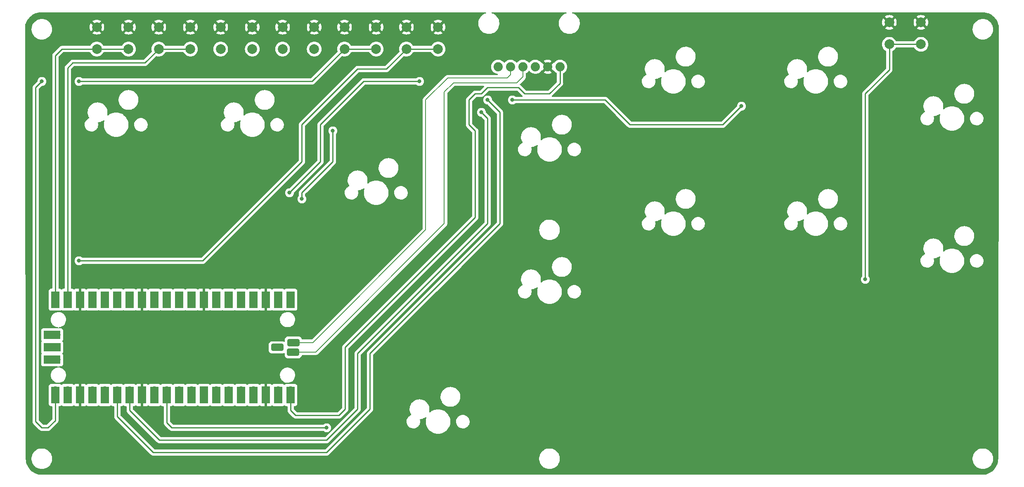
<source format=gbr>
%TF.GenerationSoftware,KiCad,Pcbnew,(6.0.4)*%
%TF.CreationDate,2022-07-03T17:31:01+01:00*%
%TF.ProjectId,MiniFighter Lite,4d696e69-4669-4676-9874-6572204c6974,rev?*%
%TF.SameCoordinates,Original*%
%TF.FileFunction,Copper,L1,Top*%
%TF.FilePolarity,Positive*%
%FSLAX46Y46*%
G04 Gerber Fmt 4.6, Leading zero omitted, Abs format (unit mm)*
G04 Created by KiCad (PCBNEW (6.0.4)) date 2022-07-03 17:31:01*
%MOMM*%
%LPD*%
G01*
G04 APERTURE LIST*
G04 Aperture macros list*
%AMRoundRect*
0 Rectangle with rounded corners*
0 $1 Rounding radius*
0 $2 $3 $4 $5 $6 $7 $8 $9 X,Y pos of 4 corners*
0 Add a 4 corners polygon primitive as box body*
4,1,4,$2,$3,$4,$5,$6,$7,$8,$9,$2,$3,0*
0 Add four circle primitives for the rounded corners*
1,1,$1+$1,$2,$3*
1,1,$1+$1,$4,$5*
1,1,$1+$1,$6,$7*
1,1,$1+$1,$8,$9*
0 Add four rect primitives between the rounded corners*
20,1,$1+$1,$2,$3,$4,$5,0*
20,1,$1+$1,$4,$5,$6,$7,0*
20,1,$1+$1,$6,$7,$8,$9,0*
20,1,$1+$1,$8,$9,$2,$3,0*%
G04 Aperture macros list end*
%TA.AperFunction,SMDPad,CuDef*%
%ADD10R,1.700000X3.500000*%
%TD*%
%TA.AperFunction,ComponentPad*%
%ADD11O,1.700000X1.700000*%
%TD*%
%TA.AperFunction,ComponentPad*%
%ADD12R,1.700000X1.700000*%
%TD*%
%TA.AperFunction,SMDPad,CuDef*%
%ADD13R,3.500000X1.700000*%
%TD*%
%TA.AperFunction,ComponentPad*%
%ADD14RoundRect,0.300000X-0.950000X0.450000X-0.950000X-0.450000X0.950000X-0.450000X0.950000X0.450000X0*%
%TD*%
%TA.AperFunction,ComponentPad*%
%ADD15C,2.000000*%
%TD*%
%TA.AperFunction,ComponentPad*%
%ADD16C,1.879600*%
%TD*%
%TA.AperFunction,ViaPad*%
%ADD17C,0.800000*%
%TD*%
%TA.AperFunction,Conductor*%
%ADD18C,0.250000*%
%TD*%
%TA.AperFunction,Conductor*%
%ADD19C,0.200000*%
%TD*%
G04 APERTURE END LIST*
D10*
%TO.P,U1,1,GPIO0*%
%TO.N,unconnected-(U1-Pad1)*%
X180575000Y-137530000D03*
D11*
X180575000Y-138430000D03*
%TO.P,U1,2,GPIO1*%
%TO.N,unconnected-(U1-Pad2)*%
X178035000Y-138430000D03*
D10*
X178035000Y-137530000D03*
D12*
%TO.P,U1,3,GND*%
%TO.N,GND*%
X175495000Y-138430000D03*
D10*
X175495000Y-137530000D03*
%TO.P,U1,4,GPIO2*%
%TO.N,GP 2*%
X172955000Y-137530000D03*
D11*
X172955000Y-138430000D03*
%TO.P,U1,5,GPIO3*%
%TO.N,GP 3*%
X170415000Y-138430000D03*
D10*
X170415000Y-137530000D03*
D11*
%TO.P,U1,6,GPIO4*%
%TO.N,GP 4*%
X167875000Y-138430000D03*
D10*
X167875000Y-137530000D03*
D11*
%TO.P,U1,7,GPIO5*%
%TO.N,GP 5*%
X165335000Y-138430000D03*
D10*
X165335000Y-137530000D03*
%TO.P,U1,8,GND*%
%TO.N,GND*%
X162795000Y-137530000D03*
D12*
X162795000Y-138430000D03*
D10*
%TO.P,U1,9,GPIO6*%
%TO.N,GP 6*%
X160255000Y-137530000D03*
D11*
X160255000Y-138430000D03*
%TO.P,U1,10,GPIO7*%
%TO.N,GP 7*%
X157715000Y-138430000D03*
D10*
X157715000Y-137530000D03*
D11*
%TO.P,U1,11,GPIO8*%
%TO.N,GP 8*%
X155175000Y-138430000D03*
D10*
X155175000Y-137530000D03*
%TO.P,U1,12,GPIO9*%
%TO.N,GP 9*%
X152635000Y-137530000D03*
D11*
X152635000Y-138430000D03*
D12*
%TO.P,U1,13,GND*%
%TO.N,GND*%
X150095000Y-138430000D03*
D10*
X150095000Y-137530000D03*
D11*
%TO.P,U1,14,GPIO10*%
%TO.N,unconnected-(U1-Pad14)*%
X147555000Y-138430000D03*
D10*
X147555000Y-137530000D03*
%TO.P,U1,15,GPIO11*%
%TO.N,GP11*%
X145015000Y-137530000D03*
D11*
X145015000Y-138430000D03*
D10*
%TO.P,U1,16,GPIO12*%
%TO.N,GP12*%
X142475000Y-137530000D03*
D11*
X142475000Y-138430000D03*
D10*
%TO.P,U1,17,GPIO13*%
%TO.N,GP13*%
X139935000Y-137530000D03*
D11*
X139935000Y-138430000D03*
D12*
%TO.P,U1,18,GND*%
%TO.N,GND*%
X137395000Y-138430000D03*
D10*
X137395000Y-137530000D03*
D11*
%TO.P,U1,19,GPIO14*%
%TO.N,GP14*%
X134855000Y-138430000D03*
D10*
X134855000Y-137530000D03*
D11*
%TO.P,U1,20,GPIO15*%
%TO.N,GP15*%
X132315000Y-138430000D03*
D10*
X132315000Y-137530000D03*
%TO.P,U1,21,GPIO16*%
%TO.N,GP16*%
X132315000Y-157110000D03*
D11*
X132315000Y-156210000D03*
%TO.P,U1,22,GPIO17*%
%TO.N,GP17*%
X134855000Y-156210000D03*
D10*
X134855000Y-157110000D03*
D12*
%TO.P,U1,23,GND*%
%TO.N,GND*%
X137395000Y-156210000D03*
D10*
X137395000Y-157110000D03*
D11*
%TO.P,U1,24,GPIO18*%
%TO.N,unconnected-(U1-Pad24)*%
X139935000Y-156210000D03*
D10*
X139935000Y-157110000D03*
%TO.P,U1,25,GPIO19*%
%TO.N,unconnected-(U1-Pad25)*%
X142475000Y-157110000D03*
D11*
X142475000Y-156210000D03*
D10*
%TO.P,U1,26,GPIO20*%
%TO.N,GP20*%
X145015000Y-157110000D03*
D11*
X145015000Y-156210000D03*
D10*
%TO.P,U1,27,GPIO21*%
%TO.N,GP21*%
X147555000Y-157110000D03*
D11*
X147555000Y-156210000D03*
D12*
%TO.P,U1,28,GND*%
%TO.N,GND*%
X150095000Y-156210000D03*
D10*
X150095000Y-157110000D03*
D11*
%TO.P,U1,29,GPIO22*%
%TO.N,GP22*%
X152635000Y-156210000D03*
D10*
X152635000Y-157110000D03*
%TO.P,U1,30,RUN*%
%TO.N,RUN*%
X155175000Y-157110000D03*
D11*
X155175000Y-156210000D03*
%TO.P,U1,31,GPIO26_ADC0*%
%TO.N,unconnected-(U1-Pad31)*%
X157715000Y-156210000D03*
D10*
X157715000Y-157110000D03*
%TO.P,U1,32,GPIO27_ADC1*%
%TO.N,unconnected-(U1-Pad32)*%
X160255000Y-157110000D03*
D11*
X160255000Y-156210000D03*
D10*
%TO.P,U1,33,AGND*%
%TO.N,unconnected-(U1-Pad33)*%
X162795000Y-157110000D03*
D12*
X162795000Y-156210000D03*
D10*
%TO.P,U1,34,GPIO28_ADC2*%
%TO.N,unconnected-(U1-Pad34)*%
X165335000Y-157110000D03*
D11*
X165335000Y-156210000D03*
%TO.P,U1,35,ADC_VREF*%
%TO.N,unconnected-(U1-Pad35)*%
X167875000Y-156210000D03*
D10*
X167875000Y-157110000D03*
%TO.P,U1,36,3V3*%
%TO.N,unconnected-(U1-Pad36)*%
X170415000Y-157110000D03*
D11*
X170415000Y-156210000D03*
D10*
%TO.P,U1,37,3V3_EN*%
%TO.N,unconnected-(U1-Pad37)*%
X172955000Y-157110000D03*
D11*
X172955000Y-156210000D03*
D10*
%TO.P,U1,38,GND*%
%TO.N,GND*%
X175495000Y-157110000D03*
D12*
X175495000Y-156210000D03*
D11*
%TO.P,U1,39,VSYS*%
%TO.N,unconnected-(U1-Pad39)*%
X178035000Y-156210000D03*
D10*
X178035000Y-157110000D03*
D11*
%TO.P,U1,40,VBUS*%
%TO.N,+5V*%
X180575000Y-156210000D03*
D10*
X180575000Y-157110000D03*
D13*
%TO.P,U1,41,SWCLK*%
%TO.N,unconnected-(U1-Pad41)*%
X131645000Y-144780000D03*
D11*
X132545000Y-144780000D03*
D13*
%TO.P,U1,42,GND*%
%TO.N,unconnected-(U1-Pad42)*%
X131645000Y-147320000D03*
D12*
X132545000Y-147320000D03*
D11*
%TO.P,U1,43,SWDIO*%
%TO.N,unconnected-(U1-Pad43)*%
X132545000Y-149860000D03*
D13*
X131645000Y-149860000D03*
D14*
%TO.P,U1,TP1,TP1*%
%TO.N,unconnected-(U1-PadTP1)*%
X177815000Y-147320000D03*
%TO.P,U1,TP2,TP2*%
%TO.N,D-*%
X181095000Y-148320000D03*
%TO.P,U1,TP3,TP3*%
%TO.N,D+*%
X181115000Y-146320000D03*
%TD*%
D15*
%TO.P,A1,1,1*%
%TO.N,GP20*%
X178920000Y-86070000D03*
X185420000Y-86070000D03*
%TO.P,A1,2,2*%
%TO.N,GND*%
X185420000Y-81570000D03*
X178920000Y-81570000D03*
%TD*%
%TO.P,A2,1,1*%
%TO.N,GP21*%
X166220000Y-86070000D03*
X172720000Y-86070000D03*
%TO.P,A2,2,2*%
%TO.N,GND*%
X166220000Y-81570000D03*
X172720000Y-81570000D03*
%TD*%
%TO.P,R3,1,1*%
%TO.N,GP14*%
X153520000Y-86070000D03*
X160020000Y-86070000D03*
%TO.P,R3,2,2*%
%TO.N,GND*%
X160020000Y-81570000D03*
X153520000Y-81570000D03*
%TD*%
D16*
%TO.P,USBC1,1,Pin_1*%
%TO.N,unconnected-(USBC1-Pad1)*%
X223140000Y-89698750D03*
%TO.P,USBC1,2,Pin_2*%
%TO.N,D+*%
X225680000Y-89698750D03*
%TO.P,USBC1,3,Pin_3*%
%TO.N,D-*%
X228220000Y-89698750D03*
%TO.P,USBC1,4,Pin_4*%
%TO.N,unconnected-(USBC1-Pad4)*%
X230760000Y-89698750D03*
%TO.P,USBC1,5,Pin_5*%
%TO.N,GND*%
X233300000Y-89698750D03*
%TO.P,USBC1,6,Pin_6*%
%TO.N,+5V*%
X235840000Y-89698750D03*
%TD*%
D15*
%TO.P,SELECT1,1,1*%
%TO.N,GP16*%
X198120000Y-86070000D03*
X191620000Y-86070000D03*
%TO.P,SELECT1,2,2*%
%TO.N,GND*%
X191620000Y-81570000D03*
X198120000Y-81570000D03*
%TD*%
%TO.P,RUN1,1,1*%
%TO.N,RUN*%
X303380000Y-85090000D03*
X309880000Y-85090000D03*
%TO.P,RUN1,2,2*%
%TO.N,GND*%
X309880000Y-80590000D03*
X303380000Y-80590000D03*
%TD*%
%TO.P,L3,1,1*%
%TO.N,GP15*%
X140820000Y-86070000D03*
X147320000Y-86070000D03*
%TO.P,L3,2,2*%
%TO.N,GND*%
X140820000Y-81570000D03*
X147320000Y-81570000D03*
%TD*%
%TO.P,START1,1,1*%
%TO.N,GP17*%
X204320000Y-86070000D03*
X210820000Y-86070000D03*
%TO.P,START1,2,2*%
%TO.N,GND*%
X210820000Y-81570000D03*
X204320000Y-81570000D03*
%TD*%
D17*
%TO.N,GP20*%
X220980000Y-96520000D03*
%TO.N,GP21*%
X219710000Y-99060000D03*
%TO.N,GP 8*%
X182880000Y-116840000D03*
X189230000Y-102870000D03*
X226060000Y-96520000D03*
X273050000Y-97790000D03*
%TO.N,GP 9*%
X207010000Y-92710000D03*
X180340000Y-115570000D03*
%TO.N,RUN*%
X298450000Y-133350000D03*
X187960000Y-163830000D03*
%TO.N,GP16*%
X137160000Y-92710000D03*
X129540000Y-92710000D03*
%TO.N,GP17*%
X137160000Y-129540000D03*
%TD*%
D18*
%TO.N,GP20*%
X145015000Y-161525000D02*
X145015000Y-156210000D01*
X223520000Y-99060000D02*
X223520000Y-121920000D01*
X220980000Y-96520000D02*
X223520000Y-99060000D01*
X196850000Y-160020000D02*
X187960000Y-168910000D01*
X152400000Y-168910000D02*
X145015000Y-161525000D01*
X187960000Y-168910000D02*
X152400000Y-168910000D01*
X196850000Y-148590000D02*
X196850000Y-160020000D01*
X223520000Y-121920000D02*
X196850000Y-148590000D01*
%TO.N,GP21*%
X194310000Y-148590000D02*
X194310000Y-160020000D01*
X187960000Y-166370000D02*
X153670000Y-166370000D01*
X147555000Y-160255000D02*
X147555000Y-156210000D01*
X220980000Y-100330000D02*
X220980000Y-121920000D01*
X194310000Y-160020000D02*
X187960000Y-166370000D01*
X153670000Y-166370000D02*
X147555000Y-160255000D01*
X219710000Y-99060000D02*
X220980000Y-100330000D01*
X220980000Y-121920000D02*
X194310000Y-148590000D01*
%TO.N,GP 8*%
X182880000Y-115570000D02*
X189230000Y-109220000D01*
X189230000Y-109220000D02*
X189230000Y-102870000D01*
X250190000Y-101600000D02*
X267970000Y-101600000D01*
X269240000Y-101600000D02*
X273050000Y-97790000D01*
X245110000Y-96520000D02*
X250190000Y-101600000D01*
X182880000Y-115570000D02*
X182880000Y-116840000D01*
X267970000Y-101600000D02*
X269240000Y-101600000D01*
X226060000Y-96520000D02*
X245110000Y-96520000D01*
%TO.N,GP 9*%
X207010000Y-92710000D02*
X195580000Y-92710000D01*
X195580000Y-92710000D02*
X186690000Y-101600000D01*
X186690000Y-109220000D02*
X180340000Y-115570000D01*
X186690000Y-101600000D02*
X186690000Y-109220000D01*
%TO.N,RUN*%
X187960000Y-163830000D02*
X156210000Y-163830000D01*
X155175000Y-162795000D02*
X155175000Y-156210000D01*
X298450000Y-133350000D02*
X298450000Y-95250000D01*
X156210000Y-163830000D02*
X155175000Y-162795000D01*
X303380000Y-85090000D02*
X309880000Y-85090000D01*
X303380000Y-90320000D02*
X303380000Y-85090000D01*
X298450000Y-95250000D02*
X303380000Y-90320000D01*
%TO.N,GP16*%
X132315000Y-162325000D02*
X132315000Y-156210000D01*
X191620000Y-86070000D02*
X198120000Y-86070000D01*
X128270000Y-162560000D02*
X129540000Y-163830000D01*
X137160000Y-92710000D02*
X184980000Y-92710000D01*
X184980000Y-92710000D02*
X191620000Y-86070000D01*
X129540000Y-163830000D02*
X130810000Y-163830000D01*
X128270000Y-93980000D02*
X128270000Y-162560000D01*
X130810000Y-163830000D02*
X132315000Y-162325000D01*
X129540000Y-92710000D02*
X128270000Y-93980000D01*
%TO.N,GP17*%
X182880000Y-109220000D02*
X182880000Y-101600000D01*
X182880000Y-101600000D02*
X194310000Y-90170000D01*
X200220000Y-90170000D02*
X204320000Y-86070000D01*
X204320000Y-86070000D02*
X210820000Y-86070000D01*
X162560000Y-129540000D02*
X182880000Y-109220000D01*
X194310000Y-90170000D02*
X200220000Y-90170000D01*
X137160000Y-129540000D02*
X162560000Y-129540000D01*
%TO.N,+5V*%
X218440000Y-102870000D02*
X218440000Y-120650000D01*
X227330000Y-93980000D02*
X220980000Y-93980000D01*
X218440000Y-120650000D02*
X191770000Y-147320000D01*
X235850000Y-93080000D02*
X233680000Y-95250000D01*
X235840000Y-89698750D02*
X235840000Y-93070000D01*
X228600000Y-95250000D02*
X227330000Y-93980000D01*
X218440000Y-95250000D02*
X217170000Y-96520000D01*
X180575000Y-160255000D02*
X180575000Y-156210000D01*
X191770000Y-147320000D02*
X191770000Y-160020000D01*
X233680000Y-95250000D02*
X228600000Y-95250000D01*
X220980000Y-93980000D02*
X219710000Y-95250000D01*
X191770000Y-160020000D02*
X190500000Y-161290000D01*
X190500000Y-161290000D02*
X181610000Y-161290000D01*
X217170000Y-101600000D02*
X218440000Y-102870000D01*
X217170000Y-96520000D02*
X217170000Y-101600000D01*
X235840000Y-93070000D02*
X235850000Y-93080000D01*
X219710000Y-95250000D02*
X218440000Y-95250000D01*
X181610000Y-161290000D02*
X180575000Y-160255000D01*
D19*
%TO.N,D+*%
X185150000Y-146320000D02*
X181115000Y-146320000D01*
X208280000Y-123190000D02*
X185150000Y-146320000D01*
X208280000Y-96520000D02*
X208280000Y-123190000D01*
X225000000Y-92000000D02*
X212800000Y-92000000D01*
X225680000Y-89698750D02*
X225680000Y-91320000D01*
X212800000Y-92000000D02*
X208280000Y-96520000D01*
X225680000Y-91320000D02*
X225000000Y-92000000D01*
X225690000Y-89430000D02*
X225690000Y-90310000D01*
%TO.N,D-*%
X212090000Y-121920000D02*
X185690000Y-148320000D01*
X228220000Y-89698750D02*
X228220000Y-91780000D01*
X214000000Y-93000000D02*
X212090000Y-94910000D01*
X228220000Y-91780000D02*
X227000000Y-93000000D01*
X227000000Y-93000000D02*
X214000000Y-93000000D01*
X212090000Y-94910000D02*
X212090000Y-121920000D01*
X185690000Y-148320000D02*
X181095000Y-148320000D01*
D18*
%TO.N,GP15*%
X133640000Y-86070000D02*
X132315000Y-87395000D01*
X140820000Y-86070000D02*
X147320000Y-86070000D01*
X132315000Y-87395000D02*
X132315000Y-138430000D01*
X140820000Y-86070000D02*
X133640000Y-86070000D01*
%TO.N,GP14*%
X153520000Y-86070000D02*
X160020000Y-86070000D01*
X135890000Y-88900000D02*
X150690000Y-88900000D01*
X134855000Y-89935000D02*
X135890000Y-88900000D01*
X134855000Y-138430000D02*
X134855000Y-89935000D01*
X150690000Y-88900000D02*
X153520000Y-86070000D01*
%TD*%
%TA.AperFunction,Conductor*%
%TO.N,GND*%
G36*
X220596138Y-78528502D02*
G01*
X220642631Y-78582158D01*
X220652735Y-78652432D01*
X220623241Y-78717012D01*
X220570077Y-78753273D01*
X220446805Y-78796926D01*
X220375355Y-78822228D01*
X220113707Y-78957275D01*
X219872807Y-79126582D01*
X219657114Y-79327016D01*
X219654400Y-79330331D01*
X219654397Y-79330335D01*
X219622169Y-79369710D01*
X219470618Y-79554869D01*
X219316772Y-79805924D01*
X219315045Y-79809858D01*
X219315044Y-79809860D01*
X219271417Y-79909245D01*
X219198420Y-80075536D01*
X219117755Y-80358716D01*
X219076267Y-80650223D01*
X219075568Y-80783614D01*
X219075023Y-80887837D01*
X219074725Y-80944663D01*
X219075284Y-80948907D01*
X219075284Y-80948911D01*
X219077702Y-80967277D01*
X219113158Y-81236588D01*
X219114291Y-81240728D01*
X219114291Y-81240730D01*
X219160903Y-81411113D01*
X219190854Y-81520597D01*
X219306375Y-81791433D01*
X219351779Y-81867297D01*
X219449025Y-82029783D01*
X219457585Y-82044086D01*
X219641684Y-82273879D01*
X219644786Y-82276823D01*
X219644790Y-82276827D01*
X219659182Y-82290484D01*
X219855266Y-82476561D01*
X220094380Y-82648382D01*
X220354600Y-82786161D01*
X220358623Y-82787633D01*
X220358627Y-82787635D01*
X220420617Y-82810320D01*
X220631111Y-82887350D01*
X220918797Y-82950075D01*
X220948339Y-82952400D01*
X221147273Y-82968057D01*
X221147282Y-82968057D01*
X221149730Y-82968250D01*
X221309016Y-82968250D01*
X221311152Y-82968104D01*
X221311163Y-82968104D01*
X221524486Y-82953561D01*
X221524492Y-82953560D01*
X221528763Y-82953269D01*
X221532958Y-82952400D01*
X221532960Y-82952400D01*
X221672926Y-82923415D01*
X221817089Y-82893560D01*
X222094645Y-82795272D01*
X222356293Y-82660225D01*
X222597193Y-82490918D01*
X222812886Y-82290484D01*
X222824065Y-82276827D01*
X222996666Y-82065949D01*
X222999382Y-82062631D01*
X223129981Y-81849512D01*
X223150984Y-81815238D01*
X223150984Y-81815237D01*
X223153228Y-81811576D01*
X223161263Y-81793273D01*
X223253649Y-81582812D01*
X223271580Y-81541964D01*
X223352245Y-81258784D01*
X223393733Y-80967277D01*
X223394754Y-80772414D01*
X223395253Y-80677123D01*
X223395253Y-80677116D01*
X223395275Y-80672837D01*
X223392864Y-80654519D01*
X223357402Y-80385168D01*
X223356842Y-80380912D01*
X223353604Y-80369074D01*
X223280280Y-80101048D01*
X223280280Y-80101047D01*
X223279146Y-80096903D01*
X223163625Y-79826067D01*
X223072393Y-79673630D01*
X223014619Y-79577096D01*
X223014616Y-79577092D01*
X223012415Y-79573414D01*
X222828316Y-79343621D01*
X222825214Y-79340677D01*
X222825210Y-79340673D01*
X222719452Y-79240313D01*
X222614734Y-79140939D01*
X222375620Y-78969118D01*
X222115400Y-78831339D01*
X222111377Y-78829867D01*
X222111373Y-78829865D01*
X221900854Y-78752826D01*
X221843756Y-78710632D01*
X221818534Y-78644266D01*
X221833196Y-78574800D01*
X221883087Y-78524288D01*
X221944155Y-78508500D01*
X237038017Y-78508500D01*
X237106138Y-78528502D01*
X237152631Y-78582158D01*
X237162735Y-78652432D01*
X237133241Y-78717012D01*
X237080077Y-78753273D01*
X236956805Y-78796926D01*
X236885355Y-78822228D01*
X236623707Y-78957275D01*
X236382807Y-79126582D01*
X236167114Y-79327016D01*
X236164400Y-79330331D01*
X236164397Y-79330335D01*
X236132169Y-79369710D01*
X235980618Y-79554869D01*
X235826772Y-79805924D01*
X235825045Y-79809858D01*
X235825044Y-79809860D01*
X235781417Y-79909245D01*
X235708420Y-80075536D01*
X235627755Y-80358716D01*
X235586267Y-80650223D01*
X235585568Y-80783614D01*
X235585023Y-80887837D01*
X235584725Y-80944663D01*
X235585284Y-80948907D01*
X235585284Y-80948911D01*
X235587702Y-80967277D01*
X235623158Y-81236588D01*
X235624291Y-81240728D01*
X235624291Y-81240730D01*
X235670903Y-81411113D01*
X235700854Y-81520597D01*
X235816375Y-81791433D01*
X235861779Y-81867297D01*
X235959025Y-82029783D01*
X235967585Y-82044086D01*
X236151684Y-82273879D01*
X236154786Y-82276823D01*
X236154790Y-82276827D01*
X236169182Y-82290484D01*
X236365266Y-82476561D01*
X236604380Y-82648382D01*
X236864600Y-82786161D01*
X236868623Y-82787633D01*
X236868627Y-82787635D01*
X236930617Y-82810320D01*
X237141111Y-82887350D01*
X237428797Y-82950075D01*
X237458339Y-82952400D01*
X237657273Y-82968057D01*
X237657282Y-82968057D01*
X237659730Y-82968250D01*
X237819016Y-82968250D01*
X237821152Y-82968104D01*
X237821163Y-82968104D01*
X238034486Y-82953561D01*
X238034492Y-82953560D01*
X238038763Y-82953269D01*
X238042958Y-82952400D01*
X238042960Y-82952400D01*
X238182926Y-82923415D01*
X238327089Y-82893560D01*
X238604645Y-82795272D01*
X238866293Y-82660225D01*
X239107193Y-82490918D01*
X239322886Y-82290484D01*
X239334065Y-82276827D01*
X239452029Y-82132703D01*
X320470743Y-82132703D01*
X320508268Y-82417734D01*
X320584129Y-82695036D01*
X320585813Y-82698984D01*
X320693905Y-82952400D01*
X320696923Y-82959476D01*
X320844561Y-83206161D01*
X321024313Y-83430528D01*
X321041397Y-83446740D01*
X321199338Y-83596620D01*
X321232851Y-83628423D01*
X321466317Y-83796186D01*
X321470112Y-83798195D01*
X321470113Y-83798196D01*
X321491869Y-83809715D01*
X321720392Y-83930712D01*
X321744699Y-83939607D01*
X321964468Y-84020031D01*
X321990373Y-84029511D01*
X322271264Y-84090755D01*
X322299841Y-84093004D01*
X322494282Y-84108307D01*
X322494291Y-84108307D01*
X322496739Y-84108500D01*
X322652271Y-84108500D01*
X322654407Y-84108354D01*
X322654418Y-84108354D01*
X322862548Y-84094165D01*
X322862554Y-84094164D01*
X322866825Y-84093873D01*
X322871020Y-84093004D01*
X322871022Y-84093004D01*
X323007583Y-84064724D01*
X323148342Y-84035574D01*
X323419343Y-83939607D01*
X323674812Y-83807750D01*
X323678313Y-83805289D01*
X323678317Y-83805287D01*
X323897994Y-83650895D01*
X323910023Y-83642441D01*
X324120622Y-83446740D01*
X324302713Y-83224268D01*
X324452927Y-82979142D01*
X324464285Y-82953269D01*
X324566757Y-82719830D01*
X324568483Y-82715898D01*
X324587716Y-82648382D01*
X324646068Y-82443534D01*
X324647244Y-82439406D01*
X324687751Y-82154784D01*
X324687845Y-82136951D01*
X324689235Y-81871583D01*
X324689235Y-81871576D01*
X324689257Y-81867297D01*
X324687397Y-81853165D01*
X324652292Y-81586522D01*
X324651732Y-81582266D01*
X324644872Y-81557188D01*
X324617842Y-81458384D01*
X324575871Y-81304964D01*
X324530237Y-81197978D01*
X324464763Y-81044476D01*
X324464761Y-81044472D01*
X324463077Y-81040524D01*
X324366432Y-80879042D01*
X324317643Y-80797521D01*
X324317640Y-80797517D01*
X324315439Y-80793839D01*
X324135687Y-80569472D01*
X323936986Y-80380912D01*
X323930258Y-80374527D01*
X323930255Y-80374525D01*
X323927149Y-80371577D01*
X323693683Y-80203814D01*
X323671843Y-80192250D01*
X323609516Y-80159250D01*
X323439608Y-80069288D01*
X323169627Y-79970489D01*
X322888736Y-79909245D01*
X322857685Y-79906801D01*
X322665718Y-79891693D01*
X322665709Y-79891693D01*
X322663261Y-79891500D01*
X322507729Y-79891500D01*
X322505593Y-79891646D01*
X322505582Y-79891646D01*
X322297452Y-79905835D01*
X322297446Y-79905836D01*
X322293175Y-79906127D01*
X322288980Y-79906996D01*
X322288978Y-79906996D01*
X322152417Y-79935276D01*
X322011658Y-79964426D01*
X321740657Y-80060393D01*
X321736848Y-80062359D01*
X321537721Y-80165136D01*
X321485188Y-80192250D01*
X321481687Y-80194711D01*
X321481683Y-80194713D01*
X321437747Y-80225592D01*
X321249977Y-80357559D01*
X321234892Y-80371577D01*
X321125391Y-80473332D01*
X321039378Y-80553260D01*
X320857287Y-80775732D01*
X320707073Y-81020858D01*
X320591517Y-81284102D01*
X320512756Y-81560594D01*
X320510054Y-81579580D01*
X320475475Y-81822552D01*
X320472249Y-81845216D01*
X320472227Y-81849505D01*
X320472226Y-81849512D01*
X320470902Y-82102275D01*
X320470743Y-82132703D01*
X239452029Y-82132703D01*
X239506666Y-82065949D01*
X239509382Y-82062631D01*
X239639981Y-81849512D01*
X239656430Y-81822670D01*
X302512160Y-81822670D01*
X302517887Y-81830320D01*
X302689042Y-81935205D01*
X302697837Y-81939687D01*
X302907988Y-82026734D01*
X302917373Y-82029783D01*
X303138554Y-82082885D01*
X303148301Y-82084428D01*
X303375070Y-82102275D01*
X303384930Y-82102275D01*
X303611699Y-82084428D01*
X303621446Y-82082885D01*
X303842627Y-82029783D01*
X303852012Y-82026734D01*
X304062163Y-81939687D01*
X304070958Y-81935205D01*
X304238445Y-81832568D01*
X304247400Y-81822670D01*
X309012160Y-81822670D01*
X309017887Y-81830320D01*
X309189042Y-81935205D01*
X309197837Y-81939687D01*
X309407988Y-82026734D01*
X309417373Y-82029783D01*
X309638554Y-82082885D01*
X309648301Y-82084428D01*
X309875070Y-82102275D01*
X309884930Y-82102275D01*
X310111699Y-82084428D01*
X310121446Y-82082885D01*
X310342627Y-82029783D01*
X310352012Y-82026734D01*
X310562163Y-81939687D01*
X310570958Y-81935205D01*
X310738445Y-81832568D01*
X310747907Y-81822110D01*
X310744124Y-81813334D01*
X309892812Y-80962022D01*
X309878868Y-80954408D01*
X309877035Y-80954539D01*
X309870420Y-80958790D01*
X309018920Y-81810290D01*
X309012160Y-81822670D01*
X304247400Y-81822670D01*
X304247907Y-81822110D01*
X304244124Y-81813334D01*
X303392812Y-80962022D01*
X303378868Y-80954408D01*
X303377035Y-80954539D01*
X303370420Y-80958790D01*
X302518920Y-81810290D01*
X302512160Y-81822670D01*
X239656430Y-81822670D01*
X239660984Y-81815238D01*
X239660984Y-81815237D01*
X239663228Y-81811576D01*
X239671263Y-81793273D01*
X239763649Y-81582812D01*
X239781580Y-81541964D01*
X239862245Y-81258784D01*
X239903733Y-80967277D01*
X239904754Y-80772414D01*
X239905253Y-80677123D01*
X239905253Y-80677116D01*
X239905275Y-80672837D01*
X239902864Y-80654519D01*
X239895019Y-80594930D01*
X301867725Y-80594930D01*
X301885572Y-80821699D01*
X301887115Y-80831446D01*
X301940217Y-81052627D01*
X301943266Y-81062012D01*
X302030313Y-81272163D01*
X302034795Y-81280958D01*
X302137432Y-81448445D01*
X302147890Y-81457907D01*
X302156666Y-81454124D01*
X303007978Y-80602812D01*
X303014356Y-80591132D01*
X303744408Y-80591132D01*
X303744539Y-80592965D01*
X303748790Y-80599580D01*
X304600290Y-81451080D01*
X304612670Y-81457840D01*
X304620320Y-81452113D01*
X304725205Y-81280958D01*
X304729687Y-81272163D01*
X304816734Y-81062012D01*
X304819783Y-81052627D01*
X304872885Y-80831446D01*
X304874428Y-80821699D01*
X304892275Y-80594930D01*
X308367725Y-80594930D01*
X308385572Y-80821699D01*
X308387115Y-80831446D01*
X308440217Y-81052627D01*
X308443266Y-81062012D01*
X308530313Y-81272163D01*
X308534795Y-81280958D01*
X308637432Y-81448445D01*
X308647890Y-81457907D01*
X308656666Y-81454124D01*
X309507978Y-80602812D01*
X309514356Y-80591132D01*
X310244408Y-80591132D01*
X310244539Y-80592965D01*
X310248790Y-80599580D01*
X311100290Y-81451080D01*
X311112670Y-81457840D01*
X311120320Y-81452113D01*
X311225205Y-81280958D01*
X311229687Y-81272163D01*
X311316734Y-81062012D01*
X311319783Y-81052627D01*
X311372885Y-80831446D01*
X311374428Y-80821699D01*
X311392275Y-80594930D01*
X311392275Y-80585070D01*
X311374428Y-80358301D01*
X311372885Y-80348554D01*
X311319783Y-80127373D01*
X311316734Y-80117988D01*
X311229687Y-79907837D01*
X311225205Y-79899042D01*
X311122568Y-79731555D01*
X311112110Y-79722093D01*
X311103334Y-79725876D01*
X310252022Y-80577188D01*
X310244408Y-80591132D01*
X309514356Y-80591132D01*
X309515592Y-80588868D01*
X309515461Y-80587035D01*
X309511210Y-80580420D01*
X308659710Y-79728920D01*
X308647330Y-79722160D01*
X308639680Y-79727887D01*
X308534795Y-79899042D01*
X308530313Y-79907837D01*
X308443266Y-80117988D01*
X308440217Y-80127373D01*
X308387115Y-80348554D01*
X308385572Y-80358301D01*
X308367725Y-80585070D01*
X308367725Y-80594930D01*
X304892275Y-80594930D01*
X304892275Y-80585070D01*
X304874428Y-80358301D01*
X304872885Y-80348554D01*
X304819783Y-80127373D01*
X304816734Y-80117988D01*
X304729687Y-79907837D01*
X304725205Y-79899042D01*
X304622568Y-79731555D01*
X304612110Y-79722093D01*
X304603334Y-79725876D01*
X303752022Y-80577188D01*
X303744408Y-80591132D01*
X303014356Y-80591132D01*
X303015592Y-80588868D01*
X303015461Y-80587035D01*
X303011210Y-80580420D01*
X302159710Y-79728920D01*
X302147330Y-79722160D01*
X302139680Y-79727887D01*
X302034795Y-79899042D01*
X302030313Y-79907837D01*
X301943266Y-80117988D01*
X301940217Y-80127373D01*
X301887115Y-80348554D01*
X301885572Y-80358301D01*
X301867725Y-80585070D01*
X301867725Y-80594930D01*
X239895019Y-80594930D01*
X239867402Y-80385168D01*
X239866842Y-80380912D01*
X239863604Y-80369074D01*
X239790280Y-80101048D01*
X239790280Y-80101047D01*
X239789146Y-80096903D01*
X239673625Y-79826067D01*
X239582393Y-79673630D01*
X239524619Y-79577096D01*
X239524616Y-79577092D01*
X239522415Y-79573414D01*
X239349748Y-79357890D01*
X302512093Y-79357890D01*
X302515876Y-79366666D01*
X303367188Y-80217978D01*
X303381132Y-80225592D01*
X303382965Y-80225461D01*
X303389580Y-80221210D01*
X304241080Y-79369710D01*
X304247534Y-79357890D01*
X309012093Y-79357890D01*
X309015876Y-79366666D01*
X309867188Y-80217978D01*
X309881132Y-80225592D01*
X309882965Y-80225461D01*
X309889580Y-80221210D01*
X310741080Y-79369710D01*
X310747840Y-79357330D01*
X310742113Y-79349680D01*
X310570958Y-79244795D01*
X310562163Y-79240313D01*
X310352012Y-79153266D01*
X310342627Y-79150217D01*
X310121446Y-79097115D01*
X310111699Y-79095572D01*
X309884930Y-79077725D01*
X309875070Y-79077725D01*
X309648301Y-79095572D01*
X309638554Y-79097115D01*
X309417373Y-79150217D01*
X309407988Y-79153266D01*
X309197837Y-79240313D01*
X309189042Y-79244795D01*
X309021555Y-79347432D01*
X309012093Y-79357890D01*
X304247534Y-79357890D01*
X304247840Y-79357330D01*
X304242113Y-79349680D01*
X304070958Y-79244795D01*
X304062163Y-79240313D01*
X303852012Y-79153266D01*
X303842627Y-79150217D01*
X303621446Y-79097115D01*
X303611699Y-79095572D01*
X303384930Y-79077725D01*
X303375070Y-79077725D01*
X303148301Y-79095572D01*
X303138554Y-79097115D01*
X302917373Y-79150217D01*
X302907988Y-79153266D01*
X302697837Y-79240313D01*
X302689042Y-79244795D01*
X302521555Y-79347432D01*
X302512093Y-79357890D01*
X239349748Y-79357890D01*
X239338316Y-79343621D01*
X239335214Y-79340677D01*
X239335210Y-79340673D01*
X239229452Y-79240313D01*
X239124734Y-79140939D01*
X238885620Y-78969118D01*
X238625400Y-78831339D01*
X238621377Y-78829867D01*
X238621373Y-78829865D01*
X238410854Y-78752826D01*
X238353756Y-78710632D01*
X238328534Y-78644266D01*
X238343196Y-78574800D01*
X238393087Y-78524288D01*
X238454155Y-78508500D01*
X322530633Y-78508500D01*
X322550018Y-78510000D01*
X322564851Y-78512310D01*
X322564855Y-78512310D01*
X322573724Y-78513691D01*
X322592436Y-78511244D01*
X322615366Y-78510353D01*
X322918503Y-78526240D01*
X322931616Y-78527618D01*
X322937198Y-78528502D01*
X323259898Y-78579613D01*
X323272799Y-78582355D01*
X323590286Y-78667425D01*
X323593846Y-78668379D01*
X323606382Y-78672453D01*
X323756689Y-78730150D01*
X323916672Y-78791562D01*
X323928720Y-78796926D01*
X324224867Y-78947820D01*
X324236288Y-78954414D01*
X324515040Y-79135437D01*
X324525710Y-79143190D01*
X324784004Y-79352352D01*
X324793805Y-79361177D01*
X325028823Y-79596195D01*
X325037648Y-79605996D01*
X325246810Y-79864290D01*
X325254563Y-79874960D01*
X325435586Y-80153712D01*
X325442180Y-80165133D01*
X325593074Y-80461280D01*
X325598438Y-80473328D01*
X325715924Y-80779386D01*
X325717545Y-80783610D01*
X325721621Y-80796154D01*
X325807645Y-81117202D01*
X325810387Y-81130102D01*
X325862382Y-81458383D01*
X325863760Y-81471500D01*
X325879262Y-81767298D01*
X325877935Y-81793273D01*
X325877691Y-81794843D01*
X325877691Y-81794849D01*
X325876309Y-81803724D01*
X325880365Y-81834738D01*
X325881428Y-81851281D01*
X325727692Y-170025216D01*
X325727509Y-170130302D01*
X325726009Y-170149466D01*
X325722232Y-170173724D01*
X325724059Y-170187693D01*
X325724679Y-170192433D01*
X325725570Y-170215366D01*
X325719089Y-170339036D01*
X325709683Y-170518502D01*
X325708305Y-170531618D01*
X325656310Y-170859901D01*
X325653568Y-170872801D01*
X325567544Y-171193850D01*
X325563468Y-171206393D01*
X325444362Y-171516677D01*
X325438998Y-171528726D01*
X325288103Y-171824873D01*
X325281509Y-171836294D01*
X325100490Y-172115041D01*
X325092738Y-172125711D01*
X324883571Y-172384012D01*
X324874746Y-172393813D01*
X324639728Y-172628833D01*
X324629927Y-172637658D01*
X324371626Y-172846827D01*
X324360956Y-172854579D01*
X324082214Y-173035597D01*
X324070792Y-173042192D01*
X323774646Y-173193088D01*
X323762598Y-173198452D01*
X323452311Y-173317562D01*
X323439768Y-173321638D01*
X323118720Y-173407664D01*
X323105820Y-173410406D01*
X322777537Y-173462403D01*
X322764420Y-173463781D01*
X322468731Y-173479279D01*
X322442754Y-173477952D01*
X322441074Y-173477691D01*
X322441071Y-173477691D01*
X322432196Y-173476309D01*
X322423295Y-173477473D01*
X322423291Y-173477473D01*
X322400637Y-173480436D01*
X322384299Y-173481500D01*
X129589367Y-173481500D01*
X129569982Y-173480000D01*
X129555149Y-173477690D01*
X129555145Y-173477690D01*
X129546276Y-173476309D01*
X129527564Y-173478756D01*
X129504634Y-173479647D01*
X129201497Y-173463760D01*
X129188383Y-173462382D01*
X128860102Y-173410387D01*
X128847202Y-173407645D01*
X128724693Y-173374819D01*
X128526152Y-173321620D01*
X128513618Y-173317547D01*
X128203329Y-173198438D01*
X128191280Y-173193074D01*
X127895133Y-173042180D01*
X127883712Y-173035586D01*
X127604960Y-172854563D01*
X127594290Y-172846810D01*
X127335996Y-172637648D01*
X127326195Y-172628823D01*
X127091177Y-172393805D01*
X127082352Y-172384004D01*
X126873190Y-172125710D01*
X126865437Y-172115040D01*
X126684414Y-171836288D01*
X126677820Y-171824867D01*
X126526926Y-171528720D01*
X126521562Y-171516672D01*
X126506513Y-171477468D01*
X126402453Y-171206382D01*
X126398379Y-171193846D01*
X126312355Y-170872798D01*
X126309613Y-170859898D01*
X126257618Y-170531617D01*
X126256240Y-170518501D01*
X126245454Y-170312703D01*
X127430743Y-170312703D01*
X127468268Y-170597734D01*
X127544129Y-170875036D01*
X127656923Y-171139476D01*
X127804561Y-171386161D01*
X127984313Y-171610528D01*
X128192851Y-171808423D01*
X128426317Y-171976186D01*
X128430112Y-171978195D01*
X128430113Y-171978196D01*
X128451869Y-171989715D01*
X128680392Y-172110712D01*
X128950373Y-172209511D01*
X129231264Y-172270755D01*
X129259841Y-172273004D01*
X129454282Y-172288307D01*
X129454291Y-172288307D01*
X129456739Y-172288500D01*
X129612271Y-172288500D01*
X129614407Y-172288354D01*
X129614418Y-172288354D01*
X129822548Y-172274165D01*
X129822554Y-172274164D01*
X129826825Y-172273873D01*
X129831020Y-172273004D01*
X129831022Y-172273004D01*
X129967584Y-172244723D01*
X130108342Y-172215574D01*
X130379343Y-172119607D01*
X130634812Y-171987750D01*
X130638313Y-171985289D01*
X130638317Y-171985287D01*
X130850312Y-171836294D01*
X130870023Y-171822441D01*
X131080622Y-171626740D01*
X131262713Y-171404268D01*
X131412927Y-171159142D01*
X131528483Y-170895898D01*
X131607244Y-170619406D01*
X131647751Y-170334784D01*
X131647845Y-170316951D01*
X131647867Y-170312703D01*
X231570743Y-170312703D01*
X231608268Y-170597734D01*
X231684129Y-170875036D01*
X231796923Y-171139476D01*
X231944561Y-171386161D01*
X232124313Y-171610528D01*
X232332851Y-171808423D01*
X232566317Y-171976186D01*
X232570112Y-171978195D01*
X232570113Y-171978196D01*
X232591869Y-171989715D01*
X232820392Y-172110712D01*
X233090373Y-172209511D01*
X233371264Y-172270755D01*
X233399841Y-172273004D01*
X233594282Y-172288307D01*
X233594291Y-172288307D01*
X233596739Y-172288500D01*
X233752271Y-172288500D01*
X233754407Y-172288354D01*
X233754418Y-172288354D01*
X233962548Y-172274165D01*
X233962554Y-172274164D01*
X233966825Y-172273873D01*
X233971020Y-172273004D01*
X233971022Y-172273004D01*
X234107584Y-172244723D01*
X234248342Y-172215574D01*
X234519343Y-172119607D01*
X234774812Y-171987750D01*
X234778313Y-171985289D01*
X234778317Y-171985287D01*
X234990312Y-171836294D01*
X235010023Y-171822441D01*
X235220622Y-171626740D01*
X235402713Y-171404268D01*
X235552927Y-171159142D01*
X235668483Y-170895898D01*
X235747244Y-170619406D01*
X235787751Y-170334784D01*
X235787845Y-170316951D01*
X235787867Y-170312703D01*
X320470743Y-170312703D01*
X320508268Y-170597734D01*
X320584129Y-170875036D01*
X320696923Y-171139476D01*
X320844561Y-171386161D01*
X321024313Y-171610528D01*
X321232851Y-171808423D01*
X321466317Y-171976186D01*
X321470112Y-171978195D01*
X321470113Y-171978196D01*
X321491869Y-171989715D01*
X321720392Y-172110712D01*
X321990373Y-172209511D01*
X322271264Y-172270755D01*
X322299841Y-172273004D01*
X322494282Y-172288307D01*
X322494291Y-172288307D01*
X322496739Y-172288500D01*
X322652271Y-172288500D01*
X322654407Y-172288354D01*
X322654418Y-172288354D01*
X322862548Y-172274165D01*
X322862554Y-172274164D01*
X322866825Y-172273873D01*
X322871020Y-172273004D01*
X322871022Y-172273004D01*
X323007584Y-172244723D01*
X323148342Y-172215574D01*
X323419343Y-172119607D01*
X323674812Y-171987750D01*
X323678313Y-171985289D01*
X323678317Y-171985287D01*
X323890312Y-171836294D01*
X323910023Y-171822441D01*
X324120622Y-171626740D01*
X324302713Y-171404268D01*
X324452927Y-171159142D01*
X324568483Y-170895898D01*
X324647244Y-170619406D01*
X324687751Y-170334784D01*
X324687845Y-170316951D01*
X324689235Y-170051583D01*
X324689235Y-170051576D01*
X324689257Y-170047297D01*
X324651732Y-169762266D01*
X324575871Y-169484964D01*
X324536733Y-169393207D01*
X324464763Y-169224476D01*
X324464761Y-169224472D01*
X324463077Y-169220524D01*
X324315439Y-168973839D01*
X324135687Y-168749472D01*
X323927149Y-168551577D01*
X323693683Y-168383814D01*
X323671843Y-168372250D01*
X323491002Y-168276500D01*
X323439608Y-168249288D01*
X323169627Y-168150489D01*
X322888736Y-168089245D01*
X322857685Y-168086801D01*
X322665718Y-168071693D01*
X322665709Y-168071693D01*
X322663261Y-168071500D01*
X322507729Y-168071500D01*
X322505593Y-168071646D01*
X322505582Y-168071646D01*
X322297452Y-168085835D01*
X322297446Y-168085836D01*
X322293175Y-168086127D01*
X322288980Y-168086996D01*
X322288978Y-168086996D01*
X322152417Y-168115276D01*
X322011658Y-168144426D01*
X321740657Y-168240393D01*
X321485188Y-168372250D01*
X321481687Y-168374711D01*
X321481683Y-168374713D01*
X321471594Y-168381804D01*
X321249977Y-168537559D01*
X321039378Y-168733260D01*
X320857287Y-168955732D01*
X320707073Y-169200858D01*
X320705347Y-169204791D01*
X320705346Y-169204792D01*
X320603701Y-169436346D01*
X320591517Y-169464102D01*
X320590342Y-169468229D01*
X320590341Y-169468230D01*
X320567768Y-169547474D01*
X320512756Y-169740594D01*
X320472249Y-170025216D01*
X320472227Y-170029505D01*
X320472226Y-170029512D01*
X320471195Y-170226416D01*
X320470743Y-170312703D01*
X235787867Y-170312703D01*
X235789235Y-170051583D01*
X235789235Y-170051576D01*
X235789257Y-170047297D01*
X235751732Y-169762266D01*
X235675871Y-169484964D01*
X235636733Y-169393207D01*
X235564763Y-169224476D01*
X235564761Y-169224472D01*
X235563077Y-169220524D01*
X235415439Y-168973839D01*
X235235687Y-168749472D01*
X235027149Y-168551577D01*
X234793683Y-168383814D01*
X234771843Y-168372250D01*
X234591002Y-168276500D01*
X234539608Y-168249288D01*
X234269627Y-168150489D01*
X233988736Y-168089245D01*
X233957685Y-168086801D01*
X233765718Y-168071693D01*
X233765709Y-168071693D01*
X233763261Y-168071500D01*
X233607729Y-168071500D01*
X233605593Y-168071646D01*
X233605582Y-168071646D01*
X233397452Y-168085835D01*
X233397446Y-168085836D01*
X233393175Y-168086127D01*
X233388980Y-168086996D01*
X233388978Y-168086996D01*
X233252417Y-168115276D01*
X233111658Y-168144426D01*
X232840657Y-168240393D01*
X232585188Y-168372250D01*
X232581687Y-168374711D01*
X232581683Y-168374713D01*
X232571594Y-168381804D01*
X232349977Y-168537559D01*
X232139378Y-168733260D01*
X231957287Y-168955732D01*
X231807073Y-169200858D01*
X231805347Y-169204791D01*
X231805346Y-169204792D01*
X231703701Y-169436346D01*
X231691517Y-169464102D01*
X231690342Y-169468229D01*
X231690341Y-169468230D01*
X231667768Y-169547474D01*
X231612756Y-169740594D01*
X231572249Y-170025216D01*
X231572227Y-170029505D01*
X231572226Y-170029512D01*
X231571195Y-170226416D01*
X231570743Y-170312703D01*
X131647867Y-170312703D01*
X131649235Y-170051583D01*
X131649235Y-170051576D01*
X131649257Y-170047297D01*
X131611732Y-169762266D01*
X131535871Y-169484964D01*
X131496733Y-169393207D01*
X131424763Y-169224476D01*
X131424761Y-169224472D01*
X131423077Y-169220524D01*
X131275439Y-168973839D01*
X131095687Y-168749472D01*
X130887149Y-168551577D01*
X130653683Y-168383814D01*
X130631843Y-168372250D01*
X130451002Y-168276500D01*
X130399608Y-168249288D01*
X130129627Y-168150489D01*
X129848736Y-168089245D01*
X129817685Y-168086801D01*
X129625718Y-168071693D01*
X129625709Y-168071693D01*
X129623261Y-168071500D01*
X129467729Y-168071500D01*
X129465593Y-168071646D01*
X129465582Y-168071646D01*
X129257452Y-168085835D01*
X129257446Y-168085836D01*
X129253175Y-168086127D01*
X129248980Y-168086996D01*
X129248978Y-168086996D01*
X129112417Y-168115276D01*
X128971658Y-168144426D01*
X128700657Y-168240393D01*
X128445188Y-168372250D01*
X128441687Y-168374711D01*
X128441683Y-168374713D01*
X128431594Y-168381804D01*
X128209977Y-168537559D01*
X127999378Y-168733260D01*
X127817287Y-168955732D01*
X127667073Y-169200858D01*
X127665347Y-169204791D01*
X127665346Y-169204792D01*
X127563701Y-169436346D01*
X127551517Y-169464102D01*
X127550342Y-169468229D01*
X127550341Y-169468230D01*
X127527768Y-169547474D01*
X127472756Y-169740594D01*
X127432249Y-170025216D01*
X127432227Y-170029505D01*
X127432226Y-170029512D01*
X127431195Y-170226416D01*
X127430743Y-170312703D01*
X126245454Y-170312703D01*
X126240932Y-170226413D01*
X126242506Y-170198910D01*
X126242770Y-170197341D01*
X126243576Y-170192552D01*
X126243729Y-170180000D01*
X126239693Y-170151816D01*
X126238421Y-170134179D01*
X126105608Y-93959943D01*
X127631780Y-93959943D01*
X127632526Y-93967835D01*
X127635941Y-94003961D01*
X127636500Y-94015819D01*
X127636500Y-162481233D01*
X127635973Y-162492416D01*
X127634298Y-162499909D01*
X127634547Y-162507835D01*
X127634547Y-162507836D01*
X127636438Y-162567986D01*
X127636500Y-162571945D01*
X127636500Y-162599856D01*
X127636997Y-162603790D01*
X127636997Y-162603791D01*
X127637005Y-162603856D01*
X127637938Y-162615693D01*
X127639327Y-162659889D01*
X127644978Y-162679339D01*
X127648987Y-162698700D01*
X127651526Y-162718797D01*
X127654445Y-162726168D01*
X127654445Y-162726170D01*
X127667804Y-162759912D01*
X127671649Y-162771142D01*
X127683982Y-162813593D01*
X127688015Y-162820412D01*
X127688017Y-162820417D01*
X127694293Y-162831028D01*
X127702988Y-162848776D01*
X127710448Y-162867617D01*
X127715110Y-162874033D01*
X127715110Y-162874034D01*
X127736436Y-162903387D01*
X127742952Y-162913307D01*
X127755013Y-162933700D01*
X127765458Y-162951362D01*
X127779779Y-162965683D01*
X127792619Y-162980716D01*
X127804528Y-162997107D01*
X127838605Y-163025298D01*
X127847384Y-163033288D01*
X129036343Y-164222247D01*
X129043887Y-164230537D01*
X129048000Y-164237018D01*
X129053777Y-164242443D01*
X129097667Y-164283658D01*
X129100494Y-164286398D01*
X129120230Y-164306134D01*
X129123420Y-164308608D01*
X129132447Y-164316318D01*
X129164679Y-164346586D01*
X129175858Y-164352732D01*
X129182432Y-164356346D01*
X129198956Y-164367199D01*
X129214959Y-164379613D01*
X129255539Y-164397174D01*
X129266173Y-164402383D01*
X129304940Y-164423695D01*
X129312617Y-164425666D01*
X129312622Y-164425668D01*
X129324558Y-164428732D01*
X129343266Y-164435137D01*
X129361855Y-164443181D01*
X129369683Y-164444421D01*
X129369690Y-164444423D01*
X129405524Y-164450099D01*
X129417144Y-164452505D01*
X129448959Y-164460673D01*
X129459970Y-164463500D01*
X129480224Y-164463500D01*
X129499934Y-164465051D01*
X129519943Y-164468220D01*
X129527835Y-164467474D01*
X129546580Y-164465702D01*
X129563962Y-164464059D01*
X129575819Y-164463500D01*
X130731233Y-164463500D01*
X130742416Y-164464027D01*
X130749909Y-164465702D01*
X130757835Y-164465453D01*
X130757836Y-164465453D01*
X130817986Y-164463562D01*
X130821945Y-164463500D01*
X130849856Y-164463500D01*
X130853791Y-164463003D01*
X130853856Y-164462995D01*
X130865693Y-164462062D01*
X130897951Y-164461048D01*
X130901970Y-164460922D01*
X130909889Y-164460673D01*
X130929343Y-164455021D01*
X130948700Y-164451013D01*
X130960930Y-164449468D01*
X130960931Y-164449468D01*
X130968797Y-164448474D01*
X130976168Y-164445555D01*
X130976170Y-164445555D01*
X131009912Y-164432196D01*
X131021142Y-164428351D01*
X131055983Y-164418229D01*
X131055984Y-164418229D01*
X131063593Y-164416018D01*
X131070412Y-164411985D01*
X131070417Y-164411983D01*
X131081028Y-164405707D01*
X131098776Y-164397012D01*
X131117617Y-164389552D01*
X131137987Y-164374753D01*
X131153387Y-164363564D01*
X131163307Y-164357048D01*
X131194535Y-164338580D01*
X131194538Y-164338578D01*
X131201362Y-164334542D01*
X131215683Y-164320221D01*
X131230717Y-164307380D01*
X131232432Y-164306134D01*
X131247107Y-164295472D01*
X131275298Y-164261395D01*
X131283288Y-164252616D01*
X132707247Y-162828657D01*
X132715537Y-162821113D01*
X132722018Y-162817000D01*
X132768659Y-162767332D01*
X132771413Y-162764491D01*
X132791134Y-162744770D01*
X132793612Y-162741575D01*
X132801318Y-162732553D01*
X132815152Y-162717821D01*
X132831586Y-162700321D01*
X132841346Y-162682568D01*
X132852199Y-162666045D01*
X132859753Y-162656306D01*
X132864613Y-162650041D01*
X132882176Y-162609457D01*
X132887383Y-162598827D01*
X132908695Y-162560060D01*
X132910666Y-162552383D01*
X132910668Y-162552378D01*
X132913732Y-162540442D01*
X132920138Y-162521730D01*
X132925034Y-162510417D01*
X132928181Y-162503145D01*
X132930373Y-162489310D01*
X132935097Y-162459481D01*
X132937504Y-162447860D01*
X132946528Y-162412711D01*
X132946528Y-162412710D01*
X132948500Y-162405030D01*
X132948500Y-162384769D01*
X132950051Y-162365058D01*
X132951979Y-162352885D01*
X132953219Y-162345057D01*
X132949059Y-162301046D01*
X132948500Y-162289189D01*
X132948500Y-159494500D01*
X132968502Y-159426379D01*
X133022158Y-159379886D01*
X133074500Y-159368500D01*
X133213134Y-159368500D01*
X133275316Y-159361745D01*
X133411705Y-159310615D01*
X133509436Y-159237370D01*
X133575941Y-159212522D01*
X133645324Y-159227575D01*
X133660562Y-159237368D01*
X133758295Y-159310615D01*
X133894684Y-159361745D01*
X133956866Y-159368500D01*
X135753134Y-159368500D01*
X135815316Y-159361745D01*
X135951705Y-159310615D01*
X136018677Y-159260422D01*
X136049852Y-159237058D01*
X136116358Y-159212210D01*
X136185741Y-159227263D01*
X136200982Y-159237058D01*
X136291351Y-159304786D01*
X136306946Y-159313324D01*
X136427394Y-159358478D01*
X136442649Y-159362105D01*
X136493514Y-159367631D01*
X136500328Y-159368000D01*
X137122885Y-159368000D01*
X137138124Y-159363525D01*
X137139329Y-159362135D01*
X137141000Y-159354452D01*
X137141000Y-159349884D01*
X137649000Y-159349884D01*
X137653475Y-159365123D01*
X137654865Y-159366328D01*
X137662548Y-159367999D01*
X138289669Y-159367999D01*
X138296490Y-159367629D01*
X138347352Y-159362105D01*
X138362604Y-159358479D01*
X138483054Y-159313324D01*
X138498649Y-159304786D01*
X138589018Y-159237058D01*
X138655525Y-159212210D01*
X138724907Y-159227263D01*
X138740148Y-159237058D01*
X138771323Y-159260422D01*
X138838295Y-159310615D01*
X138974684Y-159361745D01*
X139036866Y-159368500D01*
X140833134Y-159368500D01*
X140895316Y-159361745D01*
X141031705Y-159310615D01*
X141129436Y-159237370D01*
X141195941Y-159212522D01*
X141265324Y-159227575D01*
X141280562Y-159237368D01*
X141378295Y-159310615D01*
X141514684Y-159361745D01*
X141576866Y-159368500D01*
X143373134Y-159368500D01*
X143435316Y-159361745D01*
X143571705Y-159310615D01*
X143669436Y-159237370D01*
X143735941Y-159212522D01*
X143805324Y-159227575D01*
X143820562Y-159237368D01*
X143918295Y-159310615D01*
X144054684Y-159361745D01*
X144116866Y-159368500D01*
X144255500Y-159368500D01*
X144323621Y-159388502D01*
X144370114Y-159442158D01*
X144381500Y-159494500D01*
X144381500Y-161446233D01*
X144380973Y-161457416D01*
X144379298Y-161464909D01*
X144379547Y-161472835D01*
X144379547Y-161472836D01*
X144381438Y-161532986D01*
X144381500Y-161536945D01*
X144381500Y-161564856D01*
X144381997Y-161568790D01*
X144381997Y-161568791D01*
X144382005Y-161568856D01*
X144382938Y-161580693D01*
X144384327Y-161624889D01*
X144388703Y-161639951D01*
X144389978Y-161644339D01*
X144393987Y-161663700D01*
X144396526Y-161683797D01*
X144399445Y-161691168D01*
X144399445Y-161691170D01*
X144412804Y-161724912D01*
X144416649Y-161736142D01*
X144423618Y-161760131D01*
X144428982Y-161778593D01*
X144433015Y-161785412D01*
X144433017Y-161785417D01*
X144439293Y-161796028D01*
X144447988Y-161813776D01*
X144455448Y-161832617D01*
X144460110Y-161839033D01*
X144460110Y-161839034D01*
X144481436Y-161868387D01*
X144487952Y-161878307D01*
X144506381Y-161909468D01*
X144510458Y-161916362D01*
X144524779Y-161930683D01*
X144537619Y-161945716D01*
X144549528Y-161962107D01*
X144555634Y-161967158D01*
X144583605Y-161990298D01*
X144592384Y-161998288D01*
X151896343Y-169302247D01*
X151903887Y-169310537D01*
X151908000Y-169317018D01*
X151913777Y-169322443D01*
X151957667Y-169363658D01*
X151960509Y-169366413D01*
X151980230Y-169386134D01*
X151983425Y-169388612D01*
X151992447Y-169396318D01*
X152024679Y-169426586D01*
X152031628Y-169430406D01*
X152042432Y-169436346D01*
X152058956Y-169447199D01*
X152074959Y-169459613D01*
X152115543Y-169477176D01*
X152126173Y-169482383D01*
X152164940Y-169503695D01*
X152172617Y-169505666D01*
X152172622Y-169505668D01*
X152184558Y-169508732D01*
X152203266Y-169515137D01*
X152221855Y-169523181D01*
X152229683Y-169524421D01*
X152229690Y-169524423D01*
X152265524Y-169530099D01*
X152277144Y-169532505D01*
X152308959Y-169540673D01*
X152319970Y-169543500D01*
X152340224Y-169543500D01*
X152359934Y-169545051D01*
X152379943Y-169548220D01*
X152387835Y-169547474D01*
X152406580Y-169545702D01*
X152423962Y-169544059D01*
X152435819Y-169543500D01*
X187881233Y-169543500D01*
X187892416Y-169544027D01*
X187899909Y-169545702D01*
X187907835Y-169545453D01*
X187907836Y-169545453D01*
X187967986Y-169543562D01*
X187971945Y-169543500D01*
X187999856Y-169543500D01*
X188003791Y-169543003D01*
X188003856Y-169542995D01*
X188015693Y-169542062D01*
X188047951Y-169541048D01*
X188051970Y-169540922D01*
X188059889Y-169540673D01*
X188079343Y-169535021D01*
X188098700Y-169531013D01*
X188110930Y-169529468D01*
X188110931Y-169529468D01*
X188118797Y-169528474D01*
X188126168Y-169525555D01*
X188126170Y-169525555D01*
X188159912Y-169512196D01*
X188171142Y-169508351D01*
X188205983Y-169498229D01*
X188205984Y-169498229D01*
X188213593Y-169496018D01*
X188220412Y-169491985D01*
X188220417Y-169491983D01*
X188231028Y-169485707D01*
X188248776Y-169477012D01*
X188267617Y-169469552D01*
X188275119Y-169464102D01*
X188303387Y-169443564D01*
X188313307Y-169437048D01*
X188344535Y-169418580D01*
X188344538Y-169418578D01*
X188351362Y-169414542D01*
X188365683Y-169400221D01*
X188380717Y-169387380D01*
X188382432Y-169386134D01*
X188397107Y-169375472D01*
X188425298Y-169341395D01*
X188433288Y-169332616D01*
X195271311Y-162494593D01*
X204353039Y-162494593D01*
X204361848Y-162729216D01*
X204369447Y-162765431D01*
X204407027Y-162944535D01*
X204410062Y-162959001D01*
X204496302Y-163177377D01*
X204514701Y-163207697D01*
X204532581Y-163237162D01*
X204618104Y-163378100D01*
X204771985Y-163555432D01*
X204776117Y-163558820D01*
X204949416Y-163700917D01*
X204949422Y-163700921D01*
X204953544Y-163704301D01*
X204958180Y-163706940D01*
X204958183Y-163706942D01*
X205069408Y-163770255D01*
X205157590Y-163820451D01*
X205378289Y-163900561D01*
X205383538Y-163901510D01*
X205383541Y-163901511D01*
X205430382Y-163909981D01*
X205609330Y-163942340D01*
X205613469Y-163942535D01*
X205613476Y-163942536D01*
X205632440Y-163943430D01*
X205632449Y-163943430D01*
X205633929Y-163943500D01*
X205798950Y-163943500D01*
X205880299Y-163936597D01*
X205968637Y-163929102D01*
X205968641Y-163929101D01*
X205973948Y-163928651D01*
X205979103Y-163927313D01*
X205979109Y-163927312D01*
X206196035Y-163871009D01*
X206196034Y-163871009D01*
X206201206Y-163869667D01*
X206206072Y-163867475D01*
X206206075Y-163867474D01*
X206410417Y-163775424D01*
X206410420Y-163775423D01*
X206415278Y-163773234D01*
X206610041Y-163642112D01*
X206626402Y-163626505D01*
X206776070Y-163483728D01*
X206779927Y-163480049D01*
X206920078Y-163291679D01*
X206931974Y-163268283D01*
X207024069Y-163087144D01*
X207024069Y-163087143D01*
X207026487Y-163082388D01*
X207096111Y-162858160D01*
X207111140Y-162744770D01*
X207126261Y-162630690D01*
X207126261Y-162630687D01*
X207126961Y-162625407D01*
X207126150Y-162603791D01*
X207122077Y-162495318D01*
X207118152Y-162390784D01*
X207077555Y-162197301D01*
X207083142Y-162126525D01*
X207126107Y-162070004D01*
X207192081Y-162045734D01*
X207289315Y-162038935D01*
X207289320Y-162038934D01*
X207293700Y-162038628D01*
X207571877Y-161979499D01*
X207576006Y-161977996D01*
X207576010Y-161977995D01*
X207834974Y-161883740D01*
X207834978Y-161883738D01*
X207839119Y-161882231D01*
X207843009Y-161880163D01*
X207843015Y-161880160D01*
X208086330Y-161750787D01*
X208086336Y-161750783D01*
X208090222Y-161748717D01*
X208093788Y-161746126D01*
X208093793Y-161746123D01*
X208235741Y-161642993D01*
X208302608Y-161619134D01*
X208371760Y-161635215D01*
X208421240Y-161686129D01*
X208435339Y-161755712D01*
X208429949Y-161782307D01*
X208429557Y-161783298D01*
X208351060Y-162089025D01*
X208311500Y-162402179D01*
X208311500Y-162717821D01*
X208351060Y-163030975D01*
X208429557Y-163336702D01*
X208431010Y-163340371D01*
X208431010Y-163340372D01*
X208516159Y-163555432D01*
X208545753Y-163630179D01*
X208547659Y-163633647D01*
X208547660Y-163633648D01*
X208694398Y-163900561D01*
X208697816Y-163906779D01*
X208883346Y-164162140D01*
X209099418Y-164392233D01*
X209102469Y-164394757D01*
X209102470Y-164394758D01*
X209187925Y-164465453D01*
X209342625Y-164593432D01*
X209609131Y-164762562D01*
X209612710Y-164764246D01*
X209612717Y-164764250D01*
X209891144Y-164895267D01*
X209891148Y-164895269D01*
X209894734Y-164896956D01*
X210194928Y-164994495D01*
X210504980Y-165053641D01*
X210741162Y-165068500D01*
X210898838Y-165068500D01*
X211135020Y-165053641D01*
X211445072Y-164994495D01*
X211745266Y-164896956D01*
X211748852Y-164895269D01*
X211748856Y-164895267D01*
X212027283Y-164764250D01*
X212027290Y-164764246D01*
X212030869Y-164762562D01*
X212297375Y-164593432D01*
X212452075Y-164465453D01*
X212537530Y-164394758D01*
X212537531Y-164394757D01*
X212540582Y-164392233D01*
X212756654Y-164162140D01*
X212942184Y-163906779D01*
X212945603Y-163900561D01*
X213092340Y-163633648D01*
X213092341Y-163633647D01*
X213094247Y-163630179D01*
X213123842Y-163555432D01*
X213208990Y-163340372D01*
X213208990Y-163340371D01*
X213210443Y-163336702D01*
X213288940Y-163030975D01*
X213328500Y-162717821D01*
X213328500Y-162494593D01*
X214513039Y-162494593D01*
X214521848Y-162729216D01*
X214529447Y-162765431D01*
X214567027Y-162944535D01*
X214570062Y-162959001D01*
X214656302Y-163177377D01*
X214674701Y-163207697D01*
X214692581Y-163237162D01*
X214778104Y-163378100D01*
X214931985Y-163555432D01*
X214936117Y-163558820D01*
X215109416Y-163700917D01*
X215109422Y-163700921D01*
X215113544Y-163704301D01*
X215118180Y-163706940D01*
X215118183Y-163706942D01*
X215229408Y-163770255D01*
X215317590Y-163820451D01*
X215538289Y-163900561D01*
X215543538Y-163901510D01*
X215543541Y-163901511D01*
X215590382Y-163909981D01*
X215769330Y-163942340D01*
X215773469Y-163942535D01*
X215773476Y-163942536D01*
X215792440Y-163943430D01*
X215792449Y-163943430D01*
X215793929Y-163943500D01*
X215958950Y-163943500D01*
X216040299Y-163936597D01*
X216128637Y-163929102D01*
X216128641Y-163929101D01*
X216133948Y-163928651D01*
X216139103Y-163927313D01*
X216139109Y-163927312D01*
X216356035Y-163871009D01*
X216356034Y-163871009D01*
X216361206Y-163869667D01*
X216366072Y-163867475D01*
X216366075Y-163867474D01*
X216570417Y-163775424D01*
X216570420Y-163775423D01*
X216575278Y-163773234D01*
X216770041Y-163642112D01*
X216786402Y-163626505D01*
X216936070Y-163483728D01*
X216939927Y-163480049D01*
X217080078Y-163291679D01*
X217091974Y-163268283D01*
X217184069Y-163087144D01*
X217184069Y-163087143D01*
X217186487Y-163082388D01*
X217256111Y-162858160D01*
X217271140Y-162744770D01*
X217286261Y-162630690D01*
X217286261Y-162630687D01*
X217286961Y-162625407D01*
X217286150Y-162603791D01*
X217282077Y-162495318D01*
X217278152Y-162390784D01*
X217253268Y-162272188D01*
X217231035Y-162166226D01*
X217231034Y-162166223D01*
X217229938Y-162160999D01*
X217143698Y-161942623D01*
X217101566Y-161873192D01*
X217024664Y-161746461D01*
X217024662Y-161746458D01*
X217021896Y-161741900D01*
X216868015Y-161564568D01*
X216829498Y-161532986D01*
X216690584Y-161419083D01*
X216690578Y-161419079D01*
X216686456Y-161415699D01*
X216681820Y-161413060D01*
X216681817Y-161413058D01*
X216487053Y-161302192D01*
X216482410Y-161299549D01*
X216261711Y-161219439D01*
X216256462Y-161218490D01*
X216256459Y-161218489D01*
X216175385Y-161203829D01*
X216030670Y-161177660D01*
X216026531Y-161177465D01*
X216026524Y-161177464D01*
X216007560Y-161176570D01*
X216007551Y-161176570D01*
X216006071Y-161176500D01*
X215841050Y-161176500D01*
X215759701Y-161183403D01*
X215671363Y-161190898D01*
X215671359Y-161190899D01*
X215666052Y-161191349D01*
X215660897Y-161192687D01*
X215660891Y-161192688D01*
X215489440Y-161237188D01*
X215438794Y-161250333D01*
X215433928Y-161252525D01*
X215433925Y-161252526D01*
X215229583Y-161344576D01*
X215229580Y-161344577D01*
X215224722Y-161346766D01*
X215029959Y-161477888D01*
X215026102Y-161481567D01*
X215026100Y-161481569D01*
X214972201Y-161532986D01*
X214860073Y-161639951D01*
X214719922Y-161828321D01*
X214717506Y-161833072D01*
X214717504Y-161833076D01*
X214643824Y-161977995D01*
X214613513Y-162037612D01*
X214543889Y-162261840D01*
X214543188Y-162267129D01*
X214514920Y-162480404D01*
X214513039Y-162494593D01*
X213328500Y-162494593D01*
X213328500Y-162402179D01*
X213288940Y-162089025D01*
X213210443Y-161783298D01*
X213203648Y-161766135D01*
X213095702Y-161493495D01*
X213095700Y-161493490D01*
X213094247Y-161489821D01*
X213092340Y-161486352D01*
X212944093Y-161216693D01*
X212944091Y-161216690D01*
X212942184Y-161213221D01*
X212756654Y-160957860D01*
X212540582Y-160727767D01*
X212297375Y-160526568D01*
X212036553Y-160361045D01*
X212034216Y-160359562D01*
X212034215Y-160359562D01*
X212030869Y-160357438D01*
X212027290Y-160355754D01*
X212027283Y-160355750D01*
X211748856Y-160224733D01*
X211748852Y-160224731D01*
X211745266Y-160223044D01*
X211658676Y-160194909D01*
X211601197Y-160176233D01*
X211445072Y-160125505D01*
X211135020Y-160066359D01*
X210898838Y-160051500D01*
X210741162Y-160051500D01*
X210504980Y-160066359D01*
X210194928Y-160125505D01*
X210038803Y-160176233D01*
X209981325Y-160194909D01*
X209894734Y-160223044D01*
X209891148Y-160224731D01*
X209891144Y-160224733D01*
X209612717Y-160355750D01*
X209612710Y-160355754D01*
X209609131Y-160357438D01*
X209605785Y-160359562D01*
X209605784Y-160359562D01*
X209603447Y-160361045D01*
X209342625Y-160526568D01*
X209291293Y-160569034D01*
X209180362Y-160660804D01*
X209115124Y-160688814D01*
X209045099Y-160677107D01*
X208992520Y-160629400D01*
X208974079Y-160560841D01*
X208977789Y-160533237D01*
X209016432Y-160378247D01*
X209017497Y-160373976D01*
X209018033Y-160368883D01*
X209046765Y-160095510D01*
X209046765Y-160095507D01*
X209047224Y-160091141D01*
X209047071Y-160086747D01*
X209037453Y-159811319D01*
X209037452Y-159811313D01*
X209037299Y-159806922D01*
X209031411Y-159773526D01*
X208988677Y-159531173D01*
X208987915Y-159526850D01*
X208986560Y-159522679D01*
X208986558Y-159522672D01*
X208901394Y-159260566D01*
X208900033Y-159256377D01*
X208890611Y-159237058D01*
X208834773Y-159122575D01*
X208775363Y-159000767D01*
X208772908Y-158997128D01*
X208772905Y-158997122D01*
X208618792Y-158768641D01*
X208616333Y-158764995D01*
X208426037Y-158553650D01*
X208208180Y-158370846D01*
X207967002Y-158220141D01*
X207707196Y-158104469D01*
X207433821Y-158026079D01*
X207429467Y-158025467D01*
X207429462Y-158025466D01*
X207255833Y-158001065D01*
X207152196Y-157986500D01*
X206938982Y-157986500D01*
X206936796Y-157986653D01*
X206936792Y-157986653D01*
X206730685Y-158001065D01*
X206730680Y-158001066D01*
X206726300Y-158001372D01*
X206448123Y-158060501D01*
X206443994Y-158062004D01*
X206443990Y-158062005D01*
X206185026Y-158156260D01*
X206185022Y-158156262D01*
X206180881Y-158157769D01*
X206176991Y-158159837D01*
X206176985Y-158159840D01*
X205933670Y-158289213D01*
X205933664Y-158289217D01*
X205929778Y-158291283D01*
X205926218Y-158293870D01*
X205926214Y-158293872D01*
X205703262Y-158455855D01*
X205699699Y-158458444D01*
X205696535Y-158461500D01*
X205696532Y-158461502D01*
X205498290Y-158652943D01*
X205498286Y-158652947D01*
X205495125Y-158656000D01*
X205320035Y-158880104D01*
X205317832Y-158883920D01*
X205248089Y-159004719D01*
X205177839Y-159126395D01*
X205176189Y-159130479D01*
X205176186Y-159130485D01*
X205103409Y-159310615D01*
X205071304Y-159390079D01*
X205070240Y-159394348D01*
X205070239Y-159394350D01*
X205058319Y-159442158D01*
X205002503Y-159666024D01*
X205002044Y-159670392D01*
X205002043Y-159670397D01*
X204973235Y-159944490D01*
X204972776Y-159948859D01*
X204972929Y-159953247D01*
X204972929Y-159953253D01*
X204982410Y-160224733D01*
X204982701Y-160233078D01*
X204983463Y-160237401D01*
X204983464Y-160237408D01*
X205001161Y-160337770D01*
X205032085Y-160513150D01*
X205033440Y-160517321D01*
X205033442Y-160517328D01*
X205077191Y-160651973D01*
X205119967Y-160783623D01*
X205244637Y-161039233D01*
X205247092Y-161042872D01*
X205247095Y-161042878D01*
X205278206Y-161089001D01*
X205299716Y-161156660D01*
X205281232Y-161225208D01*
X205225498Y-161274341D01*
X205069583Y-161344576D01*
X205069580Y-161344577D01*
X205064722Y-161346766D01*
X204869959Y-161477888D01*
X204866102Y-161481567D01*
X204866100Y-161481569D01*
X204812201Y-161532986D01*
X204700073Y-161639951D01*
X204559922Y-161828321D01*
X204557506Y-161833072D01*
X204557504Y-161833076D01*
X204483824Y-161977995D01*
X204453513Y-162037612D01*
X204383889Y-162261840D01*
X204383188Y-162267129D01*
X204354920Y-162480404D01*
X204353039Y-162494593D01*
X195271311Y-162494593D01*
X197242247Y-160523657D01*
X197250537Y-160516113D01*
X197257018Y-160512000D01*
X197303659Y-160462332D01*
X197306413Y-160459491D01*
X197326135Y-160439769D01*
X197328612Y-160436576D01*
X197336317Y-160427555D01*
X197349236Y-160413797D01*
X197366586Y-160395321D01*
X197372886Y-160383861D01*
X197376346Y-160377568D01*
X197387202Y-160361041D01*
X197394757Y-160351302D01*
X197394758Y-160351300D01*
X197399614Y-160345040D01*
X197417174Y-160304460D01*
X197422391Y-160293812D01*
X197439875Y-160262009D01*
X197439877Y-160262005D01*
X197443695Y-160255060D01*
X197445668Y-160247378D01*
X197448733Y-160235438D01*
X197455137Y-160216734D01*
X197460033Y-160205420D01*
X197460033Y-160205419D01*
X197463181Y-160198145D01*
X197464420Y-160190322D01*
X197464423Y-160190312D01*
X197470099Y-160154476D01*
X197472505Y-160142856D01*
X197481528Y-160107711D01*
X197481528Y-160107710D01*
X197483500Y-160100030D01*
X197483500Y-160079776D01*
X197485051Y-160060065D01*
X197486980Y-160047886D01*
X197488220Y-160040057D01*
X197484059Y-159996038D01*
X197483500Y-159984181D01*
X197483500Y-157408859D01*
X211322776Y-157408859D01*
X211322929Y-157413247D01*
X211322929Y-157413253D01*
X211327745Y-157551141D01*
X211332701Y-157693078D01*
X211382085Y-157973150D01*
X211383440Y-157977321D01*
X211383442Y-157977328D01*
X211441581Y-158156260D01*
X211469967Y-158243623D01*
X211594637Y-158499233D01*
X211597092Y-158502872D01*
X211597095Y-158502878D01*
X211673451Y-158616080D01*
X211753667Y-158735005D01*
X211943963Y-158946350D01*
X212161820Y-159129154D01*
X212402998Y-159279859D01*
X212662804Y-159395531D01*
X212936179Y-159473921D01*
X212940533Y-159474533D01*
X212940538Y-159474534D01*
X213110770Y-159498458D01*
X213217804Y-159513500D01*
X213431018Y-159513500D01*
X213433204Y-159513347D01*
X213433208Y-159513347D01*
X213639315Y-159498935D01*
X213639320Y-159498934D01*
X213643700Y-159498628D01*
X213921877Y-159439499D01*
X213926006Y-159437996D01*
X213926010Y-159437995D01*
X214184974Y-159343740D01*
X214184978Y-159343738D01*
X214189119Y-159342231D01*
X214193009Y-159340163D01*
X214193015Y-159340160D01*
X214436330Y-159210787D01*
X214436336Y-159210783D01*
X214440222Y-159208717D01*
X214443782Y-159206130D01*
X214443786Y-159206128D01*
X214666738Y-159044145D01*
X214666741Y-159044142D01*
X214670301Y-159041556D01*
X214712539Y-159000767D01*
X214871710Y-158847057D01*
X214871714Y-158847053D01*
X214874875Y-158844000D01*
X215049965Y-158619896D01*
X215119630Y-158499233D01*
X215189956Y-158377425D01*
X215189959Y-158377420D01*
X215192161Y-158373605D01*
X215193811Y-158369521D01*
X215193814Y-158369515D01*
X215297047Y-158114002D01*
X215298696Y-158109921D01*
X215311246Y-158059588D01*
X215366432Y-157838247D01*
X215367497Y-157833976D01*
X215397224Y-157551141D01*
X215392409Y-157413253D01*
X215387453Y-157271319D01*
X215387452Y-157271313D01*
X215387299Y-157266922D01*
X215337915Y-156986850D01*
X215336560Y-156982679D01*
X215336558Y-156982672D01*
X215251394Y-156720566D01*
X215250033Y-156716377D01*
X215125363Y-156460767D01*
X215122908Y-156457128D01*
X215122905Y-156457122D01*
X214983461Y-156250388D01*
X214966333Y-156224995D01*
X214952832Y-156210000D01*
X214865441Y-156112943D01*
X214776037Y-156013650D01*
X214558180Y-155830846D01*
X214317002Y-155680141D01*
X214057196Y-155564469D01*
X213783821Y-155486079D01*
X213779467Y-155485467D01*
X213779462Y-155485466D01*
X213605833Y-155461065D01*
X213502196Y-155446500D01*
X213288982Y-155446500D01*
X213286796Y-155446653D01*
X213286792Y-155446653D01*
X213080685Y-155461065D01*
X213080680Y-155461066D01*
X213076300Y-155461372D01*
X212798123Y-155520501D01*
X212793994Y-155522004D01*
X212793990Y-155522005D01*
X212535026Y-155616260D01*
X212535022Y-155616262D01*
X212530881Y-155617769D01*
X212526991Y-155619837D01*
X212526985Y-155619840D01*
X212283670Y-155749213D01*
X212283664Y-155749217D01*
X212279778Y-155751283D01*
X212276218Y-155753870D01*
X212276214Y-155753872D01*
X212053262Y-155915855D01*
X212049699Y-155918444D01*
X212046535Y-155921500D01*
X212046532Y-155921502D01*
X211848290Y-156112943D01*
X211848286Y-156112947D01*
X211845125Y-156116000D01*
X211842418Y-156119465D01*
X211842416Y-156119467D01*
X211811901Y-156158524D01*
X211670035Y-156340104D01*
X211667832Y-156343920D01*
X211598089Y-156464719D01*
X211527839Y-156586395D01*
X211526189Y-156590479D01*
X211526186Y-156590485D01*
X211448105Y-156783745D01*
X211421304Y-156850079D01*
X211352503Y-157126024D01*
X211322776Y-157408859D01*
X197483500Y-157408859D01*
X197483500Y-148904594D01*
X197503502Y-148836473D01*
X197520405Y-148815499D01*
X210511311Y-135824593D01*
X227213039Y-135824593D01*
X227221848Y-136059216D01*
X227222943Y-136064434D01*
X227247794Y-136182871D01*
X227270062Y-136289001D01*
X227356302Y-136507377D01*
X227478104Y-136708100D01*
X227631985Y-136885432D01*
X227636117Y-136888820D01*
X227809416Y-137030917D01*
X227809422Y-137030921D01*
X227813544Y-137034301D01*
X227818180Y-137036940D01*
X227818183Y-137036942D01*
X227929408Y-137100255D01*
X228017590Y-137150451D01*
X228238289Y-137230561D01*
X228243538Y-137231510D01*
X228243541Y-137231511D01*
X228290382Y-137239981D01*
X228469330Y-137272340D01*
X228473469Y-137272535D01*
X228473476Y-137272536D01*
X228492440Y-137273430D01*
X228492449Y-137273430D01*
X228493929Y-137273500D01*
X228658950Y-137273500D01*
X228740299Y-137266597D01*
X228828637Y-137259102D01*
X228828641Y-137259101D01*
X228833948Y-137258651D01*
X228839103Y-137257313D01*
X228839109Y-137257312D01*
X229056035Y-137201009D01*
X229056034Y-137201009D01*
X229061206Y-137199667D01*
X229066072Y-137197475D01*
X229066075Y-137197474D01*
X229270417Y-137105424D01*
X229270420Y-137105423D01*
X229275278Y-137103234D01*
X229470041Y-136972112D01*
X229486402Y-136956505D01*
X229636070Y-136813728D01*
X229639927Y-136810049D01*
X229780078Y-136621679D01*
X229840719Y-136502408D01*
X229884069Y-136417144D01*
X229884069Y-136417143D01*
X229886487Y-136412388D01*
X229956111Y-136188160D01*
X229973202Y-136059216D01*
X229986261Y-135960690D01*
X229986261Y-135960687D01*
X229986961Y-135955407D01*
X229978152Y-135720784D01*
X229937555Y-135527301D01*
X229943142Y-135456525D01*
X229986107Y-135400004D01*
X230052081Y-135375734D01*
X230149315Y-135368935D01*
X230149320Y-135368934D01*
X230153700Y-135368628D01*
X230431877Y-135309499D01*
X230436006Y-135307996D01*
X230436010Y-135307995D01*
X230694974Y-135213740D01*
X230694978Y-135213738D01*
X230699119Y-135212231D01*
X230703009Y-135210163D01*
X230703015Y-135210160D01*
X230946330Y-135080787D01*
X230946336Y-135080783D01*
X230950222Y-135078717D01*
X230953788Y-135076126D01*
X230953793Y-135076123D01*
X231095741Y-134972993D01*
X231162608Y-134949134D01*
X231231760Y-134965215D01*
X231281240Y-135016129D01*
X231295339Y-135085712D01*
X231289949Y-135112307D01*
X231289557Y-135113298D01*
X231211060Y-135419025D01*
X231171500Y-135732179D01*
X231171500Y-136047821D01*
X231211060Y-136360975D01*
X231289557Y-136666702D01*
X231291010Y-136670371D01*
X231291010Y-136670372D01*
X231376159Y-136885432D01*
X231405753Y-136960179D01*
X231407659Y-136963647D01*
X231407660Y-136963648D01*
X231554398Y-137230561D01*
X231557816Y-137236779D01*
X231743346Y-137492140D01*
X231959418Y-137722233D01*
X232202625Y-137923432D01*
X232469131Y-138092562D01*
X232472710Y-138094246D01*
X232472717Y-138094250D01*
X232751144Y-138225267D01*
X232751148Y-138225269D01*
X232754734Y-138226956D01*
X233054928Y-138324495D01*
X233364980Y-138383641D01*
X233601162Y-138398500D01*
X233758838Y-138398500D01*
X233995020Y-138383641D01*
X234305072Y-138324495D01*
X234605266Y-138226956D01*
X234608852Y-138225269D01*
X234608856Y-138225267D01*
X234887283Y-138094250D01*
X234887290Y-138094246D01*
X234890869Y-138092562D01*
X235157375Y-137923432D01*
X235400582Y-137722233D01*
X235616654Y-137492140D01*
X235802184Y-137236779D01*
X235805603Y-137230561D01*
X235952340Y-136963648D01*
X235952341Y-136963647D01*
X235954247Y-136960179D01*
X235983842Y-136885432D01*
X236068990Y-136670372D01*
X236068990Y-136670371D01*
X236070443Y-136666702D01*
X236148940Y-136360975D01*
X236188500Y-136047821D01*
X236188500Y-135824593D01*
X237373039Y-135824593D01*
X237381848Y-136059216D01*
X237382943Y-136064434D01*
X237407794Y-136182871D01*
X237430062Y-136289001D01*
X237516302Y-136507377D01*
X237638104Y-136708100D01*
X237791985Y-136885432D01*
X237796117Y-136888820D01*
X237969416Y-137030917D01*
X237969422Y-137030921D01*
X237973544Y-137034301D01*
X237978180Y-137036940D01*
X237978183Y-137036942D01*
X238089408Y-137100255D01*
X238177590Y-137150451D01*
X238398289Y-137230561D01*
X238403538Y-137231510D01*
X238403541Y-137231511D01*
X238450382Y-137239981D01*
X238629330Y-137272340D01*
X238633469Y-137272535D01*
X238633476Y-137272536D01*
X238652440Y-137273430D01*
X238652449Y-137273430D01*
X238653929Y-137273500D01*
X238818950Y-137273500D01*
X238900299Y-137266597D01*
X238988637Y-137259102D01*
X238988641Y-137259101D01*
X238993948Y-137258651D01*
X238999103Y-137257313D01*
X238999109Y-137257312D01*
X239216035Y-137201009D01*
X239216034Y-137201009D01*
X239221206Y-137199667D01*
X239226072Y-137197475D01*
X239226075Y-137197474D01*
X239430417Y-137105424D01*
X239430420Y-137105423D01*
X239435278Y-137103234D01*
X239630041Y-136972112D01*
X239646402Y-136956505D01*
X239796070Y-136813728D01*
X239799927Y-136810049D01*
X239940078Y-136621679D01*
X240000719Y-136502408D01*
X240044069Y-136417144D01*
X240044069Y-136417143D01*
X240046487Y-136412388D01*
X240116111Y-136188160D01*
X240133202Y-136059216D01*
X240146261Y-135960690D01*
X240146261Y-135960687D01*
X240146961Y-135955407D01*
X240138152Y-135720784D01*
X240120358Y-135635978D01*
X240091035Y-135496226D01*
X240091034Y-135496223D01*
X240089938Y-135490999D01*
X240003698Y-135272623D01*
X239904790Y-135109628D01*
X239884664Y-135076461D01*
X239884662Y-135076458D01*
X239881896Y-135071900D01*
X239728015Y-134894568D01*
X239717938Y-134886306D01*
X239550584Y-134749083D01*
X239550578Y-134749079D01*
X239546456Y-134745699D01*
X239541820Y-134743060D01*
X239541817Y-134743058D01*
X239347053Y-134632192D01*
X239342410Y-134629549D01*
X239121711Y-134549439D01*
X239116462Y-134548490D01*
X239116459Y-134548489D01*
X239035385Y-134533829D01*
X238890670Y-134507660D01*
X238886531Y-134507465D01*
X238886524Y-134507464D01*
X238867560Y-134506570D01*
X238867551Y-134506570D01*
X238866071Y-134506500D01*
X238701050Y-134506500D01*
X238619701Y-134513403D01*
X238531363Y-134520898D01*
X238531359Y-134520899D01*
X238526052Y-134521349D01*
X238520897Y-134522687D01*
X238520891Y-134522688D01*
X238343177Y-134568814D01*
X238298794Y-134580333D01*
X238293928Y-134582525D01*
X238293925Y-134582526D01*
X238089583Y-134674576D01*
X238089580Y-134674577D01*
X238084722Y-134676766D01*
X237889959Y-134807888D01*
X237886102Y-134811567D01*
X237886100Y-134811569D01*
X237815845Y-134878590D01*
X237720073Y-134969951D01*
X237579922Y-135158321D01*
X237577506Y-135163072D01*
X237577504Y-135163076D01*
X237490210Y-135334771D01*
X237473513Y-135367612D01*
X237403889Y-135591840D01*
X237403188Y-135597129D01*
X237386092Y-135726116D01*
X237373039Y-135824593D01*
X236188500Y-135824593D01*
X236188500Y-135732179D01*
X236148940Y-135419025D01*
X236070443Y-135113298D01*
X235990568Y-134911556D01*
X235955702Y-134823495D01*
X235955700Y-134823490D01*
X235954247Y-134819821D01*
X235952340Y-134816352D01*
X235804093Y-134546693D01*
X235804091Y-134546690D01*
X235802184Y-134543221D01*
X235616654Y-134287860D01*
X235400582Y-134057767D01*
X235359711Y-134023955D01*
X235160427Y-133859093D01*
X235157375Y-133856568D01*
X234890869Y-133687438D01*
X234887290Y-133685754D01*
X234887283Y-133685750D01*
X234608856Y-133554733D01*
X234608852Y-133554731D01*
X234605266Y-133553044D01*
X234305072Y-133455505D01*
X233995020Y-133396359D01*
X233758838Y-133381500D01*
X233601162Y-133381500D01*
X233364980Y-133396359D01*
X233054928Y-133455505D01*
X232754734Y-133553044D01*
X232751148Y-133554731D01*
X232751144Y-133554733D01*
X232472717Y-133685750D01*
X232472710Y-133685754D01*
X232469131Y-133687438D01*
X232202625Y-133856568D01*
X232199573Y-133859093D01*
X232040362Y-133990804D01*
X231975124Y-134018814D01*
X231905099Y-134007107D01*
X231852520Y-133959400D01*
X231834079Y-133890841D01*
X231837789Y-133863237D01*
X231876432Y-133708247D01*
X231877497Y-133703976D01*
X231879236Y-133687438D01*
X231906765Y-133425510D01*
X231906765Y-133425507D01*
X231907224Y-133421141D01*
X231906350Y-133396110D01*
X231904740Y-133350000D01*
X297536496Y-133350000D01*
X297556458Y-133539928D01*
X297615473Y-133721556D01*
X297710960Y-133886944D01*
X297715378Y-133891851D01*
X297715379Y-133891852D01*
X297794677Y-133979921D01*
X297838747Y-134028866D01*
X297878526Y-134057767D01*
X297955405Y-134113623D01*
X297993248Y-134141118D01*
X297999276Y-134143802D01*
X297999278Y-134143803D01*
X298161681Y-134216109D01*
X298167712Y-134218794D01*
X298261112Y-134238647D01*
X298348056Y-134257128D01*
X298348061Y-134257128D01*
X298354513Y-134258500D01*
X298545487Y-134258500D01*
X298551939Y-134257128D01*
X298551944Y-134257128D01*
X298638888Y-134238647D01*
X298732288Y-134218794D01*
X298738319Y-134216109D01*
X298900722Y-134143803D01*
X298900724Y-134143802D01*
X298906752Y-134141118D01*
X298944596Y-134113623D01*
X299021474Y-134057767D01*
X299061253Y-134028866D01*
X299105323Y-133979921D01*
X299184621Y-133891852D01*
X299184622Y-133891851D01*
X299189040Y-133886944D01*
X299284527Y-133721556D01*
X299343542Y-133539928D01*
X299363504Y-133350000D01*
X299343542Y-133160072D01*
X299284527Y-132978444D01*
X299189040Y-132813056D01*
X299115863Y-132731785D01*
X299085147Y-132667779D01*
X299083500Y-132647476D01*
X299083500Y-129474593D01*
X309763039Y-129474593D01*
X309771848Y-129709216D01*
X309772943Y-129714434D01*
X309812985Y-129905271D01*
X309820062Y-129939001D01*
X309906302Y-130157377D01*
X309909071Y-130161940D01*
X310000538Y-130312672D01*
X310028104Y-130358100D01*
X310181985Y-130535432D01*
X310186117Y-130538820D01*
X310359416Y-130680917D01*
X310359422Y-130680921D01*
X310363544Y-130684301D01*
X310368180Y-130686940D01*
X310368183Y-130686942D01*
X310479408Y-130750255D01*
X310567590Y-130800451D01*
X310788289Y-130880561D01*
X310793538Y-130881510D01*
X310793541Y-130881511D01*
X310840382Y-130889981D01*
X311019330Y-130922340D01*
X311023469Y-130922535D01*
X311023476Y-130922536D01*
X311042440Y-130923430D01*
X311042449Y-130923430D01*
X311043929Y-130923500D01*
X311208950Y-130923500D01*
X311290299Y-130916597D01*
X311378637Y-130909102D01*
X311378641Y-130909101D01*
X311383948Y-130908651D01*
X311389103Y-130907313D01*
X311389109Y-130907312D01*
X311606035Y-130851009D01*
X311606034Y-130851009D01*
X311611206Y-130849667D01*
X311616072Y-130847475D01*
X311616075Y-130847474D01*
X311820417Y-130755424D01*
X311820420Y-130755423D01*
X311825278Y-130753234D01*
X312020041Y-130622112D01*
X312036402Y-130606505D01*
X312186070Y-130463728D01*
X312189927Y-130460049D01*
X312199541Y-130447128D01*
X312269173Y-130353539D01*
X312330078Y-130271679D01*
X312354956Y-130222749D01*
X312434069Y-130067144D01*
X312434069Y-130067143D01*
X312436487Y-130062388D01*
X312506111Y-129838160D01*
X312519624Y-129736206D01*
X312536261Y-129610690D01*
X312536261Y-129610687D01*
X312536961Y-129605407D01*
X312534946Y-129551724D01*
X312532250Y-129479923D01*
X312528152Y-129370784D01*
X312487555Y-129177301D01*
X312493142Y-129106525D01*
X312536107Y-129050004D01*
X312602081Y-129025734D01*
X312699315Y-129018935D01*
X312699320Y-129018934D01*
X312703700Y-129018628D01*
X312981877Y-128959499D01*
X312986006Y-128957996D01*
X312986010Y-128957995D01*
X313244974Y-128863740D01*
X313244978Y-128863738D01*
X313249119Y-128862231D01*
X313253009Y-128860163D01*
X313253015Y-128860160D01*
X313496330Y-128730787D01*
X313496336Y-128730783D01*
X313500222Y-128728717D01*
X313503788Y-128726126D01*
X313503793Y-128726123D01*
X313645741Y-128622993D01*
X313712608Y-128599134D01*
X313781760Y-128615215D01*
X313831240Y-128666129D01*
X313845339Y-128735712D01*
X313839949Y-128762307D01*
X313839557Y-128763298D01*
X313761060Y-129069025D01*
X313721500Y-129382179D01*
X313721500Y-129697821D01*
X313761060Y-130010975D01*
X313839557Y-130316702D01*
X313841010Y-130320371D01*
X313841010Y-130320372D01*
X313948790Y-130592592D01*
X313955753Y-130610179D01*
X313957659Y-130613647D01*
X313957660Y-130613648D01*
X314104398Y-130880561D01*
X314107816Y-130886779D01*
X314293346Y-131142140D01*
X314509418Y-131372233D01*
X314512469Y-131374757D01*
X314512470Y-131374758D01*
X314631022Y-131472833D01*
X314752625Y-131573432D01*
X315019131Y-131742562D01*
X315022710Y-131744246D01*
X315022717Y-131744250D01*
X315301144Y-131875267D01*
X315301148Y-131875269D01*
X315304734Y-131876956D01*
X315604928Y-131974495D01*
X315914980Y-132033641D01*
X316151162Y-132048500D01*
X316308838Y-132048500D01*
X316545020Y-132033641D01*
X316855072Y-131974495D01*
X317155266Y-131876956D01*
X317158852Y-131875269D01*
X317158856Y-131875267D01*
X317437283Y-131744250D01*
X317437290Y-131744246D01*
X317440869Y-131742562D01*
X317707375Y-131573432D01*
X317828978Y-131472833D01*
X317947530Y-131374758D01*
X317947531Y-131374757D01*
X317950582Y-131372233D01*
X318166654Y-131142140D01*
X318352184Y-130886779D01*
X318355603Y-130880561D01*
X318502340Y-130613648D01*
X318502341Y-130613647D01*
X318504247Y-130610179D01*
X318511211Y-130592592D01*
X318618990Y-130320372D01*
X318618990Y-130320371D01*
X318620443Y-130316702D01*
X318698940Y-130010975D01*
X318738500Y-129697821D01*
X318738500Y-129474593D01*
X319923039Y-129474593D01*
X319931848Y-129709216D01*
X319932943Y-129714434D01*
X319972985Y-129905271D01*
X319980062Y-129939001D01*
X320066302Y-130157377D01*
X320069071Y-130161940D01*
X320160538Y-130312672D01*
X320188104Y-130358100D01*
X320341985Y-130535432D01*
X320346117Y-130538820D01*
X320519416Y-130680917D01*
X320519422Y-130680921D01*
X320523544Y-130684301D01*
X320528180Y-130686940D01*
X320528183Y-130686942D01*
X320639408Y-130750255D01*
X320727590Y-130800451D01*
X320948289Y-130880561D01*
X320953538Y-130881510D01*
X320953541Y-130881511D01*
X321000382Y-130889981D01*
X321179330Y-130922340D01*
X321183469Y-130922535D01*
X321183476Y-130922536D01*
X321202440Y-130923430D01*
X321202449Y-130923430D01*
X321203929Y-130923500D01*
X321368950Y-130923500D01*
X321450299Y-130916597D01*
X321538637Y-130909102D01*
X321538641Y-130909101D01*
X321543948Y-130908651D01*
X321549103Y-130907313D01*
X321549109Y-130907312D01*
X321766035Y-130851009D01*
X321766034Y-130851009D01*
X321771206Y-130849667D01*
X321776072Y-130847475D01*
X321776075Y-130847474D01*
X321980417Y-130755424D01*
X321980420Y-130755423D01*
X321985278Y-130753234D01*
X322180041Y-130622112D01*
X322196402Y-130606505D01*
X322346070Y-130463728D01*
X322349927Y-130460049D01*
X322359541Y-130447128D01*
X322429173Y-130353539D01*
X322490078Y-130271679D01*
X322514956Y-130222749D01*
X322594069Y-130067144D01*
X322594069Y-130067143D01*
X322596487Y-130062388D01*
X322666111Y-129838160D01*
X322679624Y-129736206D01*
X322696261Y-129610690D01*
X322696261Y-129610687D01*
X322696961Y-129605407D01*
X322694946Y-129551724D01*
X322692250Y-129479923D01*
X322688152Y-129370784D01*
X322647555Y-129177301D01*
X322641035Y-129146226D01*
X322641034Y-129146223D01*
X322639938Y-129140999D01*
X322553698Y-128922623D01*
X322509379Y-128849588D01*
X322434664Y-128726461D01*
X322434662Y-128726458D01*
X322431896Y-128721900D01*
X322278015Y-128544568D01*
X322267938Y-128536306D01*
X322100584Y-128399083D01*
X322100578Y-128399079D01*
X322096456Y-128395699D01*
X322091820Y-128393060D01*
X322091817Y-128393058D01*
X321897053Y-128282192D01*
X321892410Y-128279549D01*
X321671711Y-128199439D01*
X321666462Y-128198490D01*
X321666459Y-128198489D01*
X321585385Y-128183829D01*
X321440670Y-128157660D01*
X321436531Y-128157465D01*
X321436524Y-128157464D01*
X321417560Y-128156570D01*
X321417551Y-128156570D01*
X321416071Y-128156500D01*
X321251050Y-128156500D01*
X321169701Y-128163403D01*
X321081363Y-128170898D01*
X321081359Y-128170899D01*
X321076052Y-128171349D01*
X321070897Y-128172687D01*
X321070891Y-128172688D01*
X320893177Y-128218814D01*
X320848794Y-128230333D01*
X320843928Y-128232525D01*
X320843925Y-128232526D01*
X320639583Y-128324576D01*
X320639580Y-128324577D01*
X320634722Y-128326766D01*
X320439959Y-128457888D01*
X320436102Y-128461567D01*
X320436100Y-128461569D01*
X320365845Y-128528590D01*
X320270073Y-128619951D01*
X320266891Y-128624228D01*
X320266890Y-128624229D01*
X320235716Y-128666129D01*
X320129922Y-128808321D01*
X320127506Y-128813072D01*
X320127504Y-128813076D01*
X320059790Y-128946260D01*
X320023513Y-129017612D01*
X319953889Y-129241840D01*
X319953188Y-129247127D01*
X319953188Y-129247128D01*
X319936092Y-129376116D01*
X319923039Y-129474593D01*
X318738500Y-129474593D01*
X318738500Y-129382179D01*
X318698940Y-129069025D01*
X318620443Y-128763298D01*
X318568804Y-128632872D01*
X318505702Y-128473495D01*
X318505700Y-128473490D01*
X318504247Y-128469821D01*
X318502340Y-128466352D01*
X318354093Y-128196693D01*
X318354091Y-128196690D01*
X318352184Y-128193221D01*
X318166654Y-127937860D01*
X317950582Y-127707767D01*
X317707375Y-127506568D01*
X317440869Y-127337438D01*
X317437290Y-127335754D01*
X317437283Y-127335750D01*
X317158856Y-127204733D01*
X317158852Y-127204731D01*
X317155266Y-127203044D01*
X316855072Y-127105505D01*
X316545020Y-127046359D01*
X316308838Y-127031500D01*
X316151162Y-127031500D01*
X315914980Y-127046359D01*
X315604928Y-127105505D01*
X315304734Y-127203044D01*
X315301148Y-127204731D01*
X315301144Y-127204733D01*
X315022717Y-127335750D01*
X315022710Y-127335754D01*
X315019131Y-127337438D01*
X314752625Y-127506568D01*
X314749573Y-127509093D01*
X314590362Y-127640804D01*
X314525124Y-127668814D01*
X314455099Y-127657107D01*
X314402520Y-127609400D01*
X314384079Y-127540841D01*
X314387789Y-127513237D01*
X314426432Y-127358247D01*
X314427497Y-127353976D01*
X314429236Y-127337438D01*
X314456765Y-127075510D01*
X314456765Y-127075507D01*
X314457224Y-127071141D01*
X314456350Y-127046110D01*
X314447453Y-126791319D01*
X314447452Y-126791313D01*
X314447299Y-126786922D01*
X314397915Y-126506850D01*
X314396560Y-126502679D01*
X314396558Y-126502672D01*
X314311394Y-126240566D01*
X314310033Y-126236377D01*
X314185363Y-125980767D01*
X314182908Y-125977128D01*
X314182905Y-125977122D01*
X314028792Y-125748641D01*
X314026333Y-125744995D01*
X313836037Y-125533650D01*
X313618180Y-125350846D01*
X313377002Y-125200141D01*
X313117196Y-125084469D01*
X312843821Y-125006079D01*
X312839467Y-125005467D01*
X312839462Y-125005466D01*
X312665833Y-124981065D01*
X312562196Y-124966500D01*
X312348982Y-124966500D01*
X312346796Y-124966653D01*
X312346792Y-124966653D01*
X312140685Y-124981065D01*
X312140680Y-124981066D01*
X312136300Y-124981372D01*
X311858123Y-125040501D01*
X311853994Y-125042004D01*
X311853990Y-125042005D01*
X311595026Y-125136260D01*
X311595022Y-125136262D01*
X311590881Y-125137769D01*
X311586991Y-125139837D01*
X311586985Y-125139840D01*
X311343670Y-125269213D01*
X311343664Y-125269217D01*
X311339778Y-125271283D01*
X311336218Y-125273870D01*
X311336214Y-125273872D01*
X311113262Y-125435855D01*
X311109699Y-125438444D01*
X311106535Y-125441500D01*
X311106532Y-125441502D01*
X310908290Y-125632943D01*
X310908286Y-125632947D01*
X310905125Y-125636000D01*
X310730035Y-125860104D01*
X310727832Y-125863920D01*
X310658089Y-125984719D01*
X310587839Y-126106395D01*
X310586189Y-126110479D01*
X310586186Y-126110485D01*
X310526777Y-126257528D01*
X310481304Y-126370079D01*
X310480240Y-126374348D01*
X310480239Y-126374350D01*
X310460702Y-126452708D01*
X310412503Y-126646024D01*
X310382776Y-126928859D01*
X310382929Y-126933247D01*
X310382929Y-126933253D01*
X310392410Y-127204733D01*
X310392701Y-127213078D01*
X310442085Y-127493150D01*
X310443440Y-127497321D01*
X310443442Y-127497328D01*
X310490061Y-127640804D01*
X310529967Y-127763623D01*
X310654637Y-128019233D01*
X310657092Y-128022872D01*
X310657095Y-128022878D01*
X310688206Y-128069001D01*
X310709716Y-128136660D01*
X310691232Y-128205208D01*
X310635498Y-128254341D01*
X310479583Y-128324576D01*
X310479580Y-128324577D01*
X310474722Y-128326766D01*
X310279959Y-128457888D01*
X310276102Y-128461567D01*
X310276100Y-128461569D01*
X310205845Y-128528590D01*
X310110073Y-128619951D01*
X310106891Y-128624228D01*
X310106890Y-128624229D01*
X310075716Y-128666129D01*
X309969922Y-128808321D01*
X309967506Y-128813072D01*
X309967504Y-128813076D01*
X309899790Y-128946260D01*
X309863513Y-129017612D01*
X309793889Y-129241840D01*
X309793188Y-129247127D01*
X309793188Y-129247128D01*
X309776092Y-129376116D01*
X309763039Y-129474593D01*
X299083500Y-129474593D01*
X299083500Y-124388859D01*
X316732776Y-124388859D01*
X316732929Y-124393247D01*
X316732929Y-124393253D01*
X316740969Y-124623475D01*
X316742701Y-124673078D01*
X316792085Y-124953150D01*
X316793440Y-124957321D01*
X316793442Y-124957328D01*
X316849419Y-125129607D01*
X316879967Y-125223623D01*
X317004637Y-125479233D01*
X317007092Y-125482872D01*
X317007095Y-125482878D01*
X317083451Y-125596080D01*
X317163667Y-125715005D01*
X317353963Y-125926350D01*
X317571820Y-126109154D01*
X317812998Y-126259859D01*
X318072804Y-126375531D01*
X318346179Y-126453921D01*
X318350533Y-126454533D01*
X318350538Y-126454534D01*
X318520770Y-126478458D01*
X318627804Y-126493500D01*
X318841018Y-126493500D01*
X318843204Y-126493347D01*
X318843208Y-126493347D01*
X319049315Y-126478935D01*
X319049320Y-126478934D01*
X319053700Y-126478628D01*
X319331877Y-126419499D01*
X319336006Y-126417996D01*
X319336010Y-126417995D01*
X319594974Y-126323740D01*
X319594978Y-126323738D01*
X319599119Y-126322231D01*
X319603009Y-126320163D01*
X319603015Y-126320160D01*
X319846330Y-126190787D01*
X319846336Y-126190783D01*
X319850222Y-126188717D01*
X319853782Y-126186130D01*
X319853786Y-126186128D01*
X320076738Y-126024145D01*
X320076741Y-126024142D01*
X320080301Y-126021556D01*
X320122539Y-125980767D01*
X320281710Y-125827057D01*
X320281714Y-125827053D01*
X320284875Y-125824000D01*
X320459965Y-125599896D01*
X320529630Y-125479233D01*
X320599956Y-125357425D01*
X320599959Y-125357420D01*
X320602161Y-125353605D01*
X320603811Y-125349521D01*
X320603814Y-125349515D01*
X320707047Y-125094002D01*
X320708696Y-125089921D01*
X320721246Y-125039588D01*
X320776432Y-124818247D01*
X320777497Y-124813976D01*
X320797520Y-124623475D01*
X320806765Y-124535510D01*
X320806765Y-124535507D01*
X320807224Y-124531141D01*
X320803640Y-124428500D01*
X320797453Y-124251319D01*
X320797452Y-124251313D01*
X320797299Y-124246922D01*
X320783585Y-124169142D01*
X320748677Y-123971173D01*
X320747915Y-123966850D01*
X320746560Y-123962679D01*
X320746558Y-123962672D01*
X320661394Y-123700566D01*
X320660033Y-123696377D01*
X320625298Y-123625159D01*
X320559008Y-123489246D01*
X320535363Y-123440767D01*
X320532908Y-123437128D01*
X320532905Y-123437122D01*
X320412584Y-123258740D01*
X320376333Y-123204995D01*
X320362832Y-123190000D01*
X320247204Y-123061583D01*
X320186037Y-122993650D01*
X319968180Y-122810846D01*
X319727002Y-122660141D01*
X319467196Y-122544469D01*
X319193821Y-122466079D01*
X319189467Y-122465467D01*
X319189462Y-122465466D01*
X319015833Y-122441065D01*
X318912196Y-122426500D01*
X318698982Y-122426500D01*
X318696796Y-122426653D01*
X318696792Y-122426653D01*
X318490685Y-122441065D01*
X318490680Y-122441066D01*
X318486300Y-122441372D01*
X318208123Y-122500501D01*
X318203994Y-122502004D01*
X318203990Y-122502005D01*
X317945026Y-122596260D01*
X317945022Y-122596262D01*
X317940881Y-122597769D01*
X317936991Y-122599837D01*
X317936985Y-122599840D01*
X317693670Y-122729213D01*
X317693664Y-122729217D01*
X317689778Y-122731283D01*
X317686218Y-122733870D01*
X317686214Y-122733872D01*
X317463262Y-122895855D01*
X317459699Y-122898444D01*
X317456535Y-122901500D01*
X317456532Y-122901502D01*
X317258290Y-123092943D01*
X317258286Y-123092947D01*
X317255125Y-123096000D01*
X317080035Y-123320104D01*
X317077832Y-123323920D01*
X316963390Y-123522140D01*
X316937839Y-123566395D01*
X316936189Y-123570479D01*
X316936186Y-123570485D01*
X316863924Y-123749342D01*
X316831304Y-123830079D01*
X316762503Y-124106024D01*
X316762044Y-124110392D01*
X316762043Y-124110397D01*
X316733235Y-124384490D01*
X316732776Y-124388859D01*
X299083500Y-124388859D01*
X299083500Y-100264593D01*
X309763039Y-100264593D01*
X309763239Y-100269922D01*
X309763239Y-100269923D01*
X309763955Y-100288991D01*
X309771848Y-100499216D01*
X309783657Y-100555499D01*
X309808777Y-100675215D01*
X309820062Y-100729001D01*
X309906302Y-100947377D01*
X309909071Y-100951940D01*
X310004987Y-101110004D01*
X310028104Y-101148100D01*
X310181985Y-101325432D01*
X310186117Y-101328820D01*
X310359416Y-101470917D01*
X310359422Y-101470921D01*
X310363544Y-101474301D01*
X310368180Y-101476940D01*
X310368183Y-101476942D01*
X310478825Y-101539923D01*
X310567590Y-101590451D01*
X310788289Y-101670561D01*
X310793538Y-101671510D01*
X310793541Y-101671511D01*
X310840382Y-101679981D01*
X311019330Y-101712340D01*
X311023469Y-101712535D01*
X311023476Y-101712536D01*
X311042440Y-101713430D01*
X311042449Y-101713430D01*
X311043929Y-101713500D01*
X311208950Y-101713500D01*
X311290299Y-101706597D01*
X311378637Y-101699102D01*
X311378641Y-101699101D01*
X311383948Y-101698651D01*
X311389103Y-101697313D01*
X311389109Y-101697312D01*
X311595066Y-101643856D01*
X311611206Y-101639667D01*
X311616072Y-101637475D01*
X311616075Y-101637474D01*
X311820417Y-101545424D01*
X311820420Y-101545423D01*
X311825278Y-101543234D01*
X312020041Y-101412112D01*
X312036402Y-101396505D01*
X312156190Y-101282232D01*
X312189927Y-101250049D01*
X312213103Y-101218900D01*
X312304284Y-101096348D01*
X312330078Y-101061679D01*
X312351060Y-101020412D01*
X312434069Y-100857144D01*
X312434069Y-100857143D01*
X312436487Y-100852388D01*
X312506111Y-100628160D01*
X312523202Y-100499216D01*
X312536261Y-100400690D01*
X312536261Y-100400687D01*
X312536961Y-100395407D01*
X312536749Y-100389745D01*
X312532073Y-100265208D01*
X312528152Y-100160784D01*
X312491610Y-99986625D01*
X312487555Y-99967301D01*
X312493142Y-99896525D01*
X312536107Y-99840004D01*
X312602081Y-99815734D01*
X312699315Y-99808935D01*
X312699320Y-99808934D01*
X312703700Y-99808628D01*
X312981877Y-99749499D01*
X312986006Y-99747996D01*
X312986010Y-99747995D01*
X313244974Y-99653740D01*
X313244978Y-99653738D01*
X313249119Y-99652231D01*
X313253009Y-99650163D01*
X313253015Y-99650160D01*
X313496330Y-99520787D01*
X313496336Y-99520783D01*
X313500222Y-99518717D01*
X313503788Y-99516126D01*
X313503793Y-99516123D01*
X313645741Y-99412993D01*
X313712608Y-99389134D01*
X313781760Y-99405215D01*
X313831240Y-99456129D01*
X313845339Y-99525712D01*
X313839949Y-99552307D01*
X313839557Y-99553298D01*
X313761060Y-99859025D01*
X313721500Y-100172179D01*
X313721500Y-100487821D01*
X313761060Y-100800975D01*
X313839557Y-101106702D01*
X313841010Y-101110371D01*
X313841010Y-101110372D01*
X313949570Y-101384562D01*
X313955753Y-101400179D01*
X313957659Y-101403647D01*
X313957660Y-101403648D01*
X314104469Y-101670690D01*
X314107816Y-101676779D01*
X314293346Y-101932140D01*
X314509418Y-102162233D01*
X314512469Y-102164757D01*
X314512470Y-102164758D01*
X314597925Y-102235453D01*
X314752625Y-102363432D01*
X315019131Y-102532562D01*
X315022710Y-102534246D01*
X315022717Y-102534250D01*
X315301144Y-102665267D01*
X315301148Y-102665269D01*
X315304734Y-102666956D01*
X315604928Y-102764495D01*
X315914980Y-102823641D01*
X316151162Y-102838500D01*
X316308838Y-102838500D01*
X316545020Y-102823641D01*
X316855072Y-102764495D01*
X317155266Y-102666956D01*
X317158852Y-102665269D01*
X317158856Y-102665267D01*
X317437283Y-102534250D01*
X317437290Y-102534246D01*
X317440869Y-102532562D01*
X317707375Y-102363432D01*
X317862075Y-102235453D01*
X317947530Y-102164758D01*
X317947531Y-102164757D01*
X317950582Y-102162233D01*
X318166654Y-101932140D01*
X318352184Y-101676779D01*
X318355532Y-101670690D01*
X318502340Y-101403648D01*
X318502341Y-101403647D01*
X318504247Y-101400179D01*
X318510431Y-101384562D01*
X318618990Y-101110372D01*
X318618990Y-101110371D01*
X318620443Y-101106702D01*
X318698940Y-100800975D01*
X318738500Y-100487821D01*
X318738500Y-100264593D01*
X319923039Y-100264593D01*
X319923239Y-100269922D01*
X319923239Y-100269923D01*
X319923955Y-100288991D01*
X319931848Y-100499216D01*
X319943657Y-100555499D01*
X319968777Y-100675215D01*
X319980062Y-100729001D01*
X320066302Y-100947377D01*
X320069071Y-100951940D01*
X320164987Y-101110004D01*
X320188104Y-101148100D01*
X320341985Y-101325432D01*
X320346117Y-101328820D01*
X320519416Y-101470917D01*
X320519422Y-101470921D01*
X320523544Y-101474301D01*
X320528180Y-101476940D01*
X320528183Y-101476942D01*
X320638825Y-101539923D01*
X320727590Y-101590451D01*
X320948289Y-101670561D01*
X320953538Y-101671510D01*
X320953541Y-101671511D01*
X321000382Y-101679981D01*
X321179330Y-101712340D01*
X321183469Y-101712535D01*
X321183476Y-101712536D01*
X321202440Y-101713430D01*
X321202449Y-101713430D01*
X321203929Y-101713500D01*
X321368950Y-101713500D01*
X321450299Y-101706597D01*
X321538637Y-101699102D01*
X321538641Y-101699101D01*
X321543948Y-101698651D01*
X321549103Y-101697313D01*
X321549109Y-101697312D01*
X321755066Y-101643856D01*
X321771206Y-101639667D01*
X321776072Y-101637475D01*
X321776075Y-101637474D01*
X321980417Y-101545424D01*
X321980420Y-101545423D01*
X321985278Y-101543234D01*
X322180041Y-101412112D01*
X322196402Y-101396505D01*
X322316190Y-101282232D01*
X322349927Y-101250049D01*
X322373103Y-101218900D01*
X322464284Y-101096348D01*
X322490078Y-101061679D01*
X322511060Y-101020412D01*
X322594069Y-100857144D01*
X322594069Y-100857143D01*
X322596487Y-100852388D01*
X322666111Y-100628160D01*
X322683202Y-100499216D01*
X322696261Y-100400690D01*
X322696261Y-100400687D01*
X322696961Y-100395407D01*
X322696749Y-100389745D01*
X322692073Y-100265208D01*
X322688152Y-100160784D01*
X322653967Y-99997860D01*
X322641035Y-99936226D01*
X322641034Y-99936223D01*
X322639938Y-99930999D01*
X322553698Y-99712623D01*
X322509379Y-99639588D01*
X322434664Y-99516461D01*
X322434662Y-99516458D01*
X322431896Y-99511900D01*
X322278015Y-99334568D01*
X322218171Y-99285499D01*
X322100584Y-99189083D01*
X322100578Y-99189079D01*
X322096456Y-99185699D01*
X322091820Y-99183060D01*
X322091817Y-99183058D01*
X321897053Y-99072192D01*
X321892410Y-99069549D01*
X321671711Y-98989439D01*
X321666462Y-98988490D01*
X321666459Y-98988489D01*
X321553356Y-98968037D01*
X321440670Y-98947660D01*
X321436531Y-98947465D01*
X321436524Y-98947464D01*
X321417560Y-98946570D01*
X321417551Y-98946570D01*
X321416071Y-98946500D01*
X321251050Y-98946500D01*
X321169701Y-98953403D01*
X321081363Y-98960898D01*
X321081359Y-98960899D01*
X321076052Y-98961349D01*
X321070897Y-98962687D01*
X321070891Y-98962688D01*
X320910598Y-99004292D01*
X320848794Y-99020333D01*
X320843928Y-99022525D01*
X320843925Y-99022526D01*
X320639583Y-99114576D01*
X320639580Y-99114577D01*
X320634722Y-99116766D01*
X320439959Y-99247888D01*
X320436102Y-99251567D01*
X320436100Y-99251569D01*
X320422301Y-99264733D01*
X320270073Y-99409951D01*
X320129922Y-99598321D01*
X320127506Y-99603072D01*
X320127504Y-99603076D01*
X320063576Y-99728814D01*
X320023513Y-99807612D01*
X320017313Y-99827581D01*
X319967929Y-99986625D01*
X319953889Y-100031840D01*
X319953188Y-100037127D01*
X319953188Y-100037128D01*
X319924971Y-100250019D01*
X319923039Y-100264593D01*
X318738500Y-100264593D01*
X318738500Y-100172179D01*
X318698940Y-99859025D01*
X318620443Y-99553298D01*
X318572242Y-99431556D01*
X318505702Y-99263495D01*
X318505700Y-99263490D01*
X318504247Y-99259821D01*
X318502260Y-99256206D01*
X318354093Y-98986693D01*
X318354091Y-98986690D01*
X318352184Y-98983221D01*
X318166654Y-98727860D01*
X317950582Y-98497767D01*
X317929604Y-98480412D01*
X317710427Y-98299093D01*
X317707375Y-98296568D01*
X317440869Y-98127438D01*
X317437290Y-98125754D01*
X317437283Y-98125750D01*
X317158856Y-97994733D01*
X317158852Y-97994731D01*
X317155266Y-97993044D01*
X316855072Y-97895505D01*
X316545020Y-97836359D01*
X316308838Y-97821500D01*
X316151162Y-97821500D01*
X315914980Y-97836359D01*
X315604928Y-97895505D01*
X315304734Y-97993044D01*
X315301148Y-97994731D01*
X315301144Y-97994733D01*
X315022717Y-98125750D01*
X315022710Y-98125754D01*
X315019131Y-98127438D01*
X314752625Y-98296568D01*
X314749573Y-98299093D01*
X314590362Y-98430804D01*
X314525124Y-98458814D01*
X314455099Y-98447107D01*
X314402520Y-98399400D01*
X314384079Y-98330841D01*
X314387789Y-98303237D01*
X314420638Y-98171486D01*
X314427497Y-98143976D01*
X314429236Y-98127438D01*
X314456765Y-97865510D01*
X314456765Y-97865507D01*
X314457224Y-97861141D01*
X314457071Y-97856747D01*
X314447453Y-97581319D01*
X314447452Y-97581313D01*
X314447299Y-97576922D01*
X314441297Y-97542878D01*
X314398677Y-97301173D01*
X314397915Y-97296850D01*
X314396560Y-97292679D01*
X314396558Y-97292672D01*
X314311394Y-97030566D01*
X314310033Y-97026377D01*
X314305620Y-97017328D01*
X314241211Y-96885271D01*
X314185363Y-96770767D01*
X314182908Y-96767128D01*
X314182905Y-96767122D01*
X314037594Y-96551690D01*
X314026333Y-96534995D01*
X314012832Y-96520000D01*
X313902211Y-96397144D01*
X313836037Y-96323650D01*
X313618180Y-96140846D01*
X313377002Y-95990141D01*
X313117196Y-95874469D01*
X312843821Y-95796079D01*
X312839467Y-95795467D01*
X312839462Y-95795466D01*
X312633963Y-95766586D01*
X312562196Y-95756500D01*
X312348982Y-95756500D01*
X312346796Y-95756653D01*
X312346792Y-95756653D01*
X312140685Y-95771065D01*
X312140680Y-95771066D01*
X312136300Y-95771372D01*
X311858123Y-95830501D01*
X311853994Y-95832004D01*
X311853990Y-95832005D01*
X311595026Y-95926260D01*
X311595022Y-95926262D01*
X311590881Y-95927769D01*
X311586991Y-95929837D01*
X311586985Y-95929840D01*
X311343670Y-96059213D01*
X311343664Y-96059217D01*
X311339778Y-96061283D01*
X311336218Y-96063870D01*
X311336214Y-96063872D01*
X311130785Y-96213124D01*
X311109699Y-96228444D01*
X311106535Y-96231500D01*
X311106532Y-96231502D01*
X310908290Y-96422943D01*
X310908286Y-96422947D01*
X310905125Y-96426000D01*
X310902418Y-96429465D01*
X310902416Y-96429467D01*
X310853471Y-96492114D01*
X310730035Y-96650104D01*
X310727832Y-96653920D01*
X310590633Y-96891556D01*
X310587839Y-96896395D01*
X310586189Y-96900479D01*
X310586186Y-96900485D01*
X310528896Y-97042285D01*
X310481304Y-97160079D01*
X310480240Y-97164348D01*
X310480239Y-97164350D01*
X310456356Y-97260141D01*
X310412503Y-97436024D01*
X310412044Y-97440392D01*
X310412043Y-97440397D01*
X310384814Y-97699467D01*
X310382776Y-97718859D01*
X310382929Y-97723247D01*
X310382929Y-97723253D01*
X310392410Y-97994733D01*
X310392701Y-98003078D01*
X310393463Y-98007401D01*
X310393464Y-98007408D01*
X310422219Y-98170485D01*
X310442085Y-98283150D01*
X310443440Y-98287321D01*
X310443442Y-98287328D01*
X310491991Y-98436744D01*
X310529967Y-98553623D01*
X310531895Y-98557576D01*
X310531897Y-98557581D01*
X310561288Y-98617840D01*
X310654637Y-98809233D01*
X310657092Y-98812872D01*
X310657095Y-98812878D01*
X310688206Y-98859001D01*
X310709716Y-98926660D01*
X310691232Y-98995208D01*
X310635498Y-99044341D01*
X310479583Y-99114576D01*
X310479580Y-99114577D01*
X310474722Y-99116766D01*
X310279959Y-99247888D01*
X310276102Y-99251567D01*
X310276100Y-99251569D01*
X310262301Y-99264733D01*
X310110073Y-99409951D01*
X309969922Y-99598321D01*
X309967506Y-99603072D01*
X309967504Y-99603076D01*
X309903576Y-99728814D01*
X309863513Y-99807612D01*
X309857313Y-99827581D01*
X309807929Y-99986625D01*
X309793889Y-100031840D01*
X309793188Y-100037127D01*
X309793188Y-100037128D01*
X309764971Y-100250019D01*
X309763039Y-100264593D01*
X299083500Y-100264593D01*
X299083500Y-95564594D01*
X299103502Y-95496473D01*
X299120405Y-95475499D01*
X299417045Y-95178859D01*
X316732776Y-95178859D01*
X316732929Y-95183247D01*
X316732929Y-95183253D01*
X316739937Y-95383920D01*
X316742701Y-95463078D01*
X316743463Y-95467401D01*
X316743464Y-95467408D01*
X316770824Y-95622575D01*
X316792085Y-95743150D01*
X316793440Y-95747321D01*
X316793442Y-95747328D01*
X316858516Y-95947604D01*
X316879967Y-96013623D01*
X316881895Y-96017576D01*
X316881897Y-96017581D01*
X316928168Y-96112449D01*
X317004637Y-96269233D01*
X317007092Y-96272872D01*
X317007095Y-96272878D01*
X317083076Y-96385524D01*
X317163667Y-96505005D01*
X317166611Y-96508274D01*
X317166612Y-96508276D01*
X317193953Y-96538641D01*
X317353963Y-96716350D01*
X317571820Y-96899154D01*
X317812998Y-97049859D01*
X318072804Y-97165531D01*
X318346179Y-97243921D01*
X318350533Y-97244533D01*
X318350538Y-97244534D01*
X318520770Y-97268458D01*
X318627804Y-97283500D01*
X318841018Y-97283500D01*
X318843204Y-97283347D01*
X318843208Y-97283347D01*
X319049315Y-97268935D01*
X319049320Y-97268934D01*
X319053700Y-97268628D01*
X319331877Y-97209499D01*
X319336006Y-97207996D01*
X319336010Y-97207995D01*
X319594974Y-97113740D01*
X319594978Y-97113738D01*
X319599119Y-97112231D01*
X319603009Y-97110163D01*
X319603015Y-97110160D01*
X319846330Y-96980787D01*
X319846336Y-96980783D01*
X319850222Y-96978717D01*
X319853782Y-96976130D01*
X319853786Y-96976128D01*
X320076738Y-96814145D01*
X320076741Y-96814142D01*
X320080301Y-96811556D01*
X320118447Y-96774719D01*
X320281710Y-96617057D01*
X320281714Y-96617053D01*
X320284875Y-96614000D01*
X320302735Y-96591141D01*
X320397904Y-96469330D01*
X320459965Y-96389896D01*
X320529630Y-96269233D01*
X320599956Y-96147425D01*
X320599959Y-96147420D01*
X320602161Y-96143605D01*
X320603811Y-96139521D01*
X320603814Y-96139515D01*
X320692987Y-95918801D01*
X320708696Y-95879921D01*
X320709918Y-95875022D01*
X320747024Y-95726197D01*
X320777497Y-95603976D01*
X320781637Y-95564594D01*
X320806765Y-95325510D01*
X320806765Y-95325507D01*
X320807224Y-95321141D01*
X320805783Y-95279875D01*
X320797453Y-95041319D01*
X320797452Y-95041313D01*
X320797299Y-95036922D01*
X320794777Y-95022616D01*
X320757124Y-94809079D01*
X320747915Y-94756850D01*
X320746560Y-94752679D01*
X320746558Y-94752672D01*
X320661394Y-94490566D01*
X320660033Y-94486377D01*
X320654979Y-94476013D01*
X320573489Y-94308936D01*
X320535363Y-94230767D01*
X320532908Y-94227128D01*
X320532905Y-94227122D01*
X320412584Y-94048740D01*
X320376333Y-93994995D01*
X320354234Y-93970451D01*
X320249651Y-93854301D01*
X320186037Y-93783650D01*
X319968180Y-93600846D01*
X319727002Y-93450141D01*
X319467196Y-93334469D01*
X319193821Y-93256079D01*
X319189467Y-93255467D01*
X319189462Y-93255466D01*
X319015833Y-93231065D01*
X318912196Y-93216500D01*
X318698982Y-93216500D01*
X318696796Y-93216653D01*
X318696792Y-93216653D01*
X318490685Y-93231065D01*
X318490680Y-93231066D01*
X318486300Y-93231372D01*
X318208123Y-93290501D01*
X318203994Y-93292004D01*
X318203990Y-93292005D01*
X317945026Y-93386260D01*
X317945022Y-93386262D01*
X317940881Y-93387769D01*
X317936991Y-93389837D01*
X317936985Y-93389840D01*
X317693670Y-93519213D01*
X317693664Y-93519217D01*
X317689778Y-93521283D01*
X317686218Y-93523870D01*
X317686214Y-93523872D01*
X317468351Y-93682158D01*
X317459699Y-93688444D01*
X317456535Y-93691500D01*
X317456532Y-93691502D01*
X317258290Y-93882943D01*
X317258286Y-93882947D01*
X317255125Y-93886000D01*
X317252418Y-93889465D01*
X317252416Y-93889467D01*
X317228386Y-93920224D01*
X317080035Y-94110104D01*
X317077832Y-94113920D01*
X316963390Y-94312140D01*
X316937839Y-94356395D01*
X316936189Y-94360479D01*
X316936186Y-94360485D01*
X316869530Y-94525466D01*
X316831304Y-94620079D01*
X316830240Y-94624348D01*
X316830239Y-94624350D01*
X316806356Y-94720141D01*
X316762503Y-94896024D01*
X316762044Y-94900392D01*
X316762043Y-94900397D01*
X316733710Y-95169970D01*
X316732776Y-95178859D01*
X299417045Y-95178859D01*
X303772253Y-90823652D01*
X303780539Y-90816112D01*
X303787018Y-90812000D01*
X303833644Y-90762348D01*
X303836398Y-90759507D01*
X303856135Y-90739770D01*
X303858615Y-90736573D01*
X303866320Y-90727551D01*
X303891159Y-90701100D01*
X303896586Y-90695321D01*
X303900405Y-90688375D01*
X303900407Y-90688372D01*
X303906348Y-90677566D01*
X303917199Y-90661047D01*
X303924758Y-90651301D01*
X303929614Y-90645041D01*
X303932759Y-90637772D01*
X303932762Y-90637768D01*
X303947174Y-90604463D01*
X303952391Y-90593813D01*
X303973695Y-90555060D01*
X303978733Y-90535437D01*
X303985137Y-90516734D01*
X303990033Y-90505420D01*
X303990033Y-90505419D01*
X303993181Y-90498145D01*
X303994420Y-90490322D01*
X303994423Y-90490312D01*
X304000099Y-90454476D01*
X304002505Y-90442856D01*
X304011528Y-90407711D01*
X304011528Y-90407710D01*
X304013500Y-90400030D01*
X304013500Y-90379776D01*
X304015051Y-90360065D01*
X304016980Y-90347886D01*
X304018220Y-90340057D01*
X304014059Y-90296038D01*
X304013500Y-90284181D01*
X304013500Y-86541566D01*
X304033502Y-86473445D01*
X304073665Y-86434133D01*
X304265202Y-86316759D01*
X304265208Y-86316755D01*
X304269416Y-86314176D01*
X304449969Y-86159969D01*
X304604176Y-85979416D01*
X304606755Y-85975208D01*
X304606759Y-85975202D01*
X304724133Y-85783665D01*
X304776781Y-85736034D01*
X304831566Y-85723500D01*
X308428434Y-85723500D01*
X308496555Y-85743502D01*
X308535867Y-85783665D01*
X308653241Y-85975202D01*
X308653245Y-85975208D01*
X308655824Y-85979416D01*
X308810031Y-86159969D01*
X308990584Y-86314176D01*
X308994792Y-86316755D01*
X308994798Y-86316759D01*
X309186335Y-86434133D01*
X309193037Y-86438240D01*
X309197607Y-86440133D01*
X309197611Y-86440135D01*
X309327461Y-86493920D01*
X309412406Y-86529105D01*
X309492609Y-86548360D01*
X309638476Y-86583380D01*
X309638482Y-86583381D01*
X309643289Y-86584535D01*
X309880000Y-86603165D01*
X310116711Y-86584535D01*
X310121518Y-86583381D01*
X310121524Y-86583380D01*
X310267391Y-86548360D01*
X310347594Y-86529105D01*
X310432539Y-86493920D01*
X310562389Y-86440135D01*
X310562393Y-86440133D01*
X310566963Y-86438240D01*
X310573665Y-86434133D01*
X310765202Y-86316759D01*
X310765208Y-86316755D01*
X310769416Y-86314176D01*
X310949969Y-86159969D01*
X311104176Y-85979416D01*
X311106755Y-85975208D01*
X311106759Y-85975202D01*
X311225654Y-85781183D01*
X311228240Y-85776963D01*
X311231191Y-85769840D01*
X311317211Y-85562167D01*
X311317212Y-85562165D01*
X311319105Y-85557594D01*
X311352979Y-85416498D01*
X311373380Y-85331524D01*
X311373381Y-85331518D01*
X311374535Y-85326711D01*
X311393165Y-85090000D01*
X311374535Y-84853289D01*
X311319105Y-84622406D01*
X311250385Y-84456500D01*
X311230135Y-84407611D01*
X311230133Y-84407607D01*
X311228240Y-84403037D01*
X311224133Y-84396335D01*
X311106759Y-84204798D01*
X311106755Y-84204792D01*
X311104176Y-84200584D01*
X310949969Y-84020031D01*
X310769416Y-83865824D01*
X310765208Y-83863245D01*
X310765202Y-83863241D01*
X310571183Y-83744346D01*
X310566963Y-83741760D01*
X310562393Y-83739867D01*
X310562389Y-83739865D01*
X310352167Y-83652789D01*
X310352165Y-83652788D01*
X310347594Y-83650895D01*
X310241704Y-83625473D01*
X310121524Y-83596620D01*
X310121518Y-83596619D01*
X310116711Y-83595465D01*
X309880000Y-83576835D01*
X309643289Y-83595465D01*
X309638482Y-83596619D01*
X309638476Y-83596620D01*
X309518296Y-83625473D01*
X309412406Y-83650895D01*
X309407835Y-83652788D01*
X309407833Y-83652789D01*
X309197611Y-83739865D01*
X309197607Y-83739867D01*
X309193037Y-83741760D01*
X309188817Y-83744346D01*
X308994798Y-83863241D01*
X308994792Y-83863245D01*
X308990584Y-83865824D01*
X308810031Y-84020031D01*
X308655824Y-84200584D01*
X308653245Y-84204792D01*
X308653241Y-84204798D01*
X308535867Y-84396335D01*
X308483219Y-84443966D01*
X308428434Y-84456500D01*
X304831566Y-84456500D01*
X304763445Y-84436498D01*
X304724133Y-84396335D01*
X304606759Y-84204798D01*
X304606755Y-84204792D01*
X304604176Y-84200584D01*
X304449969Y-84020031D01*
X304269416Y-83865824D01*
X304265208Y-83863245D01*
X304265202Y-83863241D01*
X304071183Y-83744346D01*
X304066963Y-83741760D01*
X304062393Y-83739867D01*
X304062389Y-83739865D01*
X303852167Y-83652789D01*
X303852165Y-83652788D01*
X303847594Y-83650895D01*
X303741704Y-83625473D01*
X303621524Y-83596620D01*
X303621518Y-83596619D01*
X303616711Y-83595465D01*
X303380000Y-83576835D01*
X303143289Y-83595465D01*
X303138482Y-83596619D01*
X303138476Y-83596620D01*
X303018296Y-83625473D01*
X302912406Y-83650895D01*
X302907835Y-83652788D01*
X302907833Y-83652789D01*
X302697611Y-83739865D01*
X302697607Y-83739867D01*
X302693037Y-83741760D01*
X302688817Y-83744346D01*
X302494798Y-83863241D01*
X302494792Y-83863245D01*
X302490584Y-83865824D01*
X302310031Y-84020031D01*
X302155824Y-84200584D01*
X302153245Y-84204792D01*
X302153241Y-84204798D01*
X302035867Y-84396335D01*
X302031760Y-84403037D01*
X302029867Y-84407607D01*
X302029865Y-84407611D01*
X302009615Y-84456500D01*
X301940895Y-84622406D01*
X301885465Y-84853289D01*
X301866835Y-85090000D01*
X301885465Y-85326711D01*
X301886619Y-85331518D01*
X301886620Y-85331524D01*
X301907021Y-85416498D01*
X301940895Y-85557594D01*
X301942788Y-85562165D01*
X301942789Y-85562167D01*
X302028810Y-85769840D01*
X302031760Y-85776963D01*
X302034346Y-85781183D01*
X302153241Y-85975202D01*
X302153245Y-85975208D01*
X302155824Y-85979416D01*
X302310031Y-86159969D01*
X302490584Y-86314176D01*
X302494792Y-86316755D01*
X302494798Y-86316759D01*
X302686335Y-86434133D01*
X302733966Y-86486781D01*
X302746500Y-86541566D01*
X302746500Y-90005406D01*
X302726498Y-90073527D01*
X302709595Y-90094501D01*
X300290301Y-92513794D01*
X298057747Y-94746348D01*
X298049461Y-94753888D01*
X298042982Y-94758000D01*
X298037557Y-94763777D01*
X297996357Y-94807651D01*
X297993602Y-94810493D01*
X297973865Y-94830230D01*
X297971385Y-94833427D01*
X297963682Y-94842447D01*
X297933414Y-94874679D01*
X297929595Y-94881625D01*
X297929593Y-94881628D01*
X297923652Y-94892434D01*
X297912801Y-94908953D01*
X297900386Y-94924959D01*
X297897241Y-94932228D01*
X297897238Y-94932232D01*
X297882826Y-94965537D01*
X297877609Y-94976187D01*
X297856305Y-95014940D01*
X297854334Y-95022615D01*
X297854334Y-95022616D01*
X297851267Y-95034562D01*
X297844863Y-95053266D01*
X297836819Y-95071855D01*
X297835580Y-95079678D01*
X297835577Y-95079688D01*
X297829901Y-95115524D01*
X297827495Y-95127144D01*
X297820087Y-95156000D01*
X297816500Y-95169970D01*
X297816500Y-95190224D01*
X297814949Y-95209934D01*
X297811780Y-95229943D01*
X297812526Y-95237835D01*
X297815941Y-95273961D01*
X297816500Y-95285819D01*
X297816500Y-132647476D01*
X297796498Y-132715597D01*
X297784142Y-132731779D01*
X297710960Y-132813056D01*
X297615473Y-132978444D01*
X297556458Y-133160072D01*
X297536496Y-133350000D01*
X231904740Y-133350000D01*
X231897453Y-133141319D01*
X231897452Y-133141313D01*
X231897299Y-133136922D01*
X231847915Y-132856850D01*
X231846560Y-132852679D01*
X231846558Y-132852672D01*
X231761394Y-132590566D01*
X231760033Y-132586377D01*
X231635363Y-132330767D01*
X231632908Y-132327128D01*
X231632905Y-132327122D01*
X231478792Y-132098641D01*
X231476333Y-132094995D01*
X231286037Y-131883650D01*
X231068180Y-131700846D01*
X230827002Y-131550141D01*
X230567196Y-131434469D01*
X230293821Y-131356079D01*
X230289467Y-131355467D01*
X230289462Y-131355466D01*
X230115833Y-131331065D01*
X230012196Y-131316500D01*
X229798982Y-131316500D01*
X229796796Y-131316653D01*
X229796792Y-131316653D01*
X229590685Y-131331065D01*
X229590680Y-131331066D01*
X229586300Y-131331372D01*
X229308123Y-131390501D01*
X229303994Y-131392004D01*
X229303990Y-131392005D01*
X229045026Y-131486260D01*
X229045022Y-131486262D01*
X229040881Y-131487769D01*
X229036991Y-131489837D01*
X229036985Y-131489840D01*
X228793670Y-131619213D01*
X228793664Y-131619217D01*
X228789778Y-131621283D01*
X228786218Y-131623870D01*
X228786214Y-131623872D01*
X228620527Y-131744250D01*
X228559699Y-131788444D01*
X228556535Y-131791500D01*
X228556532Y-131791502D01*
X228358290Y-131982943D01*
X228358286Y-131982947D01*
X228355125Y-131986000D01*
X228352418Y-131989465D01*
X228352416Y-131989467D01*
X228317709Y-132033890D01*
X228180035Y-132210104D01*
X228177832Y-132213920D01*
X228108089Y-132334719D01*
X228037839Y-132456395D01*
X228036189Y-132460479D01*
X228036186Y-132460485D01*
X227976777Y-132607528D01*
X227931304Y-132720079D01*
X227930240Y-132724348D01*
X227930239Y-132724350D01*
X227904467Y-132827715D01*
X227862503Y-132996024D01*
X227832776Y-133278859D01*
X227832929Y-133283247D01*
X227832929Y-133283253D01*
X227842410Y-133554733D01*
X227842701Y-133563078D01*
X227892085Y-133843150D01*
X227893440Y-133847321D01*
X227893442Y-133847328D01*
X227940061Y-133990804D01*
X227979967Y-134113623D01*
X227981895Y-134117576D01*
X227981897Y-134117581D01*
X228029953Y-134216109D01*
X228104637Y-134369233D01*
X228107092Y-134372872D01*
X228107095Y-134372878D01*
X228138206Y-134419001D01*
X228159716Y-134486660D01*
X228141232Y-134555208D01*
X228085498Y-134604341D01*
X227929583Y-134674576D01*
X227929580Y-134674577D01*
X227924722Y-134676766D01*
X227729959Y-134807888D01*
X227726102Y-134811567D01*
X227726100Y-134811569D01*
X227655845Y-134878590D01*
X227560073Y-134969951D01*
X227419922Y-135158321D01*
X227417506Y-135163072D01*
X227417504Y-135163076D01*
X227330210Y-135334771D01*
X227313513Y-135367612D01*
X227243889Y-135591840D01*
X227243188Y-135597129D01*
X227226092Y-135726116D01*
X227213039Y-135824593D01*
X210511311Y-135824593D01*
X215597045Y-130738859D01*
X234182776Y-130738859D01*
X234182929Y-130743247D01*
X234182929Y-130743253D01*
X234189224Y-130923500D01*
X234192701Y-131023078D01*
X234193463Y-131027401D01*
X234193464Y-131027408D01*
X234216774Y-131159603D01*
X234242085Y-131303150D01*
X234243440Y-131307321D01*
X234243442Y-131307328D01*
X234301581Y-131486260D01*
X234329967Y-131573623D01*
X234454637Y-131829233D01*
X234457092Y-131832872D01*
X234457095Y-131832878D01*
X234533451Y-131946080D01*
X234613667Y-132065005D01*
X234803963Y-132276350D01*
X235021820Y-132459154D01*
X235262998Y-132609859D01*
X235522804Y-132725531D01*
X235796179Y-132803921D01*
X235800533Y-132804533D01*
X235800538Y-132804534D01*
X235970770Y-132828458D01*
X236077804Y-132843500D01*
X236291018Y-132843500D01*
X236293204Y-132843347D01*
X236293208Y-132843347D01*
X236499315Y-132828935D01*
X236499320Y-132828934D01*
X236503700Y-132828628D01*
X236781877Y-132769499D01*
X236786006Y-132767996D01*
X236786010Y-132767995D01*
X237044974Y-132673740D01*
X237044978Y-132673738D01*
X237049119Y-132672231D01*
X237053009Y-132670163D01*
X237053015Y-132670160D01*
X237296330Y-132540787D01*
X237296336Y-132540783D01*
X237300222Y-132538717D01*
X237303782Y-132536130D01*
X237303786Y-132536128D01*
X237526738Y-132374145D01*
X237526741Y-132374142D01*
X237530301Y-132371556D01*
X237572539Y-132330767D01*
X237731710Y-132177057D01*
X237731714Y-132177053D01*
X237734875Y-132174000D01*
X237909965Y-131949896D01*
X237979630Y-131829233D01*
X238049956Y-131707425D01*
X238049959Y-131707420D01*
X238052161Y-131703605D01*
X238053811Y-131699521D01*
X238053814Y-131699515D01*
X238157047Y-131444002D01*
X238158696Y-131439921D01*
X238171246Y-131389588D01*
X238226432Y-131168247D01*
X238227497Y-131163976D01*
X238254474Y-130907312D01*
X238256765Y-130885510D01*
X238256765Y-130885507D01*
X238257224Y-130881141D01*
X238256125Y-130849667D01*
X238247453Y-130601319D01*
X238247452Y-130601313D01*
X238247299Y-130596922D01*
X238223814Y-130463728D01*
X238198677Y-130321173D01*
X238197915Y-130316850D01*
X238196560Y-130312679D01*
X238196558Y-130312672D01*
X238111394Y-130050566D01*
X238110033Y-130046377D01*
X238106402Y-130038931D01*
X238008478Y-129838160D01*
X237985363Y-129790767D01*
X237982908Y-129787128D01*
X237982905Y-129787122D01*
X237828792Y-129558641D01*
X237826333Y-129554995D01*
X237812832Y-129540000D01*
X237674293Y-129386138D01*
X237636037Y-129343650D01*
X237418180Y-129160846D01*
X237177002Y-129010141D01*
X236917196Y-128894469D01*
X236643821Y-128816079D01*
X236639467Y-128815467D01*
X236639462Y-128815466D01*
X236465833Y-128791065D01*
X236362196Y-128776500D01*
X236148982Y-128776500D01*
X236146796Y-128776653D01*
X236146792Y-128776653D01*
X235940685Y-128791065D01*
X235940680Y-128791066D01*
X235936300Y-128791372D01*
X235658123Y-128850501D01*
X235653994Y-128852004D01*
X235653990Y-128852005D01*
X235395026Y-128946260D01*
X235395022Y-128946262D01*
X235390881Y-128947769D01*
X235386991Y-128949837D01*
X235386985Y-128949840D01*
X235143670Y-129079213D01*
X235143664Y-129079217D01*
X235139778Y-129081283D01*
X235136218Y-129083870D01*
X235136214Y-129083872D01*
X234913262Y-129245855D01*
X234909699Y-129248444D01*
X234906535Y-129251500D01*
X234906532Y-129251502D01*
X234708290Y-129442943D01*
X234708286Y-129442947D01*
X234705125Y-129446000D01*
X234702418Y-129449465D01*
X234702416Y-129449467D01*
X234678621Y-129479923D01*
X234530035Y-129670104D01*
X234510532Y-129703884D01*
X234390633Y-129911556D01*
X234387839Y-129916395D01*
X234386189Y-129920479D01*
X234386186Y-129920485D01*
X234313839Y-130099552D01*
X234281304Y-130180079D01*
X234280240Y-130184348D01*
X234280239Y-130184350D01*
X234273647Y-130210789D01*
X234212503Y-130456024D01*
X234212044Y-130460392D01*
X234212043Y-130460397D01*
X234183235Y-130734490D01*
X234182776Y-130738859D01*
X215597045Y-130738859D01*
X223013201Y-123322703D01*
X231570743Y-123322703D01*
X231571302Y-123326947D01*
X231571302Y-123326951D01*
X231586286Y-123440767D01*
X231608268Y-123607734D01*
X231684129Y-123885036D01*
X231685813Y-123888984D01*
X231712226Y-123950907D01*
X231796923Y-124149476D01*
X231861982Y-124258182D01*
X231940191Y-124388859D01*
X231944561Y-124396161D01*
X232124313Y-124620528D01*
X232141397Y-124636740D01*
X232328165Y-124813976D01*
X232332851Y-124818423D01*
X232355787Y-124834904D01*
X232559618Y-124981372D01*
X232566317Y-124986186D01*
X232570112Y-124988195D01*
X232570113Y-124988196D01*
X232603888Y-125006079D01*
X232820392Y-125120712D01*
X232872662Y-125139840D01*
X233043812Y-125202472D01*
X233090373Y-125219511D01*
X233371264Y-125280755D01*
X233399841Y-125283004D01*
X233594282Y-125298307D01*
X233594291Y-125298307D01*
X233596739Y-125298500D01*
X233752271Y-125298500D01*
X233754407Y-125298354D01*
X233754418Y-125298354D01*
X233962548Y-125284165D01*
X233962554Y-125284164D01*
X233966825Y-125283873D01*
X233971020Y-125283004D01*
X233971022Y-125283004D01*
X234107583Y-125254724D01*
X234248342Y-125225574D01*
X234519343Y-125129607D01*
X234758675Y-125006079D01*
X234771005Y-124999715D01*
X234771006Y-124999715D01*
X234774812Y-124997750D01*
X234778313Y-124995289D01*
X234778317Y-124995287D01*
X234892418Y-124915095D01*
X235010023Y-124832441D01*
X235181518Y-124673078D01*
X235217479Y-124639661D01*
X235217481Y-124639658D01*
X235220622Y-124636740D01*
X235402713Y-124414268D01*
X235552927Y-124169142D01*
X235668483Y-123905898D01*
X235747244Y-123629406D01*
X235777515Y-123416704D01*
X235787146Y-123349036D01*
X235787146Y-123349034D01*
X235787751Y-123344784D01*
X235787845Y-123326951D01*
X235789235Y-123061583D01*
X235789235Y-123061576D01*
X235789257Y-123057297D01*
X235780878Y-122993648D01*
X235770580Y-122915432D01*
X235751732Y-122772266D01*
X235675871Y-122494964D01*
X235651272Y-122437293D01*
X235564763Y-122234476D01*
X235564761Y-122234472D01*
X235563077Y-122230524D01*
X235460696Y-122059458D01*
X235417643Y-121987521D01*
X235417640Y-121987517D01*
X235415439Y-121983839D01*
X235311893Y-121854593D01*
X252613039Y-121854593D01*
X252621848Y-122089216D01*
X252622943Y-122094434D01*
X252666306Y-122301098D01*
X252670062Y-122319001D01*
X252756302Y-122537377D01*
X252760606Y-122544469D01*
X252829712Y-122658352D01*
X252878104Y-122738100D01*
X253031985Y-122915432D01*
X253036117Y-122918820D01*
X253209416Y-123060917D01*
X253209422Y-123060921D01*
X253213544Y-123064301D01*
X253218180Y-123066940D01*
X253218183Y-123066942D01*
X253329408Y-123130255D01*
X253417590Y-123180451D01*
X253638289Y-123260561D01*
X253643538Y-123261510D01*
X253643541Y-123261511D01*
X253690382Y-123269981D01*
X253869330Y-123302340D01*
X253873469Y-123302535D01*
X253873476Y-123302536D01*
X253892440Y-123303430D01*
X253892449Y-123303430D01*
X253893929Y-123303500D01*
X254058950Y-123303500D01*
X254140299Y-123296597D01*
X254228637Y-123289102D01*
X254228641Y-123289101D01*
X254233948Y-123288651D01*
X254239103Y-123287313D01*
X254239109Y-123287312D01*
X254456035Y-123231009D01*
X254456034Y-123231009D01*
X254461206Y-123229667D01*
X254466072Y-123227475D01*
X254466075Y-123227474D01*
X254670417Y-123135424D01*
X254670420Y-123135423D01*
X254675278Y-123133234D01*
X254870041Y-123002112D01*
X254875479Y-122996925D01*
X254965138Y-122911394D01*
X255039927Y-122840049D01*
X255180078Y-122651679D01*
X255206435Y-122599840D01*
X255284069Y-122447144D01*
X255284069Y-122447143D01*
X255286487Y-122442388D01*
X255356111Y-122218160D01*
X255372510Y-122094434D01*
X255386261Y-121990690D01*
X255386261Y-121990687D01*
X255386961Y-121985407D01*
X255386360Y-121969386D01*
X255382250Y-121859923D01*
X255378152Y-121750784D01*
X255337555Y-121557301D01*
X255343142Y-121486525D01*
X255386107Y-121430004D01*
X255452081Y-121405734D01*
X255549315Y-121398935D01*
X255549320Y-121398934D01*
X255553700Y-121398628D01*
X255831877Y-121339499D01*
X255836006Y-121337996D01*
X255836010Y-121337995D01*
X256094974Y-121243740D01*
X256094978Y-121243738D01*
X256099119Y-121242231D01*
X256103009Y-121240163D01*
X256103015Y-121240160D01*
X256346330Y-121110787D01*
X256346336Y-121110783D01*
X256350222Y-121108717D01*
X256353788Y-121106126D01*
X256353793Y-121106123D01*
X256495741Y-121002993D01*
X256562608Y-120979134D01*
X256631760Y-120995215D01*
X256681240Y-121046129D01*
X256695339Y-121115712D01*
X256689949Y-121142307D01*
X256689557Y-121143298D01*
X256611060Y-121449025D01*
X256571500Y-121762179D01*
X256571500Y-122077821D01*
X256611060Y-122390975D01*
X256689557Y-122696702D01*
X256691010Y-122700371D01*
X256691010Y-122700372D01*
X256776159Y-122915432D01*
X256805753Y-122990179D01*
X256807659Y-122993647D01*
X256807660Y-122993648D01*
X256954398Y-123260561D01*
X256957816Y-123266779D01*
X257143346Y-123522140D01*
X257359418Y-123752233D01*
X257602625Y-123953432D01*
X257869131Y-124122562D01*
X257872710Y-124124246D01*
X257872717Y-124124250D01*
X258151144Y-124255267D01*
X258151148Y-124255269D01*
X258154734Y-124256956D01*
X258454928Y-124354495D01*
X258764980Y-124413641D01*
X259001162Y-124428500D01*
X259158838Y-124428500D01*
X259395020Y-124413641D01*
X259705072Y-124354495D01*
X260005266Y-124256956D01*
X260008852Y-124255269D01*
X260008856Y-124255267D01*
X260287283Y-124124250D01*
X260287290Y-124124246D01*
X260290869Y-124122562D01*
X260557375Y-123953432D01*
X260800582Y-123752233D01*
X261016654Y-123522140D01*
X261202184Y-123266779D01*
X261205603Y-123260561D01*
X261352340Y-122993648D01*
X261352341Y-122993647D01*
X261354247Y-122990179D01*
X261383842Y-122915432D01*
X261468990Y-122700372D01*
X261468990Y-122700371D01*
X261470443Y-122696702D01*
X261548940Y-122390975D01*
X261588500Y-122077821D01*
X261588500Y-121854593D01*
X262773039Y-121854593D01*
X262781848Y-122089216D01*
X262782943Y-122094434D01*
X262826306Y-122301098D01*
X262830062Y-122319001D01*
X262916302Y-122537377D01*
X262920606Y-122544469D01*
X262989712Y-122658352D01*
X263038104Y-122738100D01*
X263191985Y-122915432D01*
X263196117Y-122918820D01*
X263369416Y-123060917D01*
X263369422Y-123060921D01*
X263373544Y-123064301D01*
X263378180Y-123066940D01*
X263378183Y-123066942D01*
X263489408Y-123130255D01*
X263577590Y-123180451D01*
X263798289Y-123260561D01*
X263803538Y-123261510D01*
X263803541Y-123261511D01*
X263850382Y-123269981D01*
X264029330Y-123302340D01*
X264033469Y-123302535D01*
X264033476Y-123302536D01*
X264052440Y-123303430D01*
X264052449Y-123303430D01*
X264053929Y-123303500D01*
X264218950Y-123303500D01*
X264300299Y-123296597D01*
X264388637Y-123289102D01*
X264388641Y-123289101D01*
X264393948Y-123288651D01*
X264399103Y-123287313D01*
X264399109Y-123287312D01*
X264616035Y-123231009D01*
X264616034Y-123231009D01*
X264621206Y-123229667D01*
X264626072Y-123227475D01*
X264626075Y-123227474D01*
X264830417Y-123135424D01*
X264830420Y-123135423D01*
X264835278Y-123133234D01*
X265030041Y-123002112D01*
X265035479Y-122996925D01*
X265125138Y-122911394D01*
X265199927Y-122840049D01*
X265340078Y-122651679D01*
X265366435Y-122599840D01*
X265444069Y-122447144D01*
X265444069Y-122447143D01*
X265446487Y-122442388D01*
X265516111Y-122218160D01*
X265532510Y-122094434D01*
X265546261Y-121990690D01*
X265546261Y-121990687D01*
X265546961Y-121985407D01*
X265546360Y-121969386D01*
X265542250Y-121859923D01*
X265542050Y-121854593D01*
X281823039Y-121854593D01*
X281831848Y-122089216D01*
X281832943Y-122094434D01*
X281876306Y-122301098D01*
X281880062Y-122319001D01*
X281966302Y-122537377D01*
X281970606Y-122544469D01*
X282039712Y-122658352D01*
X282088104Y-122738100D01*
X282241985Y-122915432D01*
X282246117Y-122918820D01*
X282419416Y-123060917D01*
X282419422Y-123060921D01*
X282423544Y-123064301D01*
X282428180Y-123066940D01*
X282428183Y-123066942D01*
X282539408Y-123130255D01*
X282627590Y-123180451D01*
X282848289Y-123260561D01*
X282853538Y-123261510D01*
X282853541Y-123261511D01*
X282900382Y-123269981D01*
X283079330Y-123302340D01*
X283083469Y-123302535D01*
X283083476Y-123302536D01*
X283102440Y-123303430D01*
X283102449Y-123303430D01*
X283103929Y-123303500D01*
X283268950Y-123303500D01*
X283350299Y-123296597D01*
X283438637Y-123289102D01*
X283438641Y-123289101D01*
X283443948Y-123288651D01*
X283449103Y-123287313D01*
X283449109Y-123287312D01*
X283666035Y-123231009D01*
X283666034Y-123231009D01*
X283671206Y-123229667D01*
X283676072Y-123227475D01*
X283676075Y-123227474D01*
X283880417Y-123135424D01*
X283880420Y-123135423D01*
X283885278Y-123133234D01*
X284080041Y-123002112D01*
X284085479Y-122996925D01*
X284175138Y-122911394D01*
X284249927Y-122840049D01*
X284390078Y-122651679D01*
X284416435Y-122599840D01*
X284494069Y-122447144D01*
X284494069Y-122447143D01*
X284496487Y-122442388D01*
X284566111Y-122218160D01*
X284582510Y-122094434D01*
X284596261Y-121990690D01*
X284596261Y-121990687D01*
X284596961Y-121985407D01*
X284596360Y-121969386D01*
X284592250Y-121859923D01*
X284588152Y-121750784D01*
X284547555Y-121557301D01*
X284553142Y-121486525D01*
X284596107Y-121430004D01*
X284662081Y-121405734D01*
X284759315Y-121398935D01*
X284759320Y-121398934D01*
X284763700Y-121398628D01*
X285041877Y-121339499D01*
X285046006Y-121337996D01*
X285046010Y-121337995D01*
X285304974Y-121243740D01*
X285304978Y-121243738D01*
X285309119Y-121242231D01*
X285313009Y-121240163D01*
X285313015Y-121240160D01*
X285556330Y-121110787D01*
X285556336Y-121110783D01*
X285560222Y-121108717D01*
X285563788Y-121106126D01*
X285563793Y-121106123D01*
X285705741Y-121002993D01*
X285772608Y-120979134D01*
X285841760Y-120995215D01*
X285891240Y-121046129D01*
X285905339Y-121115712D01*
X285899949Y-121142307D01*
X285899557Y-121143298D01*
X285821060Y-121449025D01*
X285781500Y-121762179D01*
X285781500Y-122077821D01*
X285821060Y-122390975D01*
X285899557Y-122696702D01*
X285901010Y-122700371D01*
X285901010Y-122700372D01*
X285986159Y-122915432D01*
X286015753Y-122990179D01*
X286017659Y-122993647D01*
X286017660Y-122993648D01*
X286164398Y-123260561D01*
X286167816Y-123266779D01*
X286353346Y-123522140D01*
X286569418Y-123752233D01*
X286812625Y-123953432D01*
X287079131Y-124122562D01*
X287082710Y-124124246D01*
X287082717Y-124124250D01*
X287361144Y-124255267D01*
X287361148Y-124255269D01*
X287364734Y-124256956D01*
X287664928Y-124354495D01*
X287974980Y-124413641D01*
X288211162Y-124428500D01*
X288368838Y-124428500D01*
X288605020Y-124413641D01*
X288915072Y-124354495D01*
X289215266Y-124256956D01*
X289218852Y-124255269D01*
X289218856Y-124255267D01*
X289497283Y-124124250D01*
X289497290Y-124124246D01*
X289500869Y-124122562D01*
X289767375Y-123953432D01*
X290010582Y-123752233D01*
X290226654Y-123522140D01*
X290412184Y-123266779D01*
X290415603Y-123260561D01*
X290562340Y-122993648D01*
X290562341Y-122993647D01*
X290564247Y-122990179D01*
X290593842Y-122915432D01*
X290678990Y-122700372D01*
X290678990Y-122700371D01*
X290680443Y-122696702D01*
X290758940Y-122390975D01*
X290798500Y-122077821D01*
X290798500Y-121854593D01*
X291983039Y-121854593D01*
X291991848Y-122089216D01*
X291992943Y-122094434D01*
X292036306Y-122301098D01*
X292040062Y-122319001D01*
X292126302Y-122537377D01*
X292130606Y-122544469D01*
X292199712Y-122658352D01*
X292248104Y-122738100D01*
X292401985Y-122915432D01*
X292406117Y-122918820D01*
X292579416Y-123060917D01*
X292579422Y-123060921D01*
X292583544Y-123064301D01*
X292588180Y-123066940D01*
X292588183Y-123066942D01*
X292699408Y-123130255D01*
X292787590Y-123180451D01*
X293008289Y-123260561D01*
X293013538Y-123261510D01*
X293013541Y-123261511D01*
X293060382Y-123269981D01*
X293239330Y-123302340D01*
X293243469Y-123302535D01*
X293243476Y-123302536D01*
X293262440Y-123303430D01*
X293262449Y-123303430D01*
X293263929Y-123303500D01*
X293428950Y-123303500D01*
X293510299Y-123296597D01*
X293598637Y-123289102D01*
X293598641Y-123289101D01*
X293603948Y-123288651D01*
X293609103Y-123287313D01*
X293609109Y-123287312D01*
X293826035Y-123231009D01*
X293826034Y-123231009D01*
X293831206Y-123229667D01*
X293836072Y-123227475D01*
X293836075Y-123227474D01*
X294040417Y-123135424D01*
X294040420Y-123135423D01*
X294045278Y-123133234D01*
X294240041Y-123002112D01*
X294245479Y-122996925D01*
X294335138Y-122911394D01*
X294409927Y-122840049D01*
X294550078Y-122651679D01*
X294576435Y-122599840D01*
X294654069Y-122447144D01*
X294654069Y-122447143D01*
X294656487Y-122442388D01*
X294726111Y-122218160D01*
X294742510Y-122094434D01*
X294756261Y-121990690D01*
X294756261Y-121990687D01*
X294756961Y-121985407D01*
X294756360Y-121969386D01*
X294752250Y-121859923D01*
X294748152Y-121750784D01*
X294728599Y-121657596D01*
X294701035Y-121526226D01*
X294701034Y-121526223D01*
X294699938Y-121520999D01*
X294613698Y-121302623D01*
X294526894Y-121159575D01*
X294494664Y-121106461D01*
X294494662Y-121106458D01*
X294491896Y-121101900D01*
X294338015Y-120924568D01*
X294298297Y-120892001D01*
X294160584Y-120779083D01*
X294160578Y-120779079D01*
X294156456Y-120775699D01*
X294151820Y-120773060D01*
X294151817Y-120773058D01*
X293957053Y-120662192D01*
X293952410Y-120659549D01*
X293731711Y-120579439D01*
X293726462Y-120578490D01*
X293726459Y-120578489D01*
X293645385Y-120563829D01*
X293500670Y-120537660D01*
X293496531Y-120537465D01*
X293496524Y-120537464D01*
X293477560Y-120536570D01*
X293477551Y-120536570D01*
X293476071Y-120536500D01*
X293311050Y-120536500D01*
X293229701Y-120543403D01*
X293141363Y-120550898D01*
X293141359Y-120550899D01*
X293136052Y-120551349D01*
X293130897Y-120552687D01*
X293130891Y-120552688D01*
X292953177Y-120598814D01*
X292908794Y-120610333D01*
X292903928Y-120612525D01*
X292903925Y-120612526D01*
X292699583Y-120704576D01*
X292699580Y-120704577D01*
X292694722Y-120706766D01*
X292499959Y-120837888D01*
X292496102Y-120841567D01*
X292496100Y-120841569D01*
X292471079Y-120865438D01*
X292330073Y-120999951D01*
X292189922Y-121188321D01*
X292187506Y-121193072D01*
X292187504Y-121193076D01*
X292113824Y-121337995D01*
X292083513Y-121397612D01*
X292013889Y-121621840D01*
X292013188Y-121627129D01*
X291996092Y-121756116D01*
X291983039Y-121854593D01*
X290798500Y-121854593D01*
X290798500Y-121762179D01*
X290758940Y-121449025D01*
X290680443Y-121143298D01*
X290661651Y-121095835D01*
X290565702Y-120853495D01*
X290565700Y-120853490D01*
X290564247Y-120849821D01*
X290562340Y-120846352D01*
X290414093Y-120576693D01*
X290414091Y-120576690D01*
X290412184Y-120573221D01*
X290226654Y-120317860D01*
X290010582Y-120087767D01*
X289767375Y-119886568D01*
X289500869Y-119717438D01*
X289497290Y-119715754D01*
X289497283Y-119715750D01*
X289218856Y-119584733D01*
X289218852Y-119584731D01*
X289215266Y-119583044D01*
X288915072Y-119485505D01*
X288605020Y-119426359D01*
X288368838Y-119411500D01*
X288211162Y-119411500D01*
X287974980Y-119426359D01*
X287664928Y-119485505D01*
X287364734Y-119583044D01*
X287361148Y-119584731D01*
X287361144Y-119584733D01*
X287082717Y-119715750D01*
X287082710Y-119715754D01*
X287079131Y-119717438D01*
X286812625Y-119886568D01*
X286809573Y-119889093D01*
X286650362Y-120020804D01*
X286585124Y-120048814D01*
X286515099Y-120037107D01*
X286462520Y-119989400D01*
X286444079Y-119920841D01*
X286447789Y-119893237D01*
X286486432Y-119738247D01*
X286487497Y-119733976D01*
X286489236Y-119717438D01*
X286516765Y-119455510D01*
X286516765Y-119455507D01*
X286517224Y-119451141D01*
X286516350Y-119426110D01*
X286507453Y-119171319D01*
X286507452Y-119171313D01*
X286507299Y-119166922D01*
X286457915Y-118886850D01*
X286456560Y-118882679D01*
X286456558Y-118882672D01*
X286371394Y-118620566D01*
X286370033Y-118616377D01*
X286245363Y-118360767D01*
X286242908Y-118357128D01*
X286242905Y-118357122D01*
X286088792Y-118128641D01*
X286086333Y-118124995D01*
X285896037Y-117913650D01*
X285678180Y-117730846D01*
X285437002Y-117580141D01*
X285177196Y-117464469D01*
X284903821Y-117386079D01*
X284899467Y-117385467D01*
X284899462Y-117385466D01*
X284725833Y-117361065D01*
X284622196Y-117346500D01*
X284408982Y-117346500D01*
X284406796Y-117346653D01*
X284406792Y-117346653D01*
X284200685Y-117361065D01*
X284200680Y-117361066D01*
X284196300Y-117361372D01*
X283918123Y-117420501D01*
X283913994Y-117422004D01*
X283913990Y-117422005D01*
X283655026Y-117516260D01*
X283655022Y-117516262D01*
X283650881Y-117517769D01*
X283646991Y-117519837D01*
X283646985Y-117519840D01*
X283403670Y-117649213D01*
X283403664Y-117649217D01*
X283399778Y-117651283D01*
X283396218Y-117653870D01*
X283396214Y-117653872D01*
X283230527Y-117774250D01*
X283169699Y-117818444D01*
X283166535Y-117821500D01*
X283166532Y-117821502D01*
X282968290Y-118012943D01*
X282968286Y-118012947D01*
X282965125Y-118016000D01*
X282962418Y-118019465D01*
X282962416Y-118019467D01*
X282927709Y-118063890D01*
X282790035Y-118240104D01*
X282787832Y-118243920D01*
X282718089Y-118364719D01*
X282647839Y-118486395D01*
X282646189Y-118490479D01*
X282646186Y-118490485D01*
X282586777Y-118637528D01*
X282541304Y-118750079D01*
X282540240Y-118754348D01*
X282540239Y-118754350D01*
X282520702Y-118832708D01*
X282472503Y-119026024D01*
X282442776Y-119308859D01*
X282442929Y-119313247D01*
X282442929Y-119313253D01*
X282452410Y-119584733D01*
X282452701Y-119593078D01*
X282502085Y-119873150D01*
X282503440Y-119877321D01*
X282503442Y-119877328D01*
X282550061Y-120020804D01*
X282589967Y-120143623D01*
X282714637Y-120399233D01*
X282717092Y-120402872D01*
X282717095Y-120402878D01*
X282748206Y-120449001D01*
X282769716Y-120516660D01*
X282751232Y-120585208D01*
X282695498Y-120634341D01*
X282539583Y-120704576D01*
X282539580Y-120704577D01*
X282534722Y-120706766D01*
X282339959Y-120837888D01*
X282336102Y-120841567D01*
X282336100Y-120841569D01*
X282311079Y-120865438D01*
X282170073Y-120999951D01*
X282029922Y-121188321D01*
X282027506Y-121193072D01*
X282027504Y-121193076D01*
X281953824Y-121337995D01*
X281923513Y-121397612D01*
X281853889Y-121621840D01*
X281853188Y-121627129D01*
X281836092Y-121756116D01*
X281823039Y-121854593D01*
X265542050Y-121854593D01*
X265538152Y-121750784D01*
X265518599Y-121657596D01*
X265491035Y-121526226D01*
X265491034Y-121526223D01*
X265489938Y-121520999D01*
X265403698Y-121302623D01*
X265316894Y-121159575D01*
X265284664Y-121106461D01*
X265284662Y-121106458D01*
X265281896Y-121101900D01*
X265128015Y-120924568D01*
X265088297Y-120892001D01*
X264950584Y-120779083D01*
X264950578Y-120779079D01*
X264946456Y-120775699D01*
X264941820Y-120773060D01*
X264941817Y-120773058D01*
X264747053Y-120662192D01*
X264742410Y-120659549D01*
X264521711Y-120579439D01*
X264516462Y-120578490D01*
X264516459Y-120578489D01*
X264435385Y-120563829D01*
X264290670Y-120537660D01*
X264286531Y-120537465D01*
X264286524Y-120537464D01*
X264267560Y-120536570D01*
X264267551Y-120536570D01*
X264266071Y-120536500D01*
X264101050Y-120536500D01*
X264019701Y-120543403D01*
X263931363Y-120550898D01*
X263931359Y-120550899D01*
X263926052Y-120551349D01*
X263920897Y-120552687D01*
X263920891Y-120552688D01*
X263743177Y-120598814D01*
X263698794Y-120610333D01*
X263693928Y-120612525D01*
X263693925Y-120612526D01*
X263489583Y-120704576D01*
X263489580Y-120704577D01*
X263484722Y-120706766D01*
X263289959Y-120837888D01*
X263286102Y-120841567D01*
X263286100Y-120841569D01*
X263261079Y-120865438D01*
X263120073Y-120999951D01*
X262979922Y-121188321D01*
X262977506Y-121193072D01*
X262977504Y-121193076D01*
X262903824Y-121337995D01*
X262873513Y-121397612D01*
X262803889Y-121621840D01*
X262803188Y-121627129D01*
X262786092Y-121756116D01*
X262773039Y-121854593D01*
X261588500Y-121854593D01*
X261588500Y-121762179D01*
X261548940Y-121449025D01*
X261470443Y-121143298D01*
X261451651Y-121095835D01*
X261355702Y-120853495D01*
X261355700Y-120853490D01*
X261354247Y-120849821D01*
X261352340Y-120846352D01*
X261204093Y-120576693D01*
X261204091Y-120576690D01*
X261202184Y-120573221D01*
X261016654Y-120317860D01*
X260800582Y-120087767D01*
X260557375Y-119886568D01*
X260290869Y-119717438D01*
X260287290Y-119715754D01*
X260287283Y-119715750D01*
X260008856Y-119584733D01*
X260008852Y-119584731D01*
X260005266Y-119583044D01*
X259705072Y-119485505D01*
X259395020Y-119426359D01*
X259158838Y-119411500D01*
X259001162Y-119411500D01*
X258764980Y-119426359D01*
X258454928Y-119485505D01*
X258154734Y-119583044D01*
X258151148Y-119584731D01*
X258151144Y-119584733D01*
X257872717Y-119715750D01*
X257872710Y-119715754D01*
X257869131Y-119717438D01*
X257602625Y-119886568D01*
X257599573Y-119889093D01*
X257440362Y-120020804D01*
X257375124Y-120048814D01*
X257305099Y-120037107D01*
X257252520Y-119989400D01*
X257234079Y-119920841D01*
X257237789Y-119893237D01*
X257276432Y-119738247D01*
X257277497Y-119733976D01*
X257279236Y-119717438D01*
X257306765Y-119455510D01*
X257306765Y-119455507D01*
X257307224Y-119451141D01*
X257306350Y-119426110D01*
X257297453Y-119171319D01*
X257297452Y-119171313D01*
X257297299Y-119166922D01*
X257247915Y-118886850D01*
X257246560Y-118882679D01*
X257246558Y-118882672D01*
X257161394Y-118620566D01*
X257160033Y-118616377D01*
X257035363Y-118360767D01*
X257032908Y-118357128D01*
X257032905Y-118357122D01*
X256878792Y-118128641D01*
X256876333Y-118124995D01*
X256686037Y-117913650D01*
X256468180Y-117730846D01*
X256227002Y-117580141D01*
X255967196Y-117464469D01*
X255693821Y-117386079D01*
X255689467Y-117385467D01*
X255689462Y-117385466D01*
X255515833Y-117361065D01*
X255412196Y-117346500D01*
X255198982Y-117346500D01*
X255196796Y-117346653D01*
X255196792Y-117346653D01*
X254990685Y-117361065D01*
X254990680Y-117361066D01*
X254986300Y-117361372D01*
X254708123Y-117420501D01*
X254703994Y-117422004D01*
X254703990Y-117422005D01*
X254445026Y-117516260D01*
X254445022Y-117516262D01*
X254440881Y-117517769D01*
X254436991Y-117519837D01*
X254436985Y-117519840D01*
X254193670Y-117649213D01*
X254193664Y-117649217D01*
X254189778Y-117651283D01*
X254186218Y-117653870D01*
X254186214Y-117653872D01*
X254020527Y-117774250D01*
X253959699Y-117818444D01*
X253956535Y-117821500D01*
X253956532Y-117821502D01*
X253758290Y-118012943D01*
X253758286Y-118012947D01*
X253755125Y-118016000D01*
X253752418Y-118019465D01*
X253752416Y-118019467D01*
X253717709Y-118063890D01*
X253580035Y-118240104D01*
X253577832Y-118243920D01*
X253508089Y-118364719D01*
X253437839Y-118486395D01*
X253436189Y-118490479D01*
X253436186Y-118490485D01*
X253376777Y-118637528D01*
X253331304Y-118750079D01*
X253330240Y-118754348D01*
X253330239Y-118754350D01*
X253310702Y-118832708D01*
X253262503Y-119026024D01*
X253232776Y-119308859D01*
X253232929Y-119313247D01*
X253232929Y-119313253D01*
X253242410Y-119584733D01*
X253242701Y-119593078D01*
X253292085Y-119873150D01*
X253293440Y-119877321D01*
X253293442Y-119877328D01*
X253340061Y-120020804D01*
X253379967Y-120143623D01*
X253504637Y-120399233D01*
X253507092Y-120402872D01*
X253507095Y-120402878D01*
X253538206Y-120449001D01*
X253559716Y-120516660D01*
X253541232Y-120585208D01*
X253485498Y-120634341D01*
X253329583Y-120704576D01*
X253329580Y-120704577D01*
X253324722Y-120706766D01*
X253129959Y-120837888D01*
X253126102Y-120841567D01*
X253126100Y-120841569D01*
X253101079Y-120865438D01*
X252960073Y-120999951D01*
X252819922Y-121188321D01*
X252817506Y-121193072D01*
X252817504Y-121193076D01*
X252743824Y-121337995D01*
X252713513Y-121397612D01*
X252643889Y-121621840D01*
X252643188Y-121627129D01*
X252626092Y-121756116D01*
X252613039Y-121854593D01*
X235311893Y-121854593D01*
X235235687Y-121759472D01*
X235112289Y-121642372D01*
X235030258Y-121564527D01*
X235030255Y-121564525D01*
X235027149Y-121561577D01*
X234800810Y-121398935D01*
X234797172Y-121396321D01*
X234797171Y-121396320D01*
X234793683Y-121393814D01*
X234771843Y-121382250D01*
X234612835Y-121298060D01*
X234539608Y-121259288D01*
X234345682Y-121188321D01*
X234273658Y-121161964D01*
X234273656Y-121161963D01*
X234269627Y-121160489D01*
X233988736Y-121099245D01*
X233957685Y-121096801D01*
X233765718Y-121081693D01*
X233765709Y-121081693D01*
X233763261Y-121081500D01*
X233607729Y-121081500D01*
X233605593Y-121081646D01*
X233605582Y-121081646D01*
X233397452Y-121095835D01*
X233397446Y-121095836D01*
X233393175Y-121096127D01*
X233388980Y-121096996D01*
X233388978Y-121096996D01*
X233322384Y-121110787D01*
X233111658Y-121154426D01*
X232840657Y-121250393D01*
X232585188Y-121382250D01*
X232581687Y-121384711D01*
X232581683Y-121384713D01*
X232517241Y-121430004D01*
X232349977Y-121547559D01*
X232334892Y-121561577D01*
X232180706Y-121704856D01*
X232139378Y-121743260D01*
X231957287Y-121965732D01*
X231807073Y-122210858D01*
X231805347Y-122214791D01*
X231805346Y-122214792D01*
X231741828Y-122359491D01*
X231691517Y-122474102D01*
X231690342Y-122478229D01*
X231690341Y-122478230D01*
X231652136Y-122612348D01*
X231612756Y-122750594D01*
X231588814Y-122918820D01*
X231577699Y-122996925D01*
X231572249Y-123035216D01*
X231572227Y-123039505D01*
X231572226Y-123039512D01*
X231570765Y-123318417D01*
X231570743Y-123322703D01*
X223013201Y-123322703D01*
X223912247Y-122423657D01*
X223920537Y-122416113D01*
X223927018Y-122412000D01*
X223973659Y-122362332D01*
X223976413Y-122359491D01*
X223996135Y-122339769D01*
X223998619Y-122336567D01*
X224006317Y-122327555D01*
X224031161Y-122301098D01*
X224036586Y-122295321D01*
X224046347Y-122277566D01*
X224057198Y-122261047D01*
X224069614Y-122245041D01*
X224080777Y-122219246D01*
X224087174Y-122204463D01*
X224092391Y-122193813D01*
X224113695Y-122155060D01*
X224118733Y-122135437D01*
X224125137Y-122116734D01*
X224130033Y-122105420D01*
X224130033Y-122105419D01*
X224133181Y-122098145D01*
X224134420Y-122090322D01*
X224134423Y-122090312D01*
X224140099Y-122054476D01*
X224142505Y-122042856D01*
X224151528Y-122007711D01*
X224151528Y-122007710D01*
X224153500Y-122000030D01*
X224153500Y-121979776D01*
X224155051Y-121960065D01*
X224156980Y-121947886D01*
X224158220Y-121940057D01*
X224154059Y-121896038D01*
X224153500Y-121884181D01*
X224153500Y-116768859D01*
X259582776Y-116768859D01*
X259582929Y-116773247D01*
X259582929Y-116773253D01*
X259592112Y-117036206D01*
X259592701Y-117053078D01*
X259593463Y-117057401D01*
X259593464Y-117057408D01*
X259616774Y-117189603D01*
X259642085Y-117333150D01*
X259643440Y-117337321D01*
X259643442Y-117337328D01*
X259700832Y-117513955D01*
X259729967Y-117603623D01*
X259731895Y-117607576D01*
X259731897Y-117607581D01*
X259752203Y-117649213D01*
X259854637Y-117859233D01*
X259857092Y-117862872D01*
X259857095Y-117862878D01*
X259933451Y-117976080D01*
X260013667Y-118095005D01*
X260203963Y-118306350D01*
X260421820Y-118489154D01*
X260662998Y-118639859D01*
X260922804Y-118755531D01*
X261196179Y-118833921D01*
X261200533Y-118834533D01*
X261200538Y-118834534D01*
X261370770Y-118858458D01*
X261477804Y-118873500D01*
X261691018Y-118873500D01*
X261693204Y-118873347D01*
X261693208Y-118873347D01*
X261899315Y-118858935D01*
X261899320Y-118858934D01*
X261903700Y-118858628D01*
X262181877Y-118799499D01*
X262186006Y-118797996D01*
X262186010Y-118797995D01*
X262444974Y-118703740D01*
X262444978Y-118703738D01*
X262449119Y-118702231D01*
X262453009Y-118700163D01*
X262453015Y-118700160D01*
X262696330Y-118570787D01*
X262696336Y-118570783D01*
X262700222Y-118568717D01*
X262703782Y-118566130D01*
X262703786Y-118566128D01*
X262926738Y-118404145D01*
X262926741Y-118404142D01*
X262930301Y-118401556D01*
X262972539Y-118360767D01*
X263131710Y-118207057D01*
X263131714Y-118207053D01*
X263134875Y-118204000D01*
X263309965Y-117979896D01*
X263379630Y-117859233D01*
X263449956Y-117737425D01*
X263449959Y-117737420D01*
X263452161Y-117733605D01*
X263453811Y-117729521D01*
X263453814Y-117729515D01*
X263557047Y-117474002D01*
X263558696Y-117469921D01*
X263571246Y-117419588D01*
X263626432Y-117198247D01*
X263627497Y-117193976D01*
X263654474Y-116937312D01*
X263656765Y-116915510D01*
X263656765Y-116915507D01*
X263657224Y-116911141D01*
X263656125Y-116879667D01*
X263652256Y-116768859D01*
X288792776Y-116768859D01*
X288792929Y-116773247D01*
X288792929Y-116773253D01*
X288802112Y-117036206D01*
X288802701Y-117053078D01*
X288803463Y-117057401D01*
X288803464Y-117057408D01*
X288826774Y-117189603D01*
X288852085Y-117333150D01*
X288853440Y-117337321D01*
X288853442Y-117337328D01*
X288910832Y-117513955D01*
X288939967Y-117603623D01*
X288941895Y-117607576D01*
X288941897Y-117607581D01*
X288962203Y-117649213D01*
X289064637Y-117859233D01*
X289067092Y-117862872D01*
X289067095Y-117862878D01*
X289143451Y-117976080D01*
X289223667Y-118095005D01*
X289413963Y-118306350D01*
X289631820Y-118489154D01*
X289872998Y-118639859D01*
X290132804Y-118755531D01*
X290406179Y-118833921D01*
X290410533Y-118834533D01*
X290410538Y-118834534D01*
X290580770Y-118858458D01*
X290687804Y-118873500D01*
X290901018Y-118873500D01*
X290903204Y-118873347D01*
X290903208Y-118873347D01*
X291109315Y-118858935D01*
X291109320Y-118858934D01*
X291113700Y-118858628D01*
X291391877Y-118799499D01*
X291396006Y-118797996D01*
X291396010Y-118797995D01*
X291654974Y-118703740D01*
X291654978Y-118703738D01*
X291659119Y-118702231D01*
X291663009Y-118700163D01*
X291663015Y-118700160D01*
X291906330Y-118570787D01*
X291906336Y-118570783D01*
X291910222Y-118568717D01*
X291913782Y-118566130D01*
X291913786Y-118566128D01*
X292136738Y-118404145D01*
X292136741Y-118404142D01*
X292140301Y-118401556D01*
X292182539Y-118360767D01*
X292341710Y-118207057D01*
X292341714Y-118207053D01*
X292344875Y-118204000D01*
X292519965Y-117979896D01*
X292589630Y-117859233D01*
X292659956Y-117737425D01*
X292659959Y-117737420D01*
X292662161Y-117733605D01*
X292663811Y-117729521D01*
X292663814Y-117729515D01*
X292767047Y-117474002D01*
X292768696Y-117469921D01*
X292781246Y-117419588D01*
X292836432Y-117198247D01*
X292837497Y-117193976D01*
X292864474Y-116937312D01*
X292866765Y-116915510D01*
X292866765Y-116915507D01*
X292867224Y-116911141D01*
X292866125Y-116879667D01*
X292857453Y-116631319D01*
X292857452Y-116631313D01*
X292857299Y-116626922D01*
X292833814Y-116493728D01*
X292808677Y-116351173D01*
X292807915Y-116346850D01*
X292806560Y-116342679D01*
X292806558Y-116342672D01*
X292721394Y-116080566D01*
X292720033Y-116076377D01*
X292702767Y-116040975D01*
X292651211Y-115935271D01*
X292595363Y-115820767D01*
X292592908Y-115817128D01*
X292592905Y-115817122D01*
X292450379Y-115605819D01*
X292436333Y-115584995D01*
X292422832Y-115570000D01*
X292377939Y-115520142D01*
X292246037Y-115373650D01*
X292028180Y-115190846D01*
X291787002Y-115040141D01*
X291527196Y-114924469D01*
X291253821Y-114846079D01*
X291249467Y-114845467D01*
X291249462Y-114845466D01*
X291075833Y-114821065D01*
X290972196Y-114806500D01*
X290758982Y-114806500D01*
X290756796Y-114806653D01*
X290756792Y-114806653D01*
X290550685Y-114821065D01*
X290550680Y-114821066D01*
X290546300Y-114821372D01*
X290268123Y-114880501D01*
X290263994Y-114882004D01*
X290263990Y-114882005D01*
X290005026Y-114976260D01*
X290005022Y-114976262D01*
X290000881Y-114977769D01*
X289996991Y-114979837D01*
X289996985Y-114979840D01*
X289753670Y-115109213D01*
X289753664Y-115109217D01*
X289749778Y-115111283D01*
X289746218Y-115113870D01*
X289746214Y-115113872D01*
X289523262Y-115275855D01*
X289519699Y-115278444D01*
X289516535Y-115281500D01*
X289516532Y-115281502D01*
X289318290Y-115472943D01*
X289318286Y-115472947D01*
X289315125Y-115476000D01*
X289312418Y-115479465D01*
X289312416Y-115479467D01*
X289218343Y-115599875D01*
X289140035Y-115700104D01*
X289120532Y-115733884D01*
X289000633Y-115941556D01*
X288997839Y-115946395D01*
X288996189Y-115950479D01*
X288996186Y-115950485D01*
X288935283Y-116101226D01*
X288891304Y-116210079D01*
X288890240Y-116214348D01*
X288890239Y-116214350D01*
X288858245Y-116342672D01*
X288822503Y-116486024D01*
X288822044Y-116490392D01*
X288822043Y-116490397D01*
X288793235Y-116764490D01*
X288792776Y-116768859D01*
X263652256Y-116768859D01*
X263647453Y-116631319D01*
X263647452Y-116631313D01*
X263647299Y-116626922D01*
X263623814Y-116493728D01*
X263598677Y-116351173D01*
X263597915Y-116346850D01*
X263596560Y-116342679D01*
X263596558Y-116342672D01*
X263511394Y-116080566D01*
X263510033Y-116076377D01*
X263492767Y-116040975D01*
X263441211Y-115935271D01*
X263385363Y-115820767D01*
X263382908Y-115817128D01*
X263382905Y-115817122D01*
X263240379Y-115605819D01*
X263226333Y-115584995D01*
X263212832Y-115570000D01*
X263167939Y-115520142D01*
X263036037Y-115373650D01*
X262818180Y-115190846D01*
X262577002Y-115040141D01*
X262317196Y-114924469D01*
X262043821Y-114846079D01*
X262039467Y-114845467D01*
X262039462Y-114845466D01*
X261865833Y-114821065D01*
X261762196Y-114806500D01*
X261548982Y-114806500D01*
X261546796Y-114806653D01*
X261546792Y-114806653D01*
X261340685Y-114821065D01*
X261340680Y-114821066D01*
X261336300Y-114821372D01*
X261058123Y-114880501D01*
X261053994Y-114882004D01*
X261053990Y-114882005D01*
X260795026Y-114976260D01*
X260795022Y-114976262D01*
X260790881Y-114977769D01*
X260786991Y-114979837D01*
X260786985Y-114979840D01*
X260543670Y-115109213D01*
X260543664Y-115109217D01*
X260539778Y-115111283D01*
X260536218Y-115113870D01*
X260536214Y-115113872D01*
X260313262Y-115275855D01*
X260309699Y-115278444D01*
X260306535Y-115281500D01*
X260306532Y-115281502D01*
X260108290Y-115472943D01*
X260108286Y-115472947D01*
X260105125Y-115476000D01*
X260102418Y-115479465D01*
X260102416Y-115479467D01*
X260008343Y-115599875D01*
X259930035Y-115700104D01*
X259910532Y-115733884D01*
X259790633Y-115941556D01*
X259787839Y-115946395D01*
X259786189Y-115950479D01*
X259786186Y-115950485D01*
X259725283Y-116101226D01*
X259681304Y-116210079D01*
X259680240Y-116214348D01*
X259680239Y-116214350D01*
X259648245Y-116342672D01*
X259612503Y-116486024D01*
X259612044Y-116490392D01*
X259612043Y-116490397D01*
X259583235Y-116764490D01*
X259582776Y-116768859D01*
X224153500Y-116768859D01*
X224153500Y-106614593D01*
X227213039Y-106614593D01*
X227221848Y-106849216D01*
X227222943Y-106854434D01*
X227247794Y-106972871D01*
X227270062Y-107079001D01*
X227356302Y-107297377D01*
X227478104Y-107498100D01*
X227631985Y-107675432D01*
X227636117Y-107678820D01*
X227809416Y-107820917D01*
X227809422Y-107820921D01*
X227813544Y-107824301D01*
X227818180Y-107826940D01*
X227818183Y-107826942D01*
X227929408Y-107890255D01*
X228017590Y-107940451D01*
X228238289Y-108020561D01*
X228243538Y-108021510D01*
X228243541Y-108021511D01*
X228290382Y-108029981D01*
X228469330Y-108062340D01*
X228473469Y-108062535D01*
X228473476Y-108062536D01*
X228492440Y-108063430D01*
X228492449Y-108063430D01*
X228493929Y-108063500D01*
X228658950Y-108063500D01*
X228740299Y-108056597D01*
X228828637Y-108049102D01*
X228828641Y-108049101D01*
X228833948Y-108048651D01*
X228839103Y-108047313D01*
X228839109Y-108047312D01*
X229056035Y-107991009D01*
X229056034Y-107991009D01*
X229061206Y-107989667D01*
X229066072Y-107987475D01*
X229066075Y-107987474D01*
X229270417Y-107895424D01*
X229270420Y-107895423D01*
X229275278Y-107893234D01*
X229470041Y-107762112D01*
X229486402Y-107746505D01*
X229636070Y-107603728D01*
X229639927Y-107600049D01*
X229780078Y-107411679D01*
X229840719Y-107292408D01*
X229884069Y-107207144D01*
X229884069Y-107207143D01*
X229886487Y-107202388D01*
X229956111Y-106978160D01*
X229973202Y-106849216D01*
X229986261Y-106750690D01*
X229986261Y-106750687D01*
X229986961Y-106745407D01*
X229978152Y-106510784D01*
X229937555Y-106317301D01*
X229943142Y-106246525D01*
X229986107Y-106190004D01*
X230052081Y-106165734D01*
X230149315Y-106158935D01*
X230149320Y-106158934D01*
X230153700Y-106158628D01*
X230431877Y-106099499D01*
X230436006Y-106097996D01*
X230436010Y-106097995D01*
X230694974Y-106003740D01*
X230694978Y-106003738D01*
X230699119Y-106002231D01*
X230703009Y-106000163D01*
X230703015Y-106000160D01*
X230946330Y-105870787D01*
X230946336Y-105870783D01*
X230950222Y-105868717D01*
X230953788Y-105866126D01*
X230953793Y-105866123D01*
X231095741Y-105762993D01*
X231162608Y-105739134D01*
X231231760Y-105755215D01*
X231281240Y-105806129D01*
X231295339Y-105875712D01*
X231289949Y-105902307D01*
X231289557Y-105903298D01*
X231211060Y-106209025D01*
X231171500Y-106522179D01*
X231171500Y-106837821D01*
X231211060Y-107150975D01*
X231289557Y-107456702D01*
X231291010Y-107460371D01*
X231291010Y-107460372D01*
X231376159Y-107675432D01*
X231405753Y-107750179D01*
X231407659Y-107753647D01*
X231407660Y-107753648D01*
X231554398Y-108020561D01*
X231557816Y-108026779D01*
X231743346Y-108282140D01*
X231959418Y-108512233D01*
X231962469Y-108514757D01*
X231962470Y-108514758D01*
X231981500Y-108530501D01*
X232202625Y-108713432D01*
X232469131Y-108882562D01*
X232472710Y-108884246D01*
X232472717Y-108884250D01*
X232751144Y-109015267D01*
X232751148Y-109015269D01*
X232754734Y-109016956D01*
X233054928Y-109114495D01*
X233364980Y-109173641D01*
X233601162Y-109188500D01*
X233758838Y-109188500D01*
X233995020Y-109173641D01*
X234305072Y-109114495D01*
X234605266Y-109016956D01*
X234608852Y-109015269D01*
X234608856Y-109015267D01*
X234887283Y-108884250D01*
X234887290Y-108884246D01*
X234890869Y-108882562D01*
X235157375Y-108713432D01*
X235378500Y-108530501D01*
X235397530Y-108514758D01*
X235397531Y-108514757D01*
X235400582Y-108512233D01*
X235616654Y-108282140D01*
X235802184Y-108026779D01*
X235805603Y-108020561D01*
X235952340Y-107753648D01*
X235952341Y-107753647D01*
X235954247Y-107750179D01*
X235983842Y-107675432D01*
X236068990Y-107460372D01*
X236068990Y-107460371D01*
X236070443Y-107456702D01*
X236148940Y-107150975D01*
X236188500Y-106837821D01*
X236188500Y-106614593D01*
X237373039Y-106614593D01*
X237381848Y-106849216D01*
X237382943Y-106854434D01*
X237407794Y-106972871D01*
X237430062Y-107079001D01*
X237516302Y-107297377D01*
X237638104Y-107498100D01*
X237791985Y-107675432D01*
X237796117Y-107678820D01*
X237969416Y-107820917D01*
X237969422Y-107820921D01*
X237973544Y-107824301D01*
X237978180Y-107826940D01*
X237978183Y-107826942D01*
X238089408Y-107890255D01*
X238177590Y-107940451D01*
X238398289Y-108020561D01*
X238403538Y-108021510D01*
X238403541Y-108021511D01*
X238450382Y-108029981D01*
X238629330Y-108062340D01*
X238633469Y-108062535D01*
X238633476Y-108062536D01*
X238652440Y-108063430D01*
X238652449Y-108063430D01*
X238653929Y-108063500D01*
X238818950Y-108063500D01*
X238900299Y-108056597D01*
X238988637Y-108049102D01*
X238988641Y-108049101D01*
X238993948Y-108048651D01*
X238999103Y-108047313D01*
X238999109Y-108047312D01*
X239216035Y-107991009D01*
X239216034Y-107991009D01*
X239221206Y-107989667D01*
X239226072Y-107987475D01*
X239226075Y-107987474D01*
X239430417Y-107895424D01*
X239430420Y-107895423D01*
X239435278Y-107893234D01*
X239630041Y-107762112D01*
X239646402Y-107746505D01*
X239796070Y-107603728D01*
X239799927Y-107600049D01*
X239940078Y-107411679D01*
X240000719Y-107292408D01*
X240044069Y-107207144D01*
X240044069Y-107207143D01*
X240046487Y-107202388D01*
X240116111Y-106978160D01*
X240133202Y-106849216D01*
X240146261Y-106750690D01*
X240146261Y-106750687D01*
X240146961Y-106745407D01*
X240138152Y-106510784D01*
X240120358Y-106425978D01*
X240091035Y-106286226D01*
X240091034Y-106286223D01*
X240089938Y-106280999D01*
X240003698Y-106062623D01*
X239904790Y-105899628D01*
X239884664Y-105866461D01*
X239884662Y-105866458D01*
X239881896Y-105861900D01*
X239728015Y-105684568D01*
X239717938Y-105676306D01*
X239550584Y-105539083D01*
X239550578Y-105539079D01*
X239546456Y-105535699D01*
X239541820Y-105533060D01*
X239541817Y-105533058D01*
X239347053Y-105422192D01*
X239342410Y-105419549D01*
X239121711Y-105339439D01*
X239116462Y-105338490D01*
X239116459Y-105338489D01*
X239035385Y-105323829D01*
X238890670Y-105297660D01*
X238886531Y-105297465D01*
X238886524Y-105297464D01*
X238867560Y-105296570D01*
X238867551Y-105296570D01*
X238866071Y-105296500D01*
X238701050Y-105296500D01*
X238619701Y-105303403D01*
X238531363Y-105310898D01*
X238531359Y-105310899D01*
X238526052Y-105311349D01*
X238520897Y-105312687D01*
X238520891Y-105312688D01*
X238343177Y-105358814D01*
X238298794Y-105370333D01*
X238293928Y-105372525D01*
X238293925Y-105372526D01*
X238089583Y-105464576D01*
X238089580Y-105464577D01*
X238084722Y-105466766D01*
X237889959Y-105597888D01*
X237886102Y-105601567D01*
X237886100Y-105601569D01*
X237815845Y-105668590D01*
X237720073Y-105759951D01*
X237579922Y-105948321D01*
X237577506Y-105953072D01*
X237577504Y-105953076D01*
X237503824Y-106097995D01*
X237473513Y-106157612D01*
X237403889Y-106381840D01*
X237403188Y-106387129D01*
X237386092Y-106516116D01*
X237373039Y-106614593D01*
X236188500Y-106614593D01*
X236188500Y-106522179D01*
X236148940Y-106209025D01*
X236070443Y-105903298D01*
X235990568Y-105701556D01*
X235955702Y-105613495D01*
X235955700Y-105613490D01*
X235954247Y-105609821D01*
X235952340Y-105606352D01*
X235804093Y-105336693D01*
X235804091Y-105336690D01*
X235802184Y-105333221D01*
X235616654Y-105077860D01*
X235400582Y-104847767D01*
X235157375Y-104646568D01*
X234890869Y-104477438D01*
X234887290Y-104475754D01*
X234887283Y-104475750D01*
X234608856Y-104344733D01*
X234608852Y-104344731D01*
X234605266Y-104343044D01*
X234305072Y-104245505D01*
X233995020Y-104186359D01*
X233758838Y-104171500D01*
X233601162Y-104171500D01*
X233364980Y-104186359D01*
X233054928Y-104245505D01*
X232754734Y-104343044D01*
X232751148Y-104344731D01*
X232751144Y-104344733D01*
X232472717Y-104475750D01*
X232472710Y-104475754D01*
X232469131Y-104477438D01*
X232202625Y-104646568D01*
X232199573Y-104649093D01*
X232040362Y-104780804D01*
X231975124Y-104808814D01*
X231905099Y-104797107D01*
X231852520Y-104749400D01*
X231834079Y-104680841D01*
X231837789Y-104653237D01*
X231876432Y-104498247D01*
X231877497Y-104493976D01*
X231879236Y-104477438D01*
X231906765Y-104215510D01*
X231906765Y-104215507D01*
X231907224Y-104211141D01*
X231906350Y-104186110D01*
X231897453Y-103931319D01*
X231897452Y-103931313D01*
X231897299Y-103926922D01*
X231847915Y-103646850D01*
X231846560Y-103642679D01*
X231846558Y-103642672D01*
X231761394Y-103380566D01*
X231760033Y-103376377D01*
X231635363Y-103120767D01*
X231632908Y-103117128D01*
X231632905Y-103117122D01*
X231511348Y-102936907D01*
X231476333Y-102884995D01*
X231462832Y-102870000D01*
X231349651Y-102744301D01*
X231286037Y-102673650D01*
X231068180Y-102490846D01*
X230827002Y-102340141D01*
X230567196Y-102224469D01*
X230293821Y-102146079D01*
X230289467Y-102145467D01*
X230289462Y-102145466D01*
X230111151Y-102120407D01*
X230012196Y-102106500D01*
X229798982Y-102106500D01*
X229796796Y-102106653D01*
X229796792Y-102106653D01*
X229590685Y-102121065D01*
X229590680Y-102121066D01*
X229586300Y-102121372D01*
X229308123Y-102180501D01*
X229303994Y-102182004D01*
X229303990Y-102182005D01*
X229045026Y-102276260D01*
X229045022Y-102276262D01*
X229040881Y-102277769D01*
X229036991Y-102279837D01*
X229036985Y-102279840D01*
X228793670Y-102409213D01*
X228793664Y-102409217D01*
X228789778Y-102411283D01*
X228786218Y-102413870D01*
X228786214Y-102413872D01*
X228581805Y-102562383D01*
X228559699Y-102578444D01*
X228556535Y-102581500D01*
X228556532Y-102581502D01*
X228358290Y-102772943D01*
X228358286Y-102772947D01*
X228355125Y-102776000D01*
X228352418Y-102779465D01*
X228352416Y-102779467D01*
X228317709Y-102823890D01*
X228180035Y-103000104D01*
X228177832Y-103003920D01*
X228040633Y-103241556D01*
X228037839Y-103246395D01*
X228036189Y-103250479D01*
X228036186Y-103250485D01*
X227976777Y-103397528D01*
X227931304Y-103510079D01*
X227930240Y-103514348D01*
X227930239Y-103514350D01*
X227915735Y-103572524D01*
X227862503Y-103786024D01*
X227862044Y-103790392D01*
X227862043Y-103790397D01*
X227833235Y-104064490D01*
X227832776Y-104068859D01*
X227832929Y-104073247D01*
X227832929Y-104073253D01*
X227842410Y-104344733D01*
X227842701Y-104353078D01*
X227892085Y-104633150D01*
X227893440Y-104637321D01*
X227893442Y-104637328D01*
X227940061Y-104780804D01*
X227979967Y-104903623D01*
X228104637Y-105159233D01*
X228107092Y-105162872D01*
X228107095Y-105162878D01*
X228138206Y-105209001D01*
X228159716Y-105276660D01*
X228141232Y-105345208D01*
X228085498Y-105394341D01*
X227929583Y-105464576D01*
X227929580Y-105464577D01*
X227924722Y-105466766D01*
X227729959Y-105597888D01*
X227726102Y-105601567D01*
X227726100Y-105601569D01*
X227655845Y-105668590D01*
X227560073Y-105759951D01*
X227419922Y-105948321D01*
X227417506Y-105953072D01*
X227417504Y-105953076D01*
X227343824Y-106097995D01*
X227313513Y-106157612D01*
X227243889Y-106381840D01*
X227243188Y-106387129D01*
X227226092Y-106516116D01*
X227213039Y-106614593D01*
X224153500Y-106614593D01*
X224153500Y-101528859D01*
X234182776Y-101528859D01*
X234182929Y-101533247D01*
X234182929Y-101533253D01*
X234191352Y-101774434D01*
X234192701Y-101813078D01*
X234193463Y-101817401D01*
X234193464Y-101817408D01*
X234222933Y-101984535D01*
X234242085Y-102093150D01*
X234243440Y-102097321D01*
X234243442Y-102097328D01*
X234287869Y-102234059D01*
X234329967Y-102363623D01*
X234331895Y-102367576D01*
X234331897Y-102367581D01*
X234352203Y-102409213D01*
X234454637Y-102619233D01*
X234457092Y-102622872D01*
X234457095Y-102622878D01*
X234516671Y-102711203D01*
X234613667Y-102855005D01*
X234616611Y-102858274D01*
X234616612Y-102858276D01*
X234633080Y-102876565D01*
X234803963Y-103066350D01*
X235021820Y-103249154D01*
X235262998Y-103399859D01*
X235522804Y-103515531D01*
X235796179Y-103593921D01*
X235800533Y-103594533D01*
X235800538Y-103594534D01*
X235970770Y-103618458D01*
X236077804Y-103633500D01*
X236291018Y-103633500D01*
X236293204Y-103633347D01*
X236293208Y-103633347D01*
X236499315Y-103618935D01*
X236499320Y-103618934D01*
X236503700Y-103618628D01*
X236781877Y-103559499D01*
X236786006Y-103557996D01*
X236786010Y-103557995D01*
X237044974Y-103463740D01*
X237044978Y-103463738D01*
X237049119Y-103462231D01*
X237053009Y-103460163D01*
X237053015Y-103460160D01*
X237296330Y-103330787D01*
X237296336Y-103330783D01*
X237300222Y-103328717D01*
X237303782Y-103326130D01*
X237303786Y-103326128D01*
X237526738Y-103164145D01*
X237526741Y-103164142D01*
X237530301Y-103161556D01*
X237572539Y-103120767D01*
X237731710Y-102967057D01*
X237731714Y-102967053D01*
X237734875Y-102964000D01*
X237746777Y-102948767D01*
X237907253Y-102743367D01*
X237909965Y-102739896D01*
X237981261Y-102616407D01*
X238049956Y-102497425D01*
X238049959Y-102497420D01*
X238052161Y-102493605D01*
X238053811Y-102489521D01*
X238053814Y-102489515D01*
X238157047Y-102234002D01*
X238158696Y-102229921D01*
X238159918Y-102225022D01*
X238210383Y-102022616D01*
X238227497Y-101953976D01*
X238231637Y-101914594D01*
X238256765Y-101675510D01*
X238256765Y-101675507D01*
X238257224Y-101671141D01*
X238256685Y-101655699D01*
X238247453Y-101391319D01*
X238247452Y-101391313D01*
X238247299Y-101386922D01*
X238244777Y-101372616D01*
X238207124Y-101159079D01*
X238197915Y-101106850D01*
X238196560Y-101102679D01*
X238196558Y-101102672D01*
X238111394Y-100840566D01*
X238110033Y-100836377D01*
X238103935Y-100823873D01*
X238035222Y-100682993D01*
X237985363Y-100580767D01*
X237982908Y-100577128D01*
X237982905Y-100577122D01*
X237860336Y-100395407D01*
X237826333Y-100344995D01*
X237821430Y-100339549D01*
X237753939Y-100264593D01*
X237636037Y-100133650D01*
X237418180Y-99950846D01*
X237177002Y-99800141D01*
X236917196Y-99684469D01*
X236643821Y-99606079D01*
X236639467Y-99605467D01*
X236639462Y-99605466D01*
X236465833Y-99581065D01*
X236362196Y-99566500D01*
X236148982Y-99566500D01*
X236146796Y-99566653D01*
X236146792Y-99566653D01*
X235940685Y-99581065D01*
X235940680Y-99581066D01*
X235936300Y-99581372D01*
X235658123Y-99640501D01*
X235653994Y-99642004D01*
X235653990Y-99642005D01*
X235395026Y-99736260D01*
X235395022Y-99736262D01*
X235390881Y-99737769D01*
X235386991Y-99739837D01*
X235386985Y-99739840D01*
X235143670Y-99869213D01*
X235143664Y-99869217D01*
X235139778Y-99871283D01*
X235136218Y-99873870D01*
X235136214Y-99873872D01*
X234913262Y-100035855D01*
X234909699Y-100038444D01*
X234906535Y-100041500D01*
X234906532Y-100041502D01*
X234708290Y-100232943D01*
X234708286Y-100232947D01*
X234705125Y-100236000D01*
X234702418Y-100239465D01*
X234702416Y-100239467D01*
X234678621Y-100269923D01*
X234530035Y-100460104D01*
X234510532Y-100493884D01*
X234400637Y-100684229D01*
X234387839Y-100706395D01*
X234386189Y-100710479D01*
X234386186Y-100710485D01*
X234324147Y-100864039D01*
X234281304Y-100970079D01*
X234280240Y-100974348D01*
X234280239Y-100974350D01*
X234259651Y-101056924D01*
X234212503Y-101246024D01*
X234212044Y-101250392D01*
X234212043Y-101250397D01*
X234183235Y-101524490D01*
X234182776Y-101528859D01*
X224153500Y-101528859D01*
X224153500Y-99138763D01*
X224154027Y-99127579D01*
X224155701Y-99120091D01*
X224153562Y-99052032D01*
X224153500Y-99048075D01*
X224153500Y-99020144D01*
X224152994Y-99016138D01*
X224152061Y-99004292D01*
X224151595Y-98989439D01*
X224150673Y-98960110D01*
X224145022Y-98940658D01*
X224141014Y-98921306D01*
X224139468Y-98909068D01*
X224139467Y-98909066D01*
X224138474Y-98901203D01*
X224122194Y-98860086D01*
X224118359Y-98848885D01*
X224106018Y-98806406D01*
X224101985Y-98799587D01*
X224101983Y-98799582D01*
X224095707Y-98788971D01*
X224087010Y-98771221D01*
X224079552Y-98752383D01*
X224053571Y-98716623D01*
X224047053Y-98706701D01*
X224028578Y-98675460D01*
X224028574Y-98675455D01*
X224024542Y-98668637D01*
X224010218Y-98654313D01*
X223997376Y-98639278D01*
X223985472Y-98622893D01*
X223951406Y-98594711D01*
X223942627Y-98586722D01*
X221927122Y-96571217D01*
X221893096Y-96508905D01*
X221890907Y-96495292D01*
X221874232Y-96336635D01*
X221874232Y-96336633D01*
X221873542Y-96330072D01*
X221814527Y-96148444D01*
X221719040Y-95983056D01*
X221704798Y-95967238D01*
X221595675Y-95846045D01*
X221595674Y-95846044D01*
X221591253Y-95841134D01*
X221474765Y-95756500D01*
X221442094Y-95732763D01*
X221442093Y-95732762D01*
X221436752Y-95728882D01*
X221430724Y-95726198D01*
X221430722Y-95726197D01*
X221268319Y-95653891D01*
X221268318Y-95653891D01*
X221262288Y-95651206D01*
X221164804Y-95630485D01*
X221081944Y-95612872D01*
X221081939Y-95612872D01*
X221075487Y-95611500D01*
X220884513Y-95611500D01*
X220878061Y-95612872D01*
X220878056Y-95612872D01*
X220795196Y-95630485D01*
X220697712Y-95651206D01*
X220691682Y-95653891D01*
X220691681Y-95653891D01*
X220529278Y-95726197D01*
X220529276Y-95726198D01*
X220523248Y-95728882D01*
X220517907Y-95732762D01*
X220517906Y-95732763D01*
X220369515Y-95840576D01*
X220335965Y-95852547D01*
X220319193Y-95895624D01*
X220313049Y-95902993D01*
X220255203Y-95967238D01*
X220240960Y-95983056D01*
X220145473Y-96148444D01*
X220086458Y-96330072D01*
X220085768Y-96336633D01*
X220085768Y-96336635D01*
X220069427Y-96492114D01*
X220066496Y-96520000D01*
X220067186Y-96526565D01*
X220079806Y-96646633D01*
X220086458Y-96709928D01*
X220145473Y-96891556D01*
X220240960Y-97056944D01*
X220245378Y-97061851D01*
X220245379Y-97061852D01*
X220331905Y-97157949D01*
X220368747Y-97198866D01*
X220456293Y-97262472D01*
X220485405Y-97283623D01*
X220523248Y-97311118D01*
X220529276Y-97313802D01*
X220529278Y-97313803D01*
X220691681Y-97386109D01*
X220697712Y-97388794D01*
X220790487Y-97408514D01*
X220878056Y-97427128D01*
X220878061Y-97427128D01*
X220884513Y-97428500D01*
X220940406Y-97428500D01*
X221008527Y-97448502D01*
X221029501Y-97465405D01*
X222849595Y-99285499D01*
X222883621Y-99347811D01*
X222886500Y-99374594D01*
X222886500Y-121605406D01*
X222866498Y-121673527D01*
X222849595Y-121694501D01*
X196457747Y-148086348D01*
X196449461Y-148093888D01*
X196442982Y-148098000D01*
X196437557Y-148103777D01*
X196396357Y-148147651D01*
X196393602Y-148150493D01*
X196373865Y-148170230D01*
X196371385Y-148173427D01*
X196363682Y-148182447D01*
X196333414Y-148214679D01*
X196329595Y-148221625D01*
X196329593Y-148221628D01*
X196323652Y-148232434D01*
X196312801Y-148248953D01*
X196300386Y-148264959D01*
X196297241Y-148272228D01*
X196297238Y-148272232D01*
X196282826Y-148305537D01*
X196277609Y-148316187D01*
X196256305Y-148354940D01*
X196254334Y-148362615D01*
X196254334Y-148362616D01*
X196251267Y-148374562D01*
X196244863Y-148393266D01*
X196236819Y-148411855D01*
X196235580Y-148419678D01*
X196235577Y-148419688D01*
X196229901Y-148455524D01*
X196227495Y-148467144D01*
X196220178Y-148495645D01*
X196216500Y-148509970D01*
X196216500Y-148530224D01*
X196214949Y-148549934D01*
X196211780Y-148569943D01*
X196212526Y-148577835D01*
X196215941Y-148613961D01*
X196216500Y-148625819D01*
X196216500Y-159705406D01*
X196196498Y-159773527D01*
X196179595Y-159794501D01*
X187734500Y-168239595D01*
X187672188Y-168273621D01*
X187645405Y-168276500D01*
X152714595Y-168276500D01*
X152646474Y-168256498D01*
X152625500Y-168239595D01*
X145685405Y-161299500D01*
X145651379Y-161237188D01*
X145648500Y-161210405D01*
X145648500Y-159494500D01*
X145668502Y-159426379D01*
X145722158Y-159379886D01*
X145774500Y-159368500D01*
X145913134Y-159368500D01*
X145975316Y-159361745D01*
X146111705Y-159310615D01*
X146209436Y-159237370D01*
X146275941Y-159212522D01*
X146345324Y-159227575D01*
X146360562Y-159237368D01*
X146458295Y-159310615D01*
X146594684Y-159361745D01*
X146656866Y-159368500D01*
X146795500Y-159368500D01*
X146863621Y-159388502D01*
X146910114Y-159442158D01*
X146921500Y-159494500D01*
X146921500Y-160176233D01*
X146920973Y-160187416D01*
X146919298Y-160194909D01*
X146919547Y-160202835D01*
X146919547Y-160202836D01*
X146921438Y-160262986D01*
X146921500Y-160266945D01*
X146921500Y-160294856D01*
X146921997Y-160298790D01*
X146921997Y-160298791D01*
X146922005Y-160298856D01*
X146922938Y-160310693D01*
X146924327Y-160354889D01*
X146929978Y-160374339D01*
X146933987Y-160393700D01*
X146936526Y-160413797D01*
X146939445Y-160421168D01*
X146939445Y-160421170D01*
X146952804Y-160454912D01*
X146956649Y-160466142D01*
X146968982Y-160508593D01*
X146973015Y-160515412D01*
X146973017Y-160515417D01*
X146979293Y-160526028D01*
X146987988Y-160543776D01*
X146995448Y-160562617D01*
X147000110Y-160569033D01*
X147000110Y-160569034D01*
X147021436Y-160598387D01*
X147027952Y-160608307D01*
X147040427Y-160629400D01*
X147050458Y-160646362D01*
X147064779Y-160660683D01*
X147077619Y-160675716D01*
X147089528Y-160692107D01*
X147123599Y-160720293D01*
X147123605Y-160720298D01*
X147132384Y-160728288D01*
X153166348Y-166762253D01*
X153173888Y-166770539D01*
X153178000Y-166777018D01*
X153183777Y-166782443D01*
X153227651Y-166823643D01*
X153230493Y-166826398D01*
X153250230Y-166846135D01*
X153253427Y-166848615D01*
X153262447Y-166856318D01*
X153294679Y-166886586D01*
X153301625Y-166890405D01*
X153301628Y-166890407D01*
X153312434Y-166896348D01*
X153328953Y-166907199D01*
X153344959Y-166919614D01*
X153352228Y-166922759D01*
X153352232Y-166922762D01*
X153385537Y-166937174D01*
X153396187Y-166942391D01*
X153434940Y-166963695D01*
X153442615Y-166965666D01*
X153442616Y-166965666D01*
X153454562Y-166968733D01*
X153473267Y-166975137D01*
X153491855Y-166983181D01*
X153499678Y-166984420D01*
X153499688Y-166984423D01*
X153535524Y-166990099D01*
X153547144Y-166992505D01*
X153578959Y-167000673D01*
X153589970Y-167003500D01*
X153610224Y-167003500D01*
X153629934Y-167005051D01*
X153649943Y-167008220D01*
X153657835Y-167007474D01*
X153676580Y-167005702D01*
X153693962Y-167004059D01*
X153705819Y-167003500D01*
X187881233Y-167003500D01*
X187892416Y-167004027D01*
X187899909Y-167005702D01*
X187907835Y-167005453D01*
X187907836Y-167005453D01*
X187967986Y-167003562D01*
X187971945Y-167003500D01*
X187999856Y-167003500D01*
X188003791Y-167003003D01*
X188003856Y-167002995D01*
X188015693Y-167002062D01*
X188047951Y-167001048D01*
X188051970Y-167000922D01*
X188059889Y-167000673D01*
X188079343Y-166995021D01*
X188098700Y-166991013D01*
X188110930Y-166989468D01*
X188110931Y-166989468D01*
X188118797Y-166988474D01*
X188126168Y-166985555D01*
X188126170Y-166985555D01*
X188159912Y-166972196D01*
X188171142Y-166968351D01*
X188205983Y-166958229D01*
X188205984Y-166958229D01*
X188213593Y-166956018D01*
X188220412Y-166951985D01*
X188220417Y-166951983D01*
X188231028Y-166945707D01*
X188248776Y-166937012D01*
X188267617Y-166929552D01*
X188303387Y-166903564D01*
X188313307Y-166897048D01*
X188344535Y-166878580D01*
X188344538Y-166878578D01*
X188351362Y-166874542D01*
X188365683Y-166860221D01*
X188380717Y-166847380D01*
X188390694Y-166840131D01*
X188397107Y-166835472D01*
X188425298Y-166801395D01*
X188433288Y-166792616D01*
X194702253Y-160523652D01*
X194710539Y-160516112D01*
X194717018Y-160512000D01*
X194763644Y-160462348D01*
X194766398Y-160459507D01*
X194786135Y-160439770D01*
X194788615Y-160436573D01*
X194796320Y-160427551D01*
X194809236Y-160413797D01*
X194826586Y-160395321D01*
X194830405Y-160388375D01*
X194830407Y-160388372D01*
X194836348Y-160377566D01*
X194847199Y-160361047D01*
X194849998Y-160357438D01*
X194859614Y-160345041D01*
X194862759Y-160337772D01*
X194862762Y-160337768D01*
X194877174Y-160304463D01*
X194882391Y-160293812D01*
X194903695Y-160255060D01*
X194905668Y-160247378D01*
X194908733Y-160235438D01*
X194915137Y-160216734D01*
X194920033Y-160205420D01*
X194920033Y-160205419D01*
X194923181Y-160198145D01*
X194924420Y-160190322D01*
X194924423Y-160190312D01*
X194930099Y-160154476D01*
X194932505Y-160142856D01*
X194941528Y-160107711D01*
X194941528Y-160107710D01*
X194943500Y-160100030D01*
X194943500Y-160079776D01*
X194945051Y-160060065D01*
X194946980Y-160047886D01*
X194948220Y-160040057D01*
X194944059Y-159996038D01*
X194943500Y-159984181D01*
X194943500Y-148904594D01*
X194963502Y-148836473D01*
X194980405Y-148815499D01*
X221372247Y-122423657D01*
X221380537Y-122416113D01*
X221387018Y-122412000D01*
X221433659Y-122362332D01*
X221436413Y-122359491D01*
X221456135Y-122339769D01*
X221458619Y-122336567D01*
X221466317Y-122327555D01*
X221491161Y-122301098D01*
X221496586Y-122295321D01*
X221506347Y-122277566D01*
X221517198Y-122261047D01*
X221529614Y-122245041D01*
X221540777Y-122219246D01*
X221547174Y-122204463D01*
X221552391Y-122193813D01*
X221573695Y-122155060D01*
X221578733Y-122135437D01*
X221585137Y-122116734D01*
X221590033Y-122105420D01*
X221590033Y-122105419D01*
X221593181Y-122098145D01*
X221594420Y-122090322D01*
X221594423Y-122090312D01*
X221600099Y-122054476D01*
X221602505Y-122042856D01*
X221611528Y-122007711D01*
X221611528Y-122007710D01*
X221613500Y-122000030D01*
X221613500Y-121979776D01*
X221615051Y-121960065D01*
X221616980Y-121947886D01*
X221618220Y-121940057D01*
X221614059Y-121896038D01*
X221613500Y-121884181D01*
X221613500Y-100408767D01*
X221614027Y-100397584D01*
X221615702Y-100390091D01*
X221613562Y-100322014D01*
X221613500Y-100318055D01*
X221613500Y-100290144D01*
X221612995Y-100286144D01*
X221612062Y-100274301D01*
X221611925Y-100269923D01*
X221610673Y-100230110D01*
X221605022Y-100210658D01*
X221601014Y-100191306D01*
X221599467Y-100179063D01*
X221598474Y-100171203D01*
X221584903Y-100136925D01*
X221582200Y-100130097D01*
X221578355Y-100118870D01*
X221577721Y-100116687D01*
X221566018Y-100076407D01*
X221561984Y-100069585D01*
X221561981Y-100069579D01*
X221555706Y-100058968D01*
X221547010Y-100041218D01*
X221542472Y-100029756D01*
X221542469Y-100029751D01*
X221539552Y-100022383D01*
X221521735Y-99997860D01*
X221513573Y-99986625D01*
X221507057Y-99976707D01*
X221488575Y-99945457D01*
X221484542Y-99938637D01*
X221470218Y-99924313D01*
X221457376Y-99909278D01*
X221445472Y-99892893D01*
X221411406Y-99864711D01*
X221402627Y-99856722D01*
X220657122Y-99111217D01*
X220623096Y-99048905D01*
X220620907Y-99035292D01*
X220604232Y-98876635D01*
X220604232Y-98876633D01*
X220603542Y-98870072D01*
X220544527Y-98688444D01*
X220533092Y-98668637D01*
X220476820Y-98571173D01*
X220449040Y-98523056D01*
X220403744Y-98472749D01*
X220325675Y-98386045D01*
X220325674Y-98386044D01*
X220321253Y-98381134D01*
X220204858Y-98296568D01*
X220172094Y-98272763D01*
X220172093Y-98272762D01*
X220166752Y-98268882D01*
X220160724Y-98266198D01*
X220160722Y-98266197D01*
X219998319Y-98193891D01*
X219998318Y-98193891D01*
X219992288Y-98191206D01*
X219879721Y-98167279D01*
X219811944Y-98152872D01*
X219811939Y-98152872D01*
X219805487Y-98151500D01*
X219614513Y-98151500D01*
X219608061Y-98152872D01*
X219608056Y-98152872D01*
X219540279Y-98167279D01*
X219427712Y-98191206D01*
X219421682Y-98193891D01*
X219421681Y-98193891D01*
X219259278Y-98266197D01*
X219259276Y-98266198D01*
X219253248Y-98268882D01*
X219247907Y-98272762D01*
X219247906Y-98272763D01*
X219215142Y-98296568D01*
X219098747Y-98381134D01*
X219094326Y-98386044D01*
X219094325Y-98386045D01*
X219016257Y-98472749D01*
X218970960Y-98523056D01*
X218943180Y-98571173D01*
X218886909Y-98668637D01*
X218875473Y-98688444D01*
X218816458Y-98870072D01*
X218815768Y-98876633D01*
X218815768Y-98876635D01*
X218804902Y-98980019D01*
X218796496Y-99060000D01*
X218816458Y-99249928D01*
X218875473Y-99431556D01*
X218970960Y-99596944D01*
X218975378Y-99601851D01*
X218975379Y-99601852D01*
X219049768Y-99684469D01*
X219098747Y-99738866D01*
X219186293Y-99802472D01*
X219215405Y-99823623D01*
X219253248Y-99851118D01*
X219259276Y-99853802D01*
X219259278Y-99853803D01*
X219421681Y-99926109D01*
X219427712Y-99928794D01*
X219506105Y-99945457D01*
X219608056Y-99967128D01*
X219608061Y-99967128D01*
X219614513Y-99968500D01*
X219670406Y-99968500D01*
X219738527Y-99988502D01*
X219759501Y-100005405D01*
X220309595Y-100555499D01*
X220343621Y-100617811D01*
X220346500Y-100644594D01*
X220346500Y-121605406D01*
X220326498Y-121673527D01*
X220309595Y-121694501D01*
X193917747Y-148086348D01*
X193909461Y-148093888D01*
X193902982Y-148098000D01*
X193897557Y-148103777D01*
X193856357Y-148147651D01*
X193853602Y-148150493D01*
X193833865Y-148170230D01*
X193831385Y-148173427D01*
X193823682Y-148182447D01*
X193793414Y-148214679D01*
X193789595Y-148221625D01*
X193789593Y-148221628D01*
X193783652Y-148232434D01*
X193772801Y-148248953D01*
X193760386Y-148264959D01*
X193757241Y-148272228D01*
X193757238Y-148272232D01*
X193742826Y-148305537D01*
X193737609Y-148316187D01*
X193716305Y-148354940D01*
X193714334Y-148362615D01*
X193714334Y-148362616D01*
X193711267Y-148374562D01*
X193704863Y-148393266D01*
X193696819Y-148411855D01*
X193695580Y-148419678D01*
X193695577Y-148419688D01*
X193689901Y-148455524D01*
X193687495Y-148467144D01*
X193680178Y-148495645D01*
X193676500Y-148509970D01*
X193676500Y-148530224D01*
X193674949Y-148549934D01*
X193671780Y-148569943D01*
X193672526Y-148577835D01*
X193675941Y-148613961D01*
X193676500Y-148625819D01*
X193676500Y-159705406D01*
X193656498Y-159773527D01*
X193639595Y-159794501D01*
X188773510Y-164660585D01*
X188750148Y-164673342D01*
X188744323Y-164688303D01*
X188733638Y-164700457D01*
X187734500Y-165699595D01*
X187672188Y-165733621D01*
X187645405Y-165736500D01*
X153984594Y-165736500D01*
X153916473Y-165716498D01*
X153895499Y-165699595D01*
X148225405Y-160029500D01*
X148191379Y-159967188D01*
X148188500Y-159940405D01*
X148188500Y-159494500D01*
X148208502Y-159426379D01*
X148262158Y-159379886D01*
X148314500Y-159368500D01*
X148453134Y-159368500D01*
X148515316Y-159361745D01*
X148651705Y-159310615D01*
X148718677Y-159260422D01*
X148749852Y-159237058D01*
X148816358Y-159212210D01*
X148885741Y-159227263D01*
X148900982Y-159237058D01*
X148991351Y-159304786D01*
X149006946Y-159313324D01*
X149127394Y-159358478D01*
X149142649Y-159362105D01*
X149193514Y-159367631D01*
X149200328Y-159368000D01*
X149822885Y-159368000D01*
X149838124Y-159363525D01*
X149839329Y-159362135D01*
X149841000Y-159354452D01*
X149841000Y-159349884D01*
X150349000Y-159349884D01*
X150353475Y-159365123D01*
X150354865Y-159366328D01*
X150362548Y-159367999D01*
X150989669Y-159367999D01*
X150996490Y-159367629D01*
X151047352Y-159362105D01*
X151062604Y-159358479D01*
X151183054Y-159313324D01*
X151198649Y-159304786D01*
X151289018Y-159237058D01*
X151355525Y-159212210D01*
X151424907Y-159227263D01*
X151440148Y-159237058D01*
X151471323Y-159260422D01*
X151538295Y-159310615D01*
X151674684Y-159361745D01*
X151736866Y-159368500D01*
X153533134Y-159368500D01*
X153595316Y-159361745D01*
X153731705Y-159310615D01*
X153829436Y-159237370D01*
X153895941Y-159212522D01*
X153965324Y-159227575D01*
X153980562Y-159237368D01*
X154078295Y-159310615D01*
X154214684Y-159361745D01*
X154276866Y-159368500D01*
X154415500Y-159368500D01*
X154483621Y-159388502D01*
X154530114Y-159442158D01*
X154541500Y-159494500D01*
X154541500Y-162716233D01*
X154540973Y-162727416D01*
X154539298Y-162734909D01*
X154539547Y-162742835D01*
X154539547Y-162742836D01*
X154541438Y-162802986D01*
X154541500Y-162806945D01*
X154541500Y-162834856D01*
X154541997Y-162838790D01*
X154541997Y-162838791D01*
X154542005Y-162838856D01*
X154542938Y-162850693D01*
X154544327Y-162894889D01*
X154548192Y-162908192D01*
X154549978Y-162914339D01*
X154553987Y-162933700D01*
X154556526Y-162953797D01*
X154559445Y-162961168D01*
X154559445Y-162961170D01*
X154572804Y-162994912D01*
X154576649Y-163006142D01*
X154584978Y-163034810D01*
X154588982Y-163048593D01*
X154593015Y-163055412D01*
X154593017Y-163055417D01*
X154599293Y-163066028D01*
X154607988Y-163083776D01*
X154615448Y-163102617D01*
X154620110Y-163109033D01*
X154620110Y-163109034D01*
X154641436Y-163138387D01*
X154647952Y-163148307D01*
X154662206Y-163172408D01*
X154670458Y-163186362D01*
X154684779Y-163200683D01*
X154697619Y-163215716D01*
X154709528Y-163232107D01*
X154715632Y-163237157D01*
X154715637Y-163237162D01*
X154743598Y-163260293D01*
X154752379Y-163268283D01*
X155706353Y-164222258D01*
X155713887Y-164230537D01*
X155718000Y-164237018D01*
X155739095Y-164256827D01*
X155767651Y-164283643D01*
X155770493Y-164286398D01*
X155790230Y-164306135D01*
X155793427Y-164308615D01*
X155802447Y-164316318D01*
X155834679Y-164346586D01*
X155841625Y-164350405D01*
X155841628Y-164350407D01*
X155852434Y-164356348D01*
X155868953Y-164367199D01*
X155884959Y-164379614D01*
X155892228Y-164382759D01*
X155892232Y-164382762D01*
X155925537Y-164397174D01*
X155936186Y-164402390D01*
X155974940Y-164423695D01*
X155982615Y-164425666D01*
X155982616Y-164425666D01*
X155994562Y-164428733D01*
X156013266Y-164435137D01*
X156013269Y-164435138D01*
X156031855Y-164443181D01*
X156039678Y-164444420D01*
X156039688Y-164444423D01*
X156075524Y-164450099D01*
X156087144Y-164452505D01*
X156118959Y-164460673D01*
X156129970Y-164463500D01*
X156150224Y-164463500D01*
X156169934Y-164465051D01*
X156189943Y-164468220D01*
X156197835Y-164467474D01*
X156216580Y-164465702D01*
X156233962Y-164464059D01*
X156245819Y-164463500D01*
X187251800Y-164463500D01*
X187319921Y-164483502D01*
X187339147Y-164499843D01*
X187339420Y-164499540D01*
X187344332Y-164503963D01*
X187348747Y-164508866D01*
X187354086Y-164512745D01*
X187465142Y-164593432D01*
X187503248Y-164621118D01*
X187509276Y-164623802D01*
X187509278Y-164623803D01*
X187671681Y-164696109D01*
X187677712Y-164698794D01*
X187771112Y-164718647D01*
X187858056Y-164737128D01*
X187858061Y-164737128D01*
X187864513Y-164738500D01*
X188055487Y-164738500D01*
X188061939Y-164737128D01*
X188061944Y-164737128D01*
X188148888Y-164718647D01*
X188242288Y-164698794D01*
X188248319Y-164696109D01*
X188410722Y-164623803D01*
X188410724Y-164623802D01*
X188416752Y-164621118D01*
X188454859Y-164593432D01*
X188570482Y-164509426D01*
X188576551Y-164507261D01*
X188590779Y-164487180D01*
X188694621Y-164371852D01*
X188694622Y-164371851D01*
X188699040Y-164366944D01*
X188777507Y-164231036D01*
X188791223Y-164207279D01*
X188791224Y-164207278D01*
X188794527Y-164201556D01*
X188853542Y-164019928D01*
X188861599Y-163943275D01*
X188872814Y-163836565D01*
X188873504Y-163830000D01*
X188853542Y-163640072D01*
X188794527Y-163458444D01*
X188699040Y-163293056D01*
X188622183Y-163207697D01*
X188575675Y-163156045D01*
X188575674Y-163156044D01*
X188571253Y-163151134D01*
X188469620Y-163077293D01*
X188422094Y-163042763D01*
X188422093Y-163042762D01*
X188416752Y-163038882D01*
X188410724Y-163036198D01*
X188410722Y-163036197D01*
X188248319Y-162963891D01*
X188248318Y-162963891D01*
X188242288Y-162961206D01*
X188148887Y-162941353D01*
X188061944Y-162922872D01*
X188061939Y-162922872D01*
X188055487Y-162921500D01*
X187864513Y-162921500D01*
X187858061Y-162922872D01*
X187858056Y-162922872D01*
X187771113Y-162941353D01*
X187677712Y-162961206D01*
X187671682Y-162963891D01*
X187671681Y-162963891D01*
X187509278Y-163036197D01*
X187509276Y-163036198D01*
X187503248Y-163038882D01*
X187497907Y-163042762D01*
X187497906Y-163042763D01*
X187450380Y-163077293D01*
X187348747Y-163151134D01*
X187344332Y-163156037D01*
X187339420Y-163160460D01*
X187338295Y-163159211D01*
X187284986Y-163192051D01*
X187251800Y-163196500D01*
X156524595Y-163196500D01*
X156456474Y-163176498D01*
X156435499Y-163159595D01*
X155845404Y-162569499D01*
X155811379Y-162507187D01*
X155808500Y-162480404D01*
X155808500Y-159494500D01*
X155828502Y-159426379D01*
X155882158Y-159379886D01*
X155934500Y-159368500D01*
X156073134Y-159368500D01*
X156135316Y-159361745D01*
X156271705Y-159310615D01*
X156369436Y-159237370D01*
X156435941Y-159212522D01*
X156505324Y-159227575D01*
X156520562Y-159237368D01*
X156618295Y-159310615D01*
X156754684Y-159361745D01*
X156816866Y-159368500D01*
X158613134Y-159368500D01*
X158675316Y-159361745D01*
X158811705Y-159310615D01*
X158909436Y-159237370D01*
X158975941Y-159212522D01*
X159045324Y-159227575D01*
X159060562Y-159237368D01*
X159158295Y-159310615D01*
X159294684Y-159361745D01*
X159356866Y-159368500D01*
X161153134Y-159368500D01*
X161215316Y-159361745D01*
X161351705Y-159310615D01*
X161449436Y-159237370D01*
X161515941Y-159212522D01*
X161585324Y-159227575D01*
X161600562Y-159237368D01*
X161698295Y-159310615D01*
X161834684Y-159361745D01*
X161896866Y-159368500D01*
X163693134Y-159368500D01*
X163755316Y-159361745D01*
X163891705Y-159310615D01*
X163989436Y-159237370D01*
X164055941Y-159212522D01*
X164125324Y-159227575D01*
X164140562Y-159237368D01*
X164238295Y-159310615D01*
X164374684Y-159361745D01*
X164436866Y-159368500D01*
X166233134Y-159368500D01*
X166295316Y-159361745D01*
X166431705Y-159310615D01*
X166529436Y-159237370D01*
X166595941Y-159212522D01*
X166665324Y-159227575D01*
X166680562Y-159237368D01*
X166778295Y-159310615D01*
X166914684Y-159361745D01*
X166976866Y-159368500D01*
X168773134Y-159368500D01*
X168835316Y-159361745D01*
X168971705Y-159310615D01*
X169069436Y-159237370D01*
X169135941Y-159212522D01*
X169205324Y-159227575D01*
X169220562Y-159237368D01*
X169318295Y-159310615D01*
X169454684Y-159361745D01*
X169516866Y-159368500D01*
X171313134Y-159368500D01*
X171375316Y-159361745D01*
X171511705Y-159310615D01*
X171609436Y-159237370D01*
X171675941Y-159212522D01*
X171745324Y-159227575D01*
X171760562Y-159237368D01*
X171858295Y-159310615D01*
X171994684Y-159361745D01*
X172056866Y-159368500D01*
X173853134Y-159368500D01*
X173915316Y-159361745D01*
X174051705Y-159310615D01*
X174118677Y-159260422D01*
X174149852Y-159237058D01*
X174216358Y-159212210D01*
X174285741Y-159227263D01*
X174300982Y-159237058D01*
X174391351Y-159304786D01*
X174406946Y-159313324D01*
X174527394Y-159358478D01*
X174542649Y-159362105D01*
X174593514Y-159367631D01*
X174600328Y-159368000D01*
X175222885Y-159368000D01*
X175238124Y-159363525D01*
X175239329Y-159362135D01*
X175241000Y-159354452D01*
X175241000Y-159349884D01*
X175749000Y-159349884D01*
X175753475Y-159365123D01*
X175754865Y-159366328D01*
X175762548Y-159367999D01*
X176389669Y-159367999D01*
X176396490Y-159367629D01*
X176447352Y-159362105D01*
X176462604Y-159358479D01*
X176583054Y-159313324D01*
X176598649Y-159304786D01*
X176689018Y-159237058D01*
X176755525Y-159212210D01*
X176824907Y-159227263D01*
X176840148Y-159237058D01*
X176871323Y-159260422D01*
X176938295Y-159310615D01*
X177074684Y-159361745D01*
X177136866Y-159368500D01*
X178933134Y-159368500D01*
X178995316Y-159361745D01*
X179131705Y-159310615D01*
X179229436Y-159237370D01*
X179295941Y-159212522D01*
X179365324Y-159227575D01*
X179380562Y-159237368D01*
X179478295Y-159310615D01*
X179614684Y-159361745D01*
X179676866Y-159368500D01*
X179815500Y-159368500D01*
X179883621Y-159388502D01*
X179930114Y-159442158D01*
X179941500Y-159494500D01*
X179941500Y-160176233D01*
X179940973Y-160187416D01*
X179939298Y-160194909D01*
X179939547Y-160202835D01*
X179939547Y-160202836D01*
X179941438Y-160262986D01*
X179941500Y-160266945D01*
X179941500Y-160294856D01*
X179941997Y-160298790D01*
X179941997Y-160298791D01*
X179942005Y-160298856D01*
X179942938Y-160310693D01*
X179944327Y-160354889D01*
X179949978Y-160374339D01*
X179953987Y-160393700D01*
X179956526Y-160413797D01*
X179959445Y-160421168D01*
X179959445Y-160421170D01*
X179972804Y-160454912D01*
X179976649Y-160466142D01*
X179988982Y-160508593D01*
X179993015Y-160515412D01*
X179993017Y-160515417D01*
X179999293Y-160526028D01*
X180007988Y-160543776D01*
X180015448Y-160562617D01*
X180020110Y-160569033D01*
X180020110Y-160569034D01*
X180041436Y-160598387D01*
X180047952Y-160608307D01*
X180060427Y-160629400D01*
X180070458Y-160646362D01*
X180084779Y-160660683D01*
X180097619Y-160675716D01*
X180109528Y-160692107D01*
X180115632Y-160697157D01*
X180115637Y-160697162D01*
X180143598Y-160720293D01*
X180152379Y-160728283D01*
X181106353Y-161682258D01*
X181113887Y-161690537D01*
X181118000Y-161697018D01*
X181153582Y-161730431D01*
X181167651Y-161743643D01*
X181170493Y-161746398D01*
X181190230Y-161766135D01*
X181193427Y-161768615D01*
X181202447Y-161776318D01*
X181234679Y-161806586D01*
X181241625Y-161810405D01*
X181241628Y-161810407D01*
X181252434Y-161816348D01*
X181268953Y-161827199D01*
X181284959Y-161839614D01*
X181292228Y-161842759D01*
X181292232Y-161842762D01*
X181325537Y-161857174D01*
X181336187Y-161862391D01*
X181374940Y-161883695D01*
X181382615Y-161885666D01*
X181382616Y-161885666D01*
X181394562Y-161888733D01*
X181413267Y-161895137D01*
X181431855Y-161903181D01*
X181439678Y-161904420D01*
X181439688Y-161904423D01*
X181475524Y-161910099D01*
X181487144Y-161912505D01*
X181518959Y-161920673D01*
X181529970Y-161923500D01*
X181550224Y-161923500D01*
X181569934Y-161925051D01*
X181589943Y-161928220D01*
X181597835Y-161927474D01*
X181616580Y-161925702D01*
X181633962Y-161924059D01*
X181645819Y-161923500D01*
X190421233Y-161923500D01*
X190432416Y-161924027D01*
X190439909Y-161925702D01*
X190447835Y-161925453D01*
X190447836Y-161925453D01*
X190507986Y-161923562D01*
X190511945Y-161923500D01*
X190539856Y-161923500D01*
X190543791Y-161923003D01*
X190543856Y-161922995D01*
X190555693Y-161922062D01*
X190587951Y-161921048D01*
X190591970Y-161920922D01*
X190599889Y-161920673D01*
X190619343Y-161915021D01*
X190638700Y-161911013D01*
X190650930Y-161909468D01*
X190650931Y-161909468D01*
X190658797Y-161908474D01*
X190666168Y-161905555D01*
X190666170Y-161905555D01*
X190699912Y-161892196D01*
X190711142Y-161888351D01*
X190745983Y-161878229D01*
X190745984Y-161878229D01*
X190753593Y-161876018D01*
X190760412Y-161871985D01*
X190760417Y-161871983D01*
X190771028Y-161865707D01*
X190788776Y-161857012D01*
X190807617Y-161849552D01*
X190843387Y-161823564D01*
X190853307Y-161817048D01*
X190884535Y-161798580D01*
X190884538Y-161798578D01*
X190891362Y-161794542D01*
X190905683Y-161780221D01*
X190920717Y-161767380D01*
X190930694Y-161760131D01*
X190937107Y-161755472D01*
X190965298Y-161721395D01*
X190973288Y-161712616D01*
X192162247Y-160523657D01*
X192170537Y-160516113D01*
X192177018Y-160512000D01*
X192223659Y-160462332D01*
X192226413Y-160459491D01*
X192246134Y-160439770D01*
X192248612Y-160436575D01*
X192256318Y-160427553D01*
X192281158Y-160401101D01*
X192281159Y-160401100D01*
X192286586Y-160395321D01*
X192292886Y-160383861D01*
X192296346Y-160377568D01*
X192307199Y-160361045D01*
X192314753Y-160351306D01*
X192319613Y-160345041D01*
X192337176Y-160304457D01*
X192342383Y-160293827D01*
X192363695Y-160255060D01*
X192365667Y-160247381D01*
X192365668Y-160247378D01*
X192368732Y-160235442D01*
X192375138Y-160216730D01*
X192380033Y-160205419D01*
X192383181Y-160198145D01*
X192384422Y-160190312D01*
X192384423Y-160190310D01*
X192390099Y-160154476D01*
X192392505Y-160142856D01*
X192401528Y-160107711D01*
X192401528Y-160107710D01*
X192403500Y-160100030D01*
X192403500Y-160079776D01*
X192405051Y-160060065D01*
X192406980Y-160047886D01*
X192408220Y-160040057D01*
X192404059Y-159996038D01*
X192403500Y-159984181D01*
X192403500Y-147634594D01*
X192423502Y-147566473D01*
X192440405Y-147545499D01*
X218832247Y-121153657D01*
X218840537Y-121146113D01*
X218847018Y-121142000D01*
X218893659Y-121092332D01*
X218896413Y-121089491D01*
X218916135Y-121069769D01*
X218918619Y-121066567D01*
X218926317Y-121057555D01*
X218951161Y-121031098D01*
X218956586Y-121025321D01*
X218966347Y-121007566D01*
X218977198Y-120991047D01*
X218989614Y-120975041D01*
X218992764Y-120967762D01*
X219007174Y-120934463D01*
X219012391Y-120923813D01*
X219033695Y-120885060D01*
X219038733Y-120865437D01*
X219045137Y-120846734D01*
X219050033Y-120835420D01*
X219050033Y-120835419D01*
X219053181Y-120828145D01*
X219054420Y-120820322D01*
X219054423Y-120820312D01*
X219060099Y-120784476D01*
X219062505Y-120772856D01*
X219071528Y-120737711D01*
X219071528Y-120737710D01*
X219073500Y-120730030D01*
X219073500Y-120709776D01*
X219075051Y-120690065D01*
X219076980Y-120677886D01*
X219078220Y-120670057D01*
X219074059Y-120626038D01*
X219073500Y-120614181D01*
X219073500Y-102948767D01*
X219074027Y-102937584D01*
X219075702Y-102930091D01*
X219073562Y-102862014D01*
X219073500Y-102858055D01*
X219073500Y-102830144D01*
X219072995Y-102826144D01*
X219072062Y-102814301D01*
X219072029Y-102813234D01*
X219070673Y-102770110D01*
X219065022Y-102750658D01*
X219061014Y-102731306D01*
X219059467Y-102719063D01*
X219058474Y-102711203D01*
X219055556Y-102703832D01*
X219042200Y-102670097D01*
X219038355Y-102658870D01*
X219037721Y-102656687D01*
X219026018Y-102616407D01*
X219021984Y-102609585D01*
X219021981Y-102609579D01*
X219015706Y-102598968D01*
X219007010Y-102581218D01*
X219002472Y-102569756D01*
X219002469Y-102569751D01*
X218999552Y-102562383D01*
X218986901Y-102544970D01*
X218973573Y-102526625D01*
X218967057Y-102516707D01*
X218948575Y-102485457D01*
X218944542Y-102478637D01*
X218930218Y-102464313D01*
X218917376Y-102449278D01*
X218905472Y-102432893D01*
X218871406Y-102404711D01*
X218862627Y-102396722D01*
X217840405Y-101374500D01*
X217806379Y-101312188D01*
X217803500Y-101285405D01*
X217803500Y-96834594D01*
X217823502Y-96766473D01*
X217840405Y-96745499D01*
X218665499Y-95920405D01*
X218727811Y-95886379D01*
X218754594Y-95883500D01*
X219631233Y-95883500D01*
X219642416Y-95884027D01*
X219649909Y-95885702D01*
X219657835Y-95885453D01*
X219657836Y-95885453D01*
X219717986Y-95883562D01*
X219721945Y-95883500D01*
X219749856Y-95883500D01*
X219753791Y-95883003D01*
X219753856Y-95882995D01*
X219765693Y-95882062D01*
X219797951Y-95881048D01*
X219801970Y-95880922D01*
X219809889Y-95880673D01*
X219829343Y-95875021D01*
X219848700Y-95871013D01*
X219860930Y-95869468D01*
X219860931Y-95869468D01*
X219868797Y-95868474D01*
X219876168Y-95865555D01*
X219876170Y-95865555D01*
X219909912Y-95852196D01*
X219921142Y-95848351D01*
X219955983Y-95838229D01*
X219955984Y-95838229D01*
X219963593Y-95836018D01*
X219970412Y-95831985D01*
X219970417Y-95831983D01*
X219981028Y-95825707D01*
X219998776Y-95817012D01*
X220017617Y-95809552D01*
X220053387Y-95783564D01*
X220063307Y-95777048D01*
X220094535Y-95758580D01*
X220094538Y-95758578D01*
X220101362Y-95754542D01*
X220115683Y-95740221D01*
X220130717Y-95727380D01*
X220145352Y-95716747D01*
X220178902Y-95704776D01*
X220195674Y-95661699D01*
X220206359Y-95649545D01*
X221205499Y-94650405D01*
X221267811Y-94616379D01*
X221294594Y-94613500D01*
X227015406Y-94613500D01*
X227083527Y-94633502D01*
X227104501Y-94650405D01*
X228096343Y-95642247D01*
X228103887Y-95650537D01*
X228108000Y-95657018D01*
X228113777Y-95662443D01*
X228120386Y-95668649D01*
X228156352Y-95729862D01*
X228153515Y-95800802D01*
X228112775Y-95858946D01*
X228047067Y-95885835D01*
X228034134Y-95886500D01*
X226768200Y-95886500D01*
X226700079Y-95866498D01*
X226680853Y-95850157D01*
X226680580Y-95850460D01*
X226675668Y-95846037D01*
X226671253Y-95841134D01*
X226615741Y-95800802D01*
X226522094Y-95732763D01*
X226522093Y-95732762D01*
X226516752Y-95728882D01*
X226510724Y-95726198D01*
X226510722Y-95726197D01*
X226348319Y-95653891D01*
X226348318Y-95653891D01*
X226342288Y-95651206D01*
X226244804Y-95630485D01*
X226161944Y-95612872D01*
X226161939Y-95612872D01*
X226155487Y-95611500D01*
X225964513Y-95611500D01*
X225958061Y-95612872D01*
X225958056Y-95612872D01*
X225875196Y-95630485D01*
X225777712Y-95651206D01*
X225771682Y-95653891D01*
X225771681Y-95653891D01*
X225609278Y-95726197D01*
X225609276Y-95726198D01*
X225603248Y-95728882D01*
X225597907Y-95732762D01*
X225597906Y-95732763D01*
X225565235Y-95756500D01*
X225448747Y-95841134D01*
X225444326Y-95846044D01*
X225444325Y-95846
... [253970 chars truncated]
</source>
